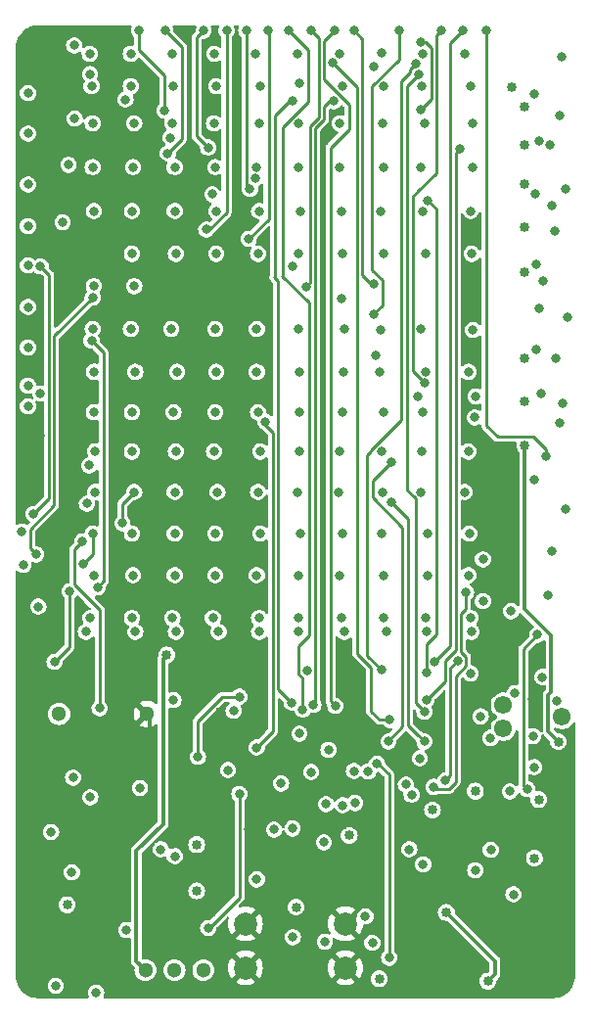
<source format=gbr>
%TF.GenerationSoftware,KiCad,Pcbnew,7.0.1*%
%TF.CreationDate,2023-08-02T19:59:42+02:00*%
%TF.ProjectId,PicBytesMicro,50696342-7974-4657-934d-6963726f2e6b,rev?*%
%TF.SameCoordinates,Original*%
%TF.FileFunction,Copper,L2,Inr*%
%TF.FilePolarity,Positive*%
%FSLAX46Y46*%
G04 Gerber Fmt 4.6, Leading zero omitted, Abs format (unit mm)*
G04 Created by KiCad (PCBNEW 7.0.1) date 2023-08-02 19:59:42*
%MOMM*%
%LPD*%
G01*
G04 APERTURE LIST*
%TA.AperFunction,ComponentPad*%
%ADD10C,1.550000*%
%TD*%
%TA.AperFunction,ComponentPad*%
%ADD11C,2.000000*%
%TD*%
%TA.AperFunction,ComponentPad*%
%ADD12C,1.300000*%
%TD*%
%TA.AperFunction,ViaPad*%
%ADD13C,0.850000*%
%TD*%
%TA.AperFunction,ViaPad*%
%ADD14C,0.800000*%
%TD*%
%TA.AperFunction,Conductor*%
%ADD15C,0.250000*%
%TD*%
%TA.AperFunction,Conductor*%
%ADD16C,0.350000*%
%TD*%
G04 APERTURE END LIST*
D10*
%TO.N,N/C*%
%TO.C,ICSP*%
X160310000Y-106135000D03*
X155230000Y-107151000D03*
X155230000Y-105119000D03*
%TD*%
D11*
%TO.N,Vgnd_main*%
%TO.C,J_USB_C1*%
X141570000Y-127850000D03*
X132930000Y-127850000D03*
X132930000Y-124050000D03*
X141570000Y-124050000D03*
%TD*%
D12*
%TO.N,Net-(LS1-+)*%
%TO.C,LS1*%
X116800000Y-105900000D03*
%TO.N,Vgnd_main*%
X124400000Y-105900000D03*
%TD*%
%TO.N,BAT+*%
%TO.C,SW_Toggle1*%
X124275000Y-128050000D03*
%TO.N,Net-(IC1-EN)*%
X126775000Y-128050000D03*
%TO.N,unconnected-(SW_Toggle1-Pad3)*%
X129275000Y-128050000D03*
%TD*%
D13*
%TO.N,Vcc_main*%
X128700000Y-117200000D03*
D14*
%TO.N,Net-(IC1-EN)*%
X147100000Y-117600000D03*
X126800000Y-118200000D03*
%TO.N,Net-(PIC18F45K1-RA6)*%
X128800000Y-109600000D03*
X132400000Y-104400000D03*
D13*
%TO.N,Vgnd_main*%
X130000000Y-123100000D03*
X115175500Y-81800000D03*
X124600000Y-113500000D03*
X154300000Y-123300000D03*
X150500000Y-113900000D03*
X130700000Y-105700000D03*
X160000000Y-114700000D03*
X157700000Y-104600000D03*
X135100000Y-125800000D03*
X157900000Y-126500000D03*
X155296365Y-111271365D03*
X133200000Y-115900000D03*
X131100000Y-113100000D03*
X141343765Y-115510024D03*
X115800000Y-100200000D03*
X119600000Y-119900000D03*
%TO.N,BMS_Vcc*%
X117500000Y-122400000D03*
X150300000Y-123050498D03*
X153900000Y-129000000D03*
X137300000Y-122600000D03*
D14*
%TO.N,Net-(PIC18F45K1-RA7)*%
X131897655Y-105625500D03*
X126700000Y-104700000D03*
D13*
%TO.N,Vcc_main*%
X158300000Y-113300000D03*
X157100000Y-78900000D03*
X157100000Y-75100000D03*
X157924502Y-118368492D03*
X157100000Y-63800000D03*
X155975000Y-51650000D03*
X160000000Y-108300000D03*
X128700000Y-121200000D03*
X157100000Y-60100000D03*
X157100000Y-82700000D03*
X157100000Y-67700000D03*
X157100000Y-56700000D03*
X141900000Y-116400000D03*
X152818533Y-112568230D03*
X149100000Y-114200000D03*
X157100000Y-53400000D03*
D14*
%TO.N,Net-(IC1-SW)*%
X148300000Y-118900000D03*
X152800000Y-119400000D03*
D13*
%TO.N,BAT+*%
X126100000Y-100800000D03*
X144500000Y-128800000D03*
D14*
%TO.N,Net-(IC1-FB)*%
X154150498Y-117650500D03*
X156100000Y-121500000D03*
%TO.N,Net-(J_USB_C1-CC1)*%
X139800000Y-125600000D03*
%TO.N,Net-(J_USB_C1-CC2)*%
X137025500Y-125200000D03*
%TO.N,Net-(LED_Green_bms1-K)*%
X116500000Y-129400000D03*
%TO.N,C1*%
X122539334Y-52750792D03*
X157900000Y-52300000D03*
%TO.N,R0*%
X148289609Y-48808229D03*
X133813320Y-48799502D03*
X126569461Y-48799502D03*
X137431659Y-48798150D03*
X151938602Y-48764736D03*
X130235931Y-48799502D03*
X123000000Y-48799502D03*
X119446096Y-48799501D03*
X144696586Y-48739891D03*
X141053562Y-48776982D03*
%TO.N,R1*%
X119600000Y-51600000D03*
X144900000Y-51600000D03*
X130400000Y-51600000D03*
X152400000Y-51600000D03*
X134200000Y-51600000D03*
X141300000Y-51600000D03*
X126700000Y-51600000D03*
X123000000Y-51600000D03*
X137600500Y-51324500D03*
X148200000Y-51600000D03*
%TO.N,R2*%
X152600000Y-54800000D03*
X137500000Y-54800000D03*
X130200000Y-54800000D03*
X148400000Y-54800000D03*
X126600000Y-54800000D03*
X144800000Y-54800000D03*
X141100000Y-54800000D03*
X123300000Y-54800000D03*
X119700000Y-54800000D03*
X134100000Y-54800000D03*
%TO.N,R3*%
X144900000Y-58600000D03*
X133900000Y-58600000D03*
X126800000Y-58600000D03*
X119700000Y-58600000D03*
X130300000Y-58600000D03*
X123200000Y-58600000D03*
X152600000Y-58600000D03*
X137500000Y-58600000D03*
X148100000Y-58600000D03*
X141100000Y-58600000D03*
%TO.N,R4*%
X137700000Y-62400000D03*
X126800000Y-62400000D03*
X152400000Y-62400000D03*
X134100000Y-62400000D03*
X144600000Y-62400000D03*
X141200000Y-62400000D03*
X119800000Y-62400000D03*
X148300000Y-62400000D03*
X123100000Y-62400000D03*
X130400000Y-62400000D03*
%TO.N,R5*%
X126900000Y-66100000D03*
X130400000Y-66100000D03*
X134000000Y-66100000D03*
X144900000Y-66100000D03*
X119800000Y-68900000D03*
X137500000Y-66100000D03*
X123100000Y-66100000D03*
X148500000Y-66100000D03*
X152500000Y-66100000D03*
X123300000Y-68900000D03*
X141300000Y-66100000D03*
%TO.N,R6*%
X123000000Y-72600000D03*
X152600000Y-72700000D03*
X130300000Y-72600000D03*
X133900000Y-72600000D03*
X144600000Y-72700000D03*
X148100000Y-72600000D03*
X141500000Y-72600000D03*
X119700000Y-72600000D03*
X137500000Y-72600000D03*
X126500000Y-72600000D03*
%TO.N,R7*%
X137600000Y-76300000D03*
X141400000Y-76300000D03*
X119800000Y-76300000D03*
X152200000Y-76300000D03*
X123400000Y-76300000D03*
X130400000Y-76300000D03*
X127000000Y-76300000D03*
X148500000Y-76300000D03*
X144500000Y-76300000D03*
X133900000Y-76300000D03*
%TO.N,R8*%
X137600000Y-79800000D03*
X119800000Y-79800000D03*
X123100000Y-79800000D03*
X152847546Y-78432263D03*
X126700000Y-79800000D03*
X141300000Y-79800000D03*
X148300000Y-79800000D03*
X144900000Y-79800000D03*
X134000000Y-79800000D03*
X130300000Y-79800000D03*
%TO.N,R9*%
X148200000Y-83200000D03*
X130200000Y-83200000D03*
X141100000Y-83200000D03*
X152200000Y-83200000D03*
X119900000Y-83200000D03*
X134200000Y-83200000D03*
X144700000Y-83200000D03*
X126900000Y-83200000D03*
X123100000Y-83200000D03*
X137600000Y-83200000D03*
%TO.N,R10*%
X123300000Y-86700000D03*
X119900000Y-86700000D03*
X148100000Y-86700000D03*
X113575500Y-90127839D03*
X141000000Y-86700000D03*
X122277309Y-89400000D03*
X134000000Y-86700000D03*
X137400000Y-86700000D03*
X144800000Y-86700000D03*
X126800000Y-86700000D03*
X130500000Y-86700000D03*
X151900000Y-86700000D03*
%TO.N,R11*%
X137700000Y-90300000D03*
X141300000Y-90300000D03*
X144700000Y-90300000D03*
X126800000Y-90300000D03*
X148700000Y-90300000D03*
X123100000Y-90300000D03*
X152300000Y-90300000D03*
X119700000Y-90300000D03*
X130300000Y-90300000D03*
X134200000Y-90300000D03*
X113700000Y-93000000D03*
X118848673Y-92922162D03*
%TO.N,R12*%
X133900000Y-93900000D03*
X137500000Y-93900000D03*
X126800000Y-93900000D03*
X119800000Y-93900000D03*
X144900000Y-93900000D03*
X148700000Y-93900000D03*
X130300000Y-93900000D03*
X123200000Y-93900000D03*
X141100000Y-93900000D03*
X153466548Y-92524500D03*
X152200000Y-93900000D03*
%TO.N,R13*%
X148500000Y-97600000D03*
X134100000Y-97600000D03*
X123100000Y-97600000D03*
X130100000Y-97600000D03*
X126600000Y-97600000D03*
X141200000Y-97600000D03*
X152400000Y-97600000D03*
X137500000Y-97600000D03*
X119500000Y-97600000D03*
X144900000Y-97600000D03*
X153466548Y-96124500D03*
%TO.N,R14*%
X123400000Y-98800000D03*
X130600000Y-98800000D03*
X119100000Y-98800000D03*
X145100000Y-98800000D03*
X148600000Y-98800000D03*
X134100000Y-98800000D03*
X137500000Y-98800000D03*
X126900000Y-98800000D03*
X152500000Y-98800000D03*
X141500000Y-98800000D03*
%TO.N,R15*%
X152400000Y-102400000D03*
%TO.N,C2*%
X126452063Y-56052063D03*
X158373715Y-56324500D03*
%TO.N,C3*%
X158000000Y-60900000D03*
X130048698Y-60951302D03*
%TO.N,C4*%
X133759582Y-59589589D03*
X159400000Y-61900000D03*
%TO.N,C5*%
X137024899Y-67145731D03*
X158100000Y-67000000D03*
%TO.N,C6*%
X141200000Y-70000000D03*
X158300000Y-70800000D03*
%TO.N,C7*%
X144193941Y-74867377D03*
X158087701Y-74412299D03*
%TO.N,C8*%
X158500000Y-78200000D03*
X147800000Y-78400000D03*
%TO.N,C9*%
X160100000Y-80700000D03*
X152768873Y-80255725D03*
%TO.N,C10*%
X157900000Y-85600000D03*
%TO.N,Net-(LED_RED_bms1-K)*%
X120000000Y-130000000D03*
%TO.N,P_CC10*%
X147692645Y-49609877D03*
X144665179Y-102098992D03*
%TO.N,P_CC5*%
X137886643Y-105505937D03*
X136700000Y-46799500D03*
%TO.N,P_CC6*%
X140600000Y-46799500D03*
X140700000Y-105200000D03*
%TO.N,P_CC7*%
X144036135Y-49875500D03*
X140558538Y-52908441D03*
X138800000Y-105100000D03*
%TO.N,P_CC8*%
X136900000Y-104900000D03*
X136963547Y-52883698D03*
X148064476Y-53650520D03*
X148085349Y-47829821D03*
%TO.N,Buzzer*%
X138259811Y-102151627D03*
X131400000Y-110745000D03*
%TO.N,Net-(Q11-Pad2)*%
X155900000Y-97000000D03*
X115000000Y-96600000D03*
%TO.N,P_UN*%
X133900000Y-108800000D03*
X134633340Y-80599012D03*
%TO.N,P_DN*%
X158600000Y-102700000D03*
X137600000Y-107600000D03*
%TO.N,S_b*%
X140100000Y-109000000D03*
X154125308Y-107969067D03*
%TO.N,S_a*%
X144300000Y-110200000D03*
X145350296Y-126974302D03*
%TO.N,S_right*%
X137000000Y-115800000D03*
X133900000Y-120200000D03*
%TO.N,S_left*%
X118000000Y-111400000D03*
X136006755Y-111906755D03*
X117900000Y-119600000D03*
%TO.N,S_down*%
X132400000Y-112800000D03*
X129700000Y-124400000D03*
X138602551Y-110911981D03*
%TO.N,S_up*%
X125600000Y-117600000D03*
X139900000Y-113700000D03*
%TO.N,MCLR*%
X139700000Y-117000000D03*
X159900000Y-104800000D03*
%TO.N,P_CR7*%
X158200000Y-99041606D03*
X115180257Y-78171201D03*
X119500000Y-113100000D03*
X141349500Y-113794194D03*
X157300000Y-112400000D03*
%TO.N,P_CR6*%
X119599500Y-73612196D03*
X152000000Y-95400000D03*
X149200000Y-112200000D03*
X142400000Y-113600000D03*
X120114457Y-94965877D03*
X159100000Y-95600000D03*
%TO.N,P_CR5*%
X142300000Y-110824500D03*
X114800000Y-92100000D03*
X159400000Y-91800000D03*
X119700000Y-69900000D03*
%TO.N,P_CR4*%
X114600000Y-88600000D03*
X115192062Y-67188113D03*
X147295892Y-112867811D03*
X160600000Y-88200000D03*
%TO.N,ICSPDA*%
X157800000Y-107800000D03*
X143541121Y-110850468D03*
%TO.N,ICSPCLK*%
X153275500Y-106100000D03*
X146800000Y-112000000D03*
X156225500Y-104100000D03*
%TO.N,P_CR3*%
X151289077Y-101274664D03*
X117700000Y-95300000D03*
X150229107Y-111649500D03*
X117100500Y-63383439D03*
X116400000Y-101400000D03*
%TO.N,P_CR2*%
X148012497Y-109732262D03*
X118800000Y-90991165D03*
X117600000Y-58400000D03*
X120300000Y-105400000D03*
%TO.N,P_CR1*%
X145527074Y-87555004D03*
X148400000Y-108275500D03*
X118150500Y-54402835D03*
X119200000Y-87700000D03*
%TO.N,P_CR0*%
X145300000Y-108275500D03*
X119400000Y-84400000D03*
X145507979Y-84097484D03*
X119479602Y-50559701D03*
%TO.N,P_CC1*%
X147900000Y-50600000D03*
X148400000Y-105700000D03*
%TO.N,P_CC2*%
X140495736Y-49606340D03*
X145400000Y-106400000D03*
%TO.N,P_CC3*%
X148600000Y-104700000D03*
X129300000Y-46800000D03*
X129687169Y-56904128D03*
X151489378Y-57005745D03*
%TO.N,P_CC4*%
X148600000Y-102300000D03*
X133000000Y-46800000D03*
X148705937Y-61486643D03*
X133311271Y-60488696D03*
%TO.N,P_CC9*%
X151700000Y-46800000D03*
X149298674Y-101409663D03*
%TO.N,Net-(Q10-Pad2)*%
X114100000Y-74200000D03*
X114100000Y-70700000D03*
X114100000Y-67100000D03*
X114100000Y-52200000D03*
X114100000Y-79300000D03*
X114100000Y-55700000D03*
X114100000Y-63700000D03*
X114100000Y-77500000D03*
X114100000Y-60100000D03*
%TO.N,Net-(Q4-Pad1)*%
X118100000Y-48075001D03*
X160300000Y-49100000D03*
%TO.N,Net-(Q5-Pad1)*%
X158712299Y-68487701D03*
X138177236Y-68991516D03*
X138600000Y-46799500D03*
%TO.N,Net-(Q8-Pad1)*%
X123700000Y-46800000D03*
X125903780Y-53700000D03*
X160100000Y-54100000D03*
%TO.N,Net-(Q9-Pad1)*%
X160800000Y-71600000D03*
X142300000Y-46799500D03*
X144036135Y-68700000D03*
%TO.N,Net-(Q16-Pad1)*%
X126200000Y-57400000D03*
X126000000Y-46805016D03*
X159300000Y-56700000D03*
%TO.N,Net-(Q17-Pad1)*%
X146200000Y-46805016D03*
X144036135Y-71300000D03*
X159800000Y-75100000D03*
%TO.N,Net-(R_10K_2-Pad2)*%
X116100000Y-116100000D03*
%TO.N,Net-(Q22-Pad1)*%
X160600000Y-60500000D03*
X129530251Y-64000000D03*
X131283498Y-46800000D03*
%TO.N,Net-(Q23-Pad1)*%
X160400000Y-79000000D03*
X148389623Y-77293389D03*
X149900000Y-46799500D03*
%TO.N,Net-(R_10K_4-Pad2)*%
X122600000Y-124600000D03*
%TO.N,Net-(Q26-Pad1)*%
X159700000Y-64100000D03*
X133200000Y-64800000D03*
X134900000Y-46799500D03*
%TO.N,Net-(Q27-Pad1)*%
X158923173Y-83567518D03*
X153750163Y-46799500D03*
%TO.N,Net-(R_10K_5-Pad2)*%
X123800000Y-112300000D03*
%TO.N,Net-(R_10K_8-Pad2)*%
X135400000Y-115900000D03*
%TO.N,Net-(R_10K_10-Pad2)*%
X155800000Y-112600000D03*
X157900000Y-110496865D03*
%TO.N,Net-(R_10K_11-Pad2)*%
X143900000Y-125700000D03*
X143300000Y-123400000D03*
%TD*%
D15*
%TO.N,Net-(PIC18F45K1-RA6)*%
X128800000Y-106539339D02*
X128800000Y-109600000D01*
X132400000Y-104400000D02*
X130939339Y-104400000D01*
X130939339Y-104400000D02*
X128800000Y-106539339D01*
D16*
%TO.N,Vgnd_main*%
X124600000Y-113500000D02*
X124600000Y-106100000D01*
X124600000Y-106100000D02*
X124400000Y-105900000D01*
%TO.N,BMS_Vcc*%
X154500000Y-128400000D02*
X153900000Y-129000000D01*
X150300000Y-123050498D02*
X154500000Y-127250498D01*
X154500000Y-127250498D02*
X154500000Y-128400000D01*
%TO.N,Vcc_main*%
X157100000Y-96845590D02*
X159375000Y-99120590D01*
X159125000Y-107425000D02*
X160000000Y-108300000D01*
X159125000Y-104275000D02*
X159125000Y-107425000D01*
X157100000Y-82700000D02*
X157100000Y-96845590D01*
X159375000Y-104025000D02*
X159125000Y-104275000D01*
X159375000Y-99120590D02*
X159375000Y-104025000D01*
%TO.N,BAT+*%
X123478984Y-117721016D02*
X125800000Y-115400000D01*
X125800000Y-115400000D02*
X125800000Y-101100000D01*
X124275000Y-128050000D02*
X123478984Y-127253984D01*
X125800000Y-101100000D02*
X126100000Y-100800000D01*
X123478984Y-127253984D02*
X123478984Y-117921016D01*
X123478984Y-117921016D02*
X123478984Y-117721016D01*
D15*
%TO.N,R10*%
X122277309Y-89400000D02*
X122277309Y-87722691D01*
X122277309Y-87722691D02*
X123300000Y-86700000D01*
%TO.N,R11*%
X119700000Y-90300000D02*
X119700000Y-92070835D01*
X119700000Y-92070835D02*
X118848673Y-92922162D01*
%TO.N,P_CC10*%
X147175000Y-50400000D02*
X146400000Y-51175000D01*
X143800000Y-83074695D02*
X143800000Y-83200000D01*
X144665179Y-102098992D02*
X143533094Y-100966906D01*
X146400000Y-51175000D02*
X146400000Y-80474695D01*
X147175000Y-50127522D02*
X147692645Y-49609877D01*
X143800000Y-83200000D02*
X143450000Y-83550000D01*
X143533094Y-100966906D02*
X143450000Y-100883813D01*
X143450000Y-83550000D02*
X143450000Y-100883812D01*
X147175000Y-50400000D02*
X147175000Y-50127522D01*
X146400000Y-80474695D02*
X143800000Y-83074695D01*
X143450000Y-100883812D02*
X143533094Y-100966906D01*
%TO.N,P_CC5*%
X137500000Y-102417121D02*
X137886643Y-102803764D01*
X138425000Y-70325000D02*
X138425000Y-99075000D01*
X137500000Y-100000000D02*
X137500000Y-102417121D01*
X138325000Y-52949695D02*
X136150000Y-55124695D01*
X137886643Y-102803764D02*
X137886643Y-105505937D01*
X138425000Y-99075000D02*
X137500000Y-100000000D01*
X138325000Y-48424500D02*
X138325000Y-52949695D01*
X136100000Y-68000000D02*
X138425000Y-70325000D01*
X136150000Y-55124695D02*
X136150000Y-68050000D01*
X136700000Y-46799500D02*
X138325000Y-48424500D01*
%TO.N,P_CC6*%
X139700000Y-51025305D02*
X139700000Y-47699500D01*
X140275000Y-56925000D02*
X141900000Y-55300000D01*
X141900000Y-55300000D02*
X141900000Y-53225305D01*
X139700000Y-47699500D02*
X140600000Y-46799500D01*
X140700000Y-105200000D02*
X140275000Y-104775000D01*
X141900000Y-53225305D02*
X139700000Y-51025305D01*
X140275000Y-104775000D02*
X140275000Y-56925000D01*
%TO.N,P_CC7*%
X140191559Y-52908441D02*
X140558538Y-52908441D01*
X139700000Y-54509664D02*
X139700000Y-53400000D01*
X138984811Y-55224853D02*
X139700000Y-54509664D01*
X138984811Y-99784811D02*
X138984811Y-55224853D01*
X139700000Y-53400000D02*
X140191559Y-52908441D01*
X138800000Y-105100000D02*
X138984811Y-104915189D01*
X138984811Y-104915189D02*
X138984811Y-99784811D01*
%TO.N,P_CC8*%
X135750000Y-103750000D02*
X136900000Y-104900000D01*
X135400000Y-68100000D02*
X135750000Y-68450000D01*
X135500000Y-68000000D02*
X135400000Y-68100000D01*
X148064476Y-53650520D02*
X149014609Y-52700387D01*
X135750000Y-68450000D02*
X135750000Y-103750000D01*
X136716302Y-52883698D02*
X135500000Y-54100000D01*
X149014609Y-48314609D02*
X148529821Y-47829821D01*
X148529821Y-47829821D02*
X148085349Y-47829821D01*
X136900000Y-104900000D02*
X136675000Y-104675000D01*
X149014609Y-52700387D02*
X149014609Y-48314609D01*
X136716302Y-52883698D02*
X136963547Y-52883698D01*
X135500000Y-54100000D02*
X135500000Y-68000000D01*
%TO.N,P_UN*%
X134633340Y-80933340D02*
X134633340Y-80599012D01*
X135300000Y-81600000D02*
X134633340Y-80933340D01*
X135300000Y-107400000D02*
X135300000Y-81600000D01*
X134900000Y-107800000D02*
X135300000Y-107400000D01*
X133900000Y-108800000D02*
X134900000Y-107800000D01*
%TO.N,S_a*%
X145350296Y-111150296D02*
X144400000Y-110200000D01*
X144400000Y-110200000D02*
X144300000Y-110200000D01*
X145350296Y-126974302D02*
X145350296Y-111150296D01*
%TO.N,S_down*%
X129760661Y-124400000D02*
X129700000Y-124400000D01*
X132400000Y-112800000D02*
X132400000Y-121760661D01*
X132400000Y-121760661D02*
X129760661Y-124400000D01*
%TO.N,P_CR7*%
X156950000Y-112050000D02*
X156950000Y-100291606D01*
X157300000Y-112400000D02*
X157100000Y-112200000D01*
X157100000Y-112200000D02*
X156950000Y-112050000D01*
X156950000Y-100291606D02*
X158200000Y-99041606D01*
%TO.N,P_CR6*%
X151600000Y-100560282D02*
X152014077Y-100974359D01*
X120625000Y-75025000D02*
X120625000Y-74637696D01*
X120114457Y-94965877D02*
X120600000Y-94480334D01*
X152000000Y-95400000D02*
X152000000Y-96800000D01*
X152000000Y-96800000D02*
X151600000Y-97200000D01*
X151600000Y-97200000D02*
X151600000Y-100560282D01*
X152014077Y-100974359D02*
X152014077Y-101760618D01*
X151100000Y-102674695D02*
X151100000Y-111803912D01*
X150529412Y-112374500D02*
X149374500Y-112374500D01*
X120625000Y-94455334D02*
X120625000Y-75025000D01*
X151100000Y-111803912D02*
X150529412Y-112374500D01*
X120625000Y-74637696D02*
X119599500Y-73612196D01*
X152014077Y-101760618D02*
X151100000Y-102674695D01*
X149374500Y-112374500D02*
X149200000Y-112200000D01*
X120600000Y-94480334D02*
X120625000Y-94455334D01*
%TO.N,P_CR5*%
X116375000Y-73225000D02*
X116375000Y-87850305D01*
X116375000Y-87850305D02*
X114300000Y-89925305D01*
X114300000Y-89925305D02*
X114300000Y-91600000D01*
X114300000Y-91600000D02*
X114800000Y-92100000D01*
X119700000Y-69900000D02*
X116375000Y-73225000D01*
%TO.N,P_CR4*%
X115925000Y-87275000D02*
X115925000Y-67921051D01*
X115925000Y-67921051D02*
X115192062Y-67188113D01*
X114600000Y-88600000D02*
X115925000Y-87275000D01*
%TO.N,P_CR3*%
X150650000Y-111228607D02*
X150229107Y-111649500D01*
X151289077Y-101274664D02*
X150650000Y-101913741D01*
X117700000Y-100100000D02*
X117700000Y-95300000D01*
X116400000Y-101400000D02*
X117700000Y-100100000D01*
X150650000Y-101913741D02*
X150650000Y-111228607D01*
%TO.N,P_CR2*%
X120300000Y-96874695D02*
X118123673Y-94698368D01*
X118123673Y-94698368D02*
X118123673Y-91667492D01*
X120300000Y-105400000D02*
X120300000Y-96874695D01*
X118123673Y-91667492D02*
X118800000Y-90991165D01*
%TO.N,P_CR1*%
X148400000Y-108275500D02*
X147875000Y-107750500D01*
X147850500Y-107750500D02*
X147000000Y-106900000D01*
X147875000Y-107750500D02*
X147850500Y-107750500D01*
X147000000Y-106900000D02*
X147000000Y-89027930D01*
X147000000Y-89027930D02*
X145527074Y-87555004D01*
%TO.N,P_CR0*%
X143900000Y-87200000D02*
X143900000Y-85705463D01*
X146500000Y-107000000D02*
X146500000Y-89800000D01*
X146500000Y-89800000D02*
X143900000Y-87200000D01*
X143900000Y-85705463D02*
X145507979Y-84097484D01*
X145300000Y-108200000D02*
X146500000Y-107000000D01*
X145300000Y-108275500D02*
X145300000Y-108200000D01*
%TO.N,P_CC1*%
X146925000Y-86550306D02*
X147487347Y-87112653D01*
X147637347Y-104937347D02*
X147637347Y-87262652D01*
X147900000Y-50600000D02*
X146925000Y-51575000D01*
X147637347Y-87262652D02*
X147487347Y-87112653D01*
X148400000Y-105700000D02*
X147637347Y-104937347D01*
X146925000Y-51575000D02*
X146925000Y-86550306D01*
%TO.N,P_CC2*%
X142600000Y-100670209D02*
X142600000Y-51710604D01*
X142600000Y-51710604D02*
X140495736Y-49606340D01*
X143800000Y-101870209D02*
X142600000Y-100670209D01*
X144500000Y-106400000D02*
X143800000Y-105700000D01*
X143800000Y-105700000D02*
X143800000Y-101870209D01*
X145400000Y-106400000D02*
X144500000Y-106400000D01*
%TO.N,P_CC3*%
X128700000Y-48100000D02*
X128700000Y-47400000D01*
X150200000Y-101300000D02*
X151100000Y-100400000D01*
X128700000Y-47400000D02*
X129300000Y-46800000D01*
X150200000Y-103100000D02*
X150200000Y-101300000D01*
X129687169Y-56904128D02*
X128700000Y-55916959D01*
X151100000Y-57395123D02*
X151489378Y-57005745D01*
X148600000Y-104700000D02*
X150200000Y-103100000D01*
X128700000Y-55916959D02*
X128700000Y-48100000D01*
X151100000Y-100400000D02*
X151100000Y-57395123D01*
%TO.N,P_CC4*%
X148573674Y-102273674D02*
X148600000Y-102300000D01*
X149425000Y-62205706D02*
X149425000Y-99000305D01*
X133000000Y-60177425D02*
X133000000Y-46800000D01*
X148705937Y-61486643D02*
X149425000Y-62205706D01*
X148573674Y-99851631D02*
X148573674Y-102273674D01*
X149425000Y-99000305D02*
X148573674Y-99851631D01*
X133311271Y-60488696D02*
X133000000Y-60177425D01*
%TO.N,P_CC9*%
X150650000Y-100058337D02*
X149298674Y-101409663D01*
X151700000Y-46800000D02*
X150650000Y-47850000D01*
X150650000Y-47850000D02*
X150650000Y-100058337D01*
%TO.N,Net-(Q5-Pad1)*%
X138600000Y-46799500D02*
X139250000Y-47449500D01*
X139250000Y-47449500D02*
X139250000Y-54323268D01*
X139250000Y-54323268D02*
X138534811Y-55038457D01*
X138534811Y-68565189D02*
X138177236Y-68922764D01*
X138534811Y-55038457D02*
X138534811Y-68565189D01*
X138177236Y-68922764D02*
X138177236Y-68991516D01*
%TO.N,Net-(Q8-Pad1)*%
X125903780Y-50677977D02*
X125903780Y-53700000D01*
X123700000Y-48474197D02*
X125903780Y-50677977D01*
X123700000Y-46800000D02*
X123700000Y-48474197D01*
%TO.N,Net-(Q9-Pad1)*%
X143050000Y-67950000D02*
X143800000Y-68700000D01*
X143800000Y-68700000D02*
X144036135Y-68700000D01*
X142300000Y-46799500D02*
X143050000Y-47549500D01*
X143050000Y-47549500D02*
X143050000Y-67950000D01*
%TO.N,Net-(Q16-Pad1)*%
X127425000Y-56175000D02*
X126200000Y-57400000D01*
X127425000Y-48230016D02*
X127425000Y-56175000D01*
X126000000Y-46805016D02*
X127425000Y-48230016D01*
%TO.N,Net-(Q17-Pad1)*%
X144761135Y-70538865D02*
X144036135Y-71263865D01*
X144036135Y-71263865D02*
X144036135Y-71300000D01*
X144761135Y-68399695D02*
X144761135Y-70538865D01*
X146200000Y-46805016D02*
X146200000Y-49274695D01*
X143875000Y-51599695D02*
X143875000Y-67513560D01*
X143875000Y-67513560D02*
X144761135Y-68399695D01*
X146200000Y-49274695D02*
X143875000Y-51599695D01*
%TO.N,Net-(Q22-Pad1)*%
X131283498Y-62541807D02*
X129825305Y-64000000D01*
X129825305Y-64000000D02*
X129530251Y-64000000D01*
X131283498Y-46800000D02*
X131283498Y-62541807D01*
%TO.N,Net-(Q23-Pad1)*%
X147375000Y-61199695D02*
X147375000Y-76275000D01*
X149464609Y-47234891D02*
X149464609Y-48128213D01*
X149900000Y-46799500D02*
X149464609Y-47234891D01*
X147874695Y-60700000D02*
X147375000Y-61199695D01*
X147375000Y-76275000D02*
X148389623Y-77289623D01*
X148389623Y-77289623D02*
X148389623Y-77293389D01*
X149464609Y-48128213D02*
X149464609Y-48535391D01*
X149464609Y-48535391D02*
X149464609Y-59110086D01*
X149464609Y-59110086D02*
X147874695Y-60700000D01*
%TO.N,Net-(Q26-Pad1)*%
X134925000Y-63075000D02*
X134925000Y-46824500D01*
X133200000Y-64800000D02*
X134925000Y-63075000D01*
X134925000Y-46824500D02*
X134900000Y-46799500D01*
%TO.N,Net-(Q27-Pad1)*%
X153750163Y-46799500D02*
X153750163Y-80900000D01*
X158923173Y-83567518D02*
X158923173Y-83023173D01*
X158923173Y-83023173D02*
X157850000Y-81950000D01*
X153750163Y-80950163D02*
X153750163Y-80900000D01*
X157850000Y-81950000D02*
X154750000Y-81950000D01*
X154750000Y-81950000D02*
X153750163Y-80950163D01*
%TD*%
%TA.AperFunction,Conductor*%
%TO.N,Vgnd_main*%
G36*
X123008750Y-46339703D02*
G01*
X123053174Y-46379060D01*
X123074220Y-46434553D01*
X123067066Y-46493471D01*
X123014860Y-46631127D01*
X122994354Y-46799999D01*
X123014860Y-46968872D01*
X123075182Y-47127930D01*
X123171817Y-47267930D01*
X123232727Y-47321891D01*
X123263576Y-47363815D01*
X123274500Y-47414706D01*
X123274500Y-47987421D01*
X123261987Y-48041704D01*
X123226974Y-48085031D01*
X123176526Y-48108659D01*
X123120826Y-48107818D01*
X123085057Y-48099002D01*
X123085056Y-48099002D01*
X122914944Y-48099002D01*
X122890832Y-48104945D01*
X122749775Y-48139711D01*
X122599149Y-48218767D01*
X122471815Y-48331574D01*
X122375182Y-48471571D01*
X122314860Y-48630629D01*
X122294354Y-48799501D01*
X122314860Y-48968374D01*
X122375182Y-49127432D01*
X122471815Y-49267429D01*
X122471816Y-49267430D01*
X122471817Y-49267431D01*
X122599148Y-49380236D01*
X122749775Y-49459292D01*
X122914944Y-49500002D01*
X123085055Y-49500002D01*
X123085056Y-49500002D01*
X123250225Y-49459292D01*
X123400852Y-49380236D01*
X123528183Y-49267431D01*
X123592025Y-49174939D01*
X123631534Y-49138307D01*
X123682852Y-49121890D01*
X123736289Y-49128788D01*
X123781755Y-49157700D01*
X125441961Y-50817906D01*
X125468841Y-50858134D01*
X125478280Y-50905587D01*
X125478280Y-53085294D01*
X125467356Y-53136185D01*
X125436507Y-53178109D01*
X125375597Y-53232069D01*
X125278962Y-53372069D01*
X125218640Y-53531127D01*
X125198134Y-53699999D01*
X125218640Y-53868872D01*
X125278962Y-54027930D01*
X125375595Y-54167927D01*
X125375596Y-54167928D01*
X125375597Y-54167929D01*
X125502928Y-54280734D01*
X125653555Y-54359790D01*
X125818724Y-54400500D01*
X125818725Y-54400500D01*
X125822680Y-54400500D01*
X125880305Y-54414703D01*
X125924730Y-54454060D01*
X125945776Y-54509553D01*
X125938622Y-54568470D01*
X125914860Y-54631125D01*
X125894354Y-54800000D01*
X125914860Y-54968872D01*
X125975182Y-55127930D01*
X126071815Y-55267927D01*
X126071816Y-55267928D01*
X126071817Y-55267929D01*
X126073863Y-55269741D01*
X126107576Y-55318583D01*
X126114731Y-55377499D01*
X126093688Y-55432992D01*
X126062131Y-55460951D01*
X126062481Y-55461346D01*
X126051214Y-55471327D01*
X126051211Y-55471329D01*
X126018284Y-55500500D01*
X125923878Y-55584135D01*
X125827245Y-55724132D01*
X125766923Y-55883190D01*
X125746417Y-56052062D01*
X125765150Y-56206336D01*
X125766923Y-56220935D01*
X125827245Y-56379993D01*
X125923880Y-56519992D01*
X125955146Y-56547691D01*
X125988860Y-56596535D01*
X125996014Y-56655452D01*
X125974969Y-56710945D01*
X125930545Y-56750302D01*
X125799149Y-56819265D01*
X125671815Y-56932072D01*
X125575182Y-57072069D01*
X125514860Y-57231127D01*
X125494354Y-57399999D01*
X125514860Y-57568872D01*
X125575182Y-57727930D01*
X125671815Y-57867927D01*
X125671816Y-57867928D01*
X125671817Y-57867929D01*
X125799148Y-57980734D01*
X125949775Y-58059790D01*
X126083910Y-58092851D01*
X126093636Y-58095248D01*
X126153390Y-58129747D01*
X126185456Y-58190841D01*
X126179904Y-58259615D01*
X126114860Y-58431125D01*
X126094354Y-58599999D01*
X126114860Y-58768872D01*
X126175182Y-58927930D01*
X126271815Y-59067927D01*
X126271816Y-59067928D01*
X126271817Y-59067929D01*
X126399148Y-59180734D01*
X126549775Y-59259790D01*
X126714944Y-59300500D01*
X126885055Y-59300500D01*
X126885056Y-59300500D01*
X127050225Y-59259790D01*
X127200852Y-59180734D01*
X127328183Y-59067929D01*
X127424818Y-58927930D01*
X127485140Y-58768872D01*
X127505645Y-58600000D01*
X127485140Y-58431128D01*
X127424818Y-58272070D01*
X127335075Y-58142056D01*
X127328184Y-58132072D01*
X127308954Y-58115036D01*
X127200852Y-58019266D01*
X127186588Y-58011779D01*
X127050224Y-57940209D01*
X126906362Y-57904751D01*
X126846608Y-57870252D01*
X126814543Y-57809157D01*
X126820095Y-57740383D01*
X126824818Y-57727930D01*
X126885140Y-57568872D01*
X126905645Y-57400000D01*
X126901672Y-57367284D01*
X126907550Y-57311892D01*
X126937085Y-57264661D01*
X127749554Y-56452194D01*
X127766995Y-56434753D01*
X127766995Y-56434752D01*
X127773528Y-56428220D01*
X127784490Y-56406705D01*
X127794650Y-56390125D01*
X127808850Y-56370581D01*
X127816312Y-56347612D01*
X127823752Y-56329646D01*
X127834719Y-56308126D01*
X127838496Y-56284271D01*
X127843036Y-56265363D01*
X127850500Y-56242393D01*
X127850500Y-56107607D01*
X127850500Y-48196528D01*
X127850500Y-48162623D01*
X127843037Y-48139658D01*
X127838495Y-48120735D01*
X127834719Y-48096890D01*
X127823757Y-48075377D01*
X127816308Y-48057394D01*
X127814029Y-48050379D01*
X127808849Y-48034435D01*
X127808848Y-48034433D01*
X127794654Y-48014896D01*
X127784489Y-47998308D01*
X127773528Y-47976796D01*
X127678220Y-47881488D01*
X126737087Y-46940355D01*
X126707550Y-46893122D01*
X126701672Y-46837729D01*
X126705645Y-46805016D01*
X126685140Y-46636144D01*
X126683047Y-46630625D01*
X126631032Y-46493470D01*
X126623878Y-46434553D01*
X126644924Y-46379060D01*
X126689348Y-46339703D01*
X126746974Y-46325500D01*
X128551124Y-46325500D01*
X128608750Y-46339703D01*
X128653174Y-46379060D01*
X128674220Y-46434553D01*
X128667066Y-46493471D01*
X128614860Y-46631127D01*
X128594354Y-46800002D01*
X128598326Y-46832713D01*
X128592447Y-46888108D01*
X128562911Y-46935339D01*
X128446780Y-47051471D01*
X128446780Y-47051472D01*
X128429340Y-47068912D01*
X128429339Y-47068912D01*
X128429338Y-47068913D01*
X128429339Y-47068913D01*
X128351470Y-47146782D01*
X128340509Y-47168294D01*
X128330347Y-47184877D01*
X128316151Y-47204417D01*
X128308687Y-47227387D01*
X128301244Y-47245356D01*
X128290280Y-47266874D01*
X128286503Y-47290723D01*
X128281962Y-47309639D01*
X128274500Y-47332606D01*
X128274500Y-55984352D01*
X128281962Y-56007318D01*
X128286502Y-56026229D01*
X128290281Y-56050085D01*
X128290281Y-56050086D01*
X128290282Y-56050087D01*
X128301242Y-56071597D01*
X128308689Y-56089575D01*
X128316151Y-56112541D01*
X128330340Y-56132070D01*
X128340508Y-56148662D01*
X128351471Y-56170179D01*
X128375445Y-56194152D01*
X128950080Y-56768787D01*
X128979616Y-56816018D01*
X128985495Y-56871412D01*
X128981523Y-56904125D01*
X129002029Y-57073000D01*
X129062351Y-57232058D01*
X129158984Y-57372055D01*
X129158985Y-57372056D01*
X129158986Y-57372057D01*
X129286317Y-57484862D01*
X129436944Y-57563918D01*
X129602113Y-57604628D01*
X129772224Y-57604628D01*
X129772225Y-57604628D01*
X129937394Y-57563918D01*
X130088021Y-57484862D01*
X130215352Y-57372057D01*
X130311987Y-57232058D01*
X130372309Y-57073000D01*
X130392814Y-56904128D01*
X130372309Y-56735256D01*
X130311987Y-56576198D01*
X130215352Y-56436199D01*
X130088021Y-56323394D01*
X130053441Y-56305245D01*
X129937393Y-56244337D01*
X129812934Y-56213661D01*
X129772225Y-56203628D01*
X129639779Y-56203628D01*
X129592326Y-56194189D01*
X129552098Y-56167309D01*
X129161819Y-55777030D01*
X129134939Y-55736802D01*
X129125500Y-55689349D01*
X129125500Y-47627609D01*
X129134939Y-47580156D01*
X129161819Y-47539928D01*
X129164928Y-47536819D01*
X129205156Y-47509939D01*
X129252609Y-47500500D01*
X129385055Y-47500500D01*
X129385056Y-47500500D01*
X129550225Y-47459790D01*
X129700852Y-47380734D01*
X129828183Y-47267929D01*
X129924818Y-47127930D01*
X129985140Y-46968872D01*
X130005645Y-46800000D01*
X129985140Y-46631128D01*
X129932933Y-46493470D01*
X129925780Y-46434553D01*
X129946826Y-46379060D01*
X129991250Y-46339703D01*
X130048876Y-46325500D01*
X130534622Y-46325500D01*
X130592248Y-46339703D01*
X130636672Y-46379060D01*
X130657718Y-46434553D01*
X130650564Y-46493471D01*
X130598358Y-46631127D01*
X130577852Y-46800000D01*
X130598358Y-46968872D01*
X130658680Y-47127930D01*
X130755315Y-47267930D01*
X130816225Y-47321891D01*
X130847074Y-47363815D01*
X130857998Y-47414706D01*
X130857998Y-48139231D01*
X130845155Y-48194186D01*
X130809287Y-48237758D01*
X130757823Y-48260921D01*
X130701423Y-48258876D01*
X130651772Y-48232047D01*
X130636784Y-48218769D01*
X130636783Y-48218768D01*
X130546303Y-48171280D01*
X130486155Y-48139711D01*
X130345099Y-48104945D01*
X130320987Y-48099002D01*
X130150875Y-48099002D01*
X130126763Y-48104945D01*
X129985706Y-48139711D01*
X129835080Y-48218767D01*
X129707746Y-48331574D01*
X129611113Y-48471571D01*
X129550791Y-48630629D01*
X129530285Y-48799501D01*
X129550791Y-48968374D01*
X129611113Y-49127432D01*
X129707746Y-49267429D01*
X129707747Y-49267430D01*
X129707748Y-49267431D01*
X129835079Y-49380236D01*
X129985706Y-49459292D01*
X130150875Y-49500002D01*
X130320986Y-49500002D01*
X130320987Y-49500002D01*
X130486156Y-49459292D01*
X130636783Y-49380236D01*
X130651771Y-49366957D01*
X130701423Y-49340128D01*
X130757823Y-49338083D01*
X130809287Y-49361246D01*
X130845155Y-49404818D01*
X130857998Y-49459773D01*
X130857998Y-50844137D01*
X130842004Y-50905053D01*
X130798147Y-50950254D01*
X130737742Y-50968080D01*
X130676372Y-50953933D01*
X130664876Y-50947899D01*
X130650224Y-50940209D01*
X130509752Y-50905587D01*
X130485056Y-50899500D01*
X130314944Y-50899500D01*
X130290248Y-50905587D01*
X130149775Y-50940209D01*
X129999149Y-51019265D01*
X129871815Y-51132072D01*
X129775182Y-51272069D01*
X129714860Y-51431127D01*
X129694354Y-51600000D01*
X129714860Y-51768872D01*
X129775182Y-51927930D01*
X129871815Y-52067927D01*
X129871816Y-52067928D01*
X129871817Y-52067929D01*
X129999148Y-52180734D01*
X130149775Y-52259790D01*
X130314944Y-52300500D01*
X130485055Y-52300500D01*
X130485056Y-52300500D01*
X130650225Y-52259790D01*
X130676372Y-52246066D01*
X130737742Y-52231920D01*
X130798147Y-52249746D01*
X130842004Y-52294947D01*
X130857998Y-52355863D01*
X130857998Y-54171561D01*
X130845155Y-54226517D01*
X130809286Y-54270088D01*
X130757822Y-54293251D01*
X130701423Y-54291206D01*
X130651773Y-54264378D01*
X130600852Y-54219266D01*
X130544828Y-54189862D01*
X130450224Y-54140209D01*
X130318232Y-54107677D01*
X130285056Y-54099500D01*
X130114944Y-54099500D01*
X130082284Y-54107549D01*
X129949775Y-54140209D01*
X129799149Y-54219265D01*
X129671815Y-54332072D01*
X129575182Y-54472069D01*
X129514860Y-54631127D01*
X129494354Y-54799999D01*
X129514860Y-54968872D01*
X129575182Y-55127930D01*
X129671815Y-55267927D01*
X129671816Y-55267928D01*
X129671817Y-55267929D01*
X129799148Y-55380734D01*
X129949775Y-55459790D01*
X130114944Y-55500500D01*
X130285055Y-55500500D01*
X130285056Y-55500500D01*
X130450225Y-55459790D01*
X130600852Y-55380734D01*
X130651773Y-55335621D01*
X130701423Y-55308794D01*
X130757822Y-55306749D01*
X130809286Y-55329912D01*
X130845155Y-55373483D01*
X130857998Y-55428439D01*
X130857998Y-57896622D01*
X130842004Y-57957538D01*
X130798147Y-58002739D01*
X130737742Y-58020565D01*
X130676373Y-58006418D01*
X130585864Y-57958915D01*
X130550224Y-57940209D01*
X130425764Y-57909533D01*
X130385056Y-57899500D01*
X130214944Y-57899500D01*
X130182284Y-57907549D01*
X130049775Y-57940209D01*
X129899149Y-58019265D01*
X129771815Y-58132072D01*
X129675182Y-58272069D01*
X129614860Y-58431127D01*
X129594354Y-58600000D01*
X129614860Y-58768872D01*
X129675182Y-58927930D01*
X129771815Y-59067927D01*
X129771816Y-59067928D01*
X129771817Y-59067929D01*
X129899148Y-59180734D01*
X130049775Y-59259790D01*
X130214944Y-59300500D01*
X130385055Y-59300500D01*
X130385056Y-59300500D01*
X130550225Y-59259790D01*
X130676373Y-59193581D01*
X130737742Y-59179435D01*
X130798147Y-59197261D01*
X130842004Y-59242462D01*
X130857998Y-59303378D01*
X130857998Y-60492711D01*
X130842370Y-60552973D01*
X130799425Y-60598045D01*
X130739989Y-60616566D01*
X130679042Y-60603868D01*
X130631948Y-60563151D01*
X130576882Y-60483374D01*
X130576881Y-60483373D01*
X130449550Y-60370568D01*
X130392758Y-60340761D01*
X130298922Y-60291511D01*
X130164662Y-60258420D01*
X130133754Y-60250802D01*
X129963642Y-60250802D01*
X129932734Y-60258420D01*
X129798473Y-60291511D01*
X129647847Y-60370567D01*
X129520513Y-60483374D01*
X129423880Y-60623371D01*
X129363558Y-60782429D01*
X129343052Y-60951302D01*
X129363558Y-61120174D01*
X129423880Y-61279232D01*
X129520513Y-61419229D01*
X129520514Y-61419230D01*
X129520515Y-61419231D01*
X129647846Y-61532036D01*
X129798473Y-61611092D01*
X129909905Y-61638557D01*
X129967912Y-61671272D01*
X130000628Y-61729278D01*
X129998617Y-61795844D01*
X129962459Y-61851769D01*
X129871816Y-61932072D01*
X129775182Y-62072069D01*
X129714860Y-62231127D01*
X129694354Y-62399999D01*
X129714860Y-62568872D01*
X129775182Y-62727930D01*
X129871815Y-62867927D01*
X129871816Y-62867928D01*
X129871817Y-62867929D01*
X129999148Y-62980734D01*
X130009735Y-62986290D01*
X130053081Y-63024110D01*
X130074696Y-63077426D01*
X130069923Y-63134759D01*
X130039789Y-63183766D01*
X129912456Y-63311099D01*
X129872693Y-63337785D01*
X129825783Y-63347414D01*
X129795608Y-63341729D01*
X129795095Y-63343813D01*
X129665551Y-63311884D01*
X129615307Y-63299500D01*
X129445195Y-63299500D01*
X129412535Y-63307549D01*
X129280026Y-63340209D01*
X129129400Y-63419265D01*
X129002066Y-63532072D01*
X128905433Y-63672069D01*
X128845111Y-63831127D01*
X128824605Y-63999999D01*
X128845111Y-64168872D01*
X128905433Y-64327930D01*
X129002066Y-64467927D01*
X129002067Y-64467928D01*
X129002068Y-64467929D01*
X129129399Y-64580734D01*
X129280026Y-64659790D01*
X129445195Y-64700500D01*
X129615306Y-64700500D01*
X129615307Y-64700500D01*
X129780476Y-64659790D01*
X129931103Y-64580734D01*
X130058434Y-64467929D01*
X130155069Y-64327930D01*
X130179809Y-64262691D01*
X130208069Y-64218982D01*
X131608051Y-62819002D01*
X131625492Y-62801561D01*
X131625492Y-62801560D01*
X131632026Y-62795027D01*
X131642991Y-62773505D01*
X131653153Y-62756923D01*
X131667347Y-62737388D01*
X131674808Y-62714421D01*
X131682250Y-62696454D01*
X131693217Y-62674933D01*
X131696995Y-62651073D01*
X131701533Y-62632170D01*
X131708998Y-62609200D01*
X131708998Y-62474414D01*
X131708998Y-47414706D01*
X131719922Y-47363815D01*
X131750771Y-47321891D01*
X131811680Y-47267930D01*
X131812026Y-47267429D01*
X131908316Y-47127930D01*
X131968638Y-46968872D01*
X131989143Y-46800000D01*
X131968638Y-46631128D01*
X131916431Y-46493470D01*
X131909278Y-46434553D01*
X131930324Y-46379060D01*
X131974748Y-46339703D01*
X132032374Y-46325500D01*
X132251124Y-46325500D01*
X132308750Y-46339703D01*
X132353174Y-46379060D01*
X132374220Y-46434553D01*
X132367066Y-46493471D01*
X132314860Y-46631127D01*
X132294354Y-46800000D01*
X132314860Y-46968872D01*
X132375182Y-47127930D01*
X132471817Y-47267930D01*
X132532727Y-47321891D01*
X132563576Y-47363815D01*
X132574500Y-47414706D01*
X132574500Y-60244818D01*
X132581962Y-60267784D01*
X132586502Y-60286695D01*
X132589613Y-60306339D01*
X132590281Y-60310552D01*
X132601243Y-60332065D01*
X132608684Y-60350027D01*
X132610242Y-60354820D01*
X132615412Y-60408100D01*
X132605625Y-60488695D01*
X132626131Y-60657568D01*
X132686453Y-60816626D01*
X132783086Y-60956623D01*
X132783087Y-60956624D01*
X132783088Y-60956625D01*
X132910419Y-61069430D01*
X133061046Y-61148486D01*
X133226215Y-61189196D01*
X133396326Y-61189196D01*
X133396327Y-61189196D01*
X133561496Y-61148486D01*
X133712123Y-61069430D01*
X133839454Y-60956625D01*
X133936089Y-60816626D01*
X133996411Y-60657568D01*
X134016916Y-60488696D01*
X133999489Y-60345173D01*
X134003481Y-60295729D01*
X134026534Y-60251805D01*
X134064956Y-60220433D01*
X134160434Y-60170323D01*
X134287765Y-60057518D01*
X134287765Y-60057516D01*
X134293273Y-60052638D01*
X134342925Y-60025809D01*
X134399324Y-60023764D01*
X134450788Y-60046927D01*
X134486657Y-60090498D01*
X134499500Y-60145454D01*
X134499500Y-61618728D01*
X134486987Y-61673011D01*
X134451973Y-61716338D01*
X134401526Y-61739966D01*
X134345826Y-61739125D01*
X134185056Y-61699500D01*
X134014944Y-61699500D01*
X133982284Y-61707549D01*
X133849775Y-61740209D01*
X133699149Y-61819265D01*
X133571815Y-61932072D01*
X133475182Y-62072069D01*
X133414860Y-62231127D01*
X133394354Y-62399999D01*
X133414860Y-62568872D01*
X133475182Y-62727930D01*
X133571815Y-62867927D01*
X133571816Y-62867928D01*
X133571817Y-62867929D01*
X133699148Y-62980734D01*
X133849775Y-63059790D01*
X134014944Y-63100500D01*
X134014946Y-63100500D01*
X134028359Y-63103806D01*
X134085031Y-63135207D01*
X134118130Y-63190905D01*
X134118620Y-63255693D01*
X134086366Y-63311884D01*
X133335070Y-64063181D01*
X133294842Y-64090061D01*
X133247389Y-64099500D01*
X133114944Y-64099500D01*
X133082284Y-64107549D01*
X132949775Y-64140209D01*
X132799149Y-64219265D01*
X132671815Y-64332072D01*
X132575182Y-64472069D01*
X132514860Y-64631127D01*
X132494354Y-64799999D01*
X132514860Y-64968872D01*
X132575182Y-65127930D01*
X132671815Y-65267927D01*
X132671816Y-65267928D01*
X132671817Y-65267929D01*
X132799148Y-65380734D01*
X132949775Y-65459790D01*
X133114944Y-65500500D01*
X133285053Y-65500500D01*
X133285056Y-65500500D01*
X133302080Y-65496303D01*
X133361426Y-65496303D01*
X133413979Y-65523883D01*
X133447695Y-65572727D01*
X133454850Y-65631645D01*
X133433804Y-65687139D01*
X133375183Y-65772067D01*
X133314860Y-65931127D01*
X133294354Y-66100000D01*
X133314860Y-66268872D01*
X133375182Y-66427930D01*
X133471815Y-66567927D01*
X133471816Y-66567928D01*
X133471817Y-66567929D01*
X133599148Y-66680734D01*
X133749775Y-66759790D01*
X133914944Y-66800500D01*
X134085055Y-66800500D01*
X134085056Y-66800500D01*
X134250225Y-66759790D01*
X134400852Y-66680734D01*
X134528183Y-66567929D01*
X134624818Y-66427930D01*
X134685140Y-66268872D01*
X134705645Y-66100000D01*
X134685140Y-65931128D01*
X134624818Y-65772070D01*
X134528183Y-65632071D01*
X134400852Y-65519266D01*
X134344828Y-65489862D01*
X134250224Y-65440209D01*
X134125765Y-65409533D01*
X134085056Y-65399500D01*
X133914944Y-65399500D01*
X133914943Y-65399500D01*
X133897919Y-65403696D01*
X133838569Y-65403696D01*
X133786017Y-65376114D01*
X133752303Y-65327269D01*
X133745149Y-65268352D01*
X133766193Y-65212861D01*
X133824818Y-65127930D01*
X133885140Y-64968872D01*
X133905645Y-64800000D01*
X133901672Y-64767284D01*
X133907550Y-64711892D01*
X133937085Y-64664661D01*
X134862818Y-63738929D01*
X134912182Y-63708679D01*
X134969898Y-63704137D01*
X135023385Y-63726292D01*
X135060985Y-63770315D01*
X135074500Y-63826610D01*
X135074500Y-67783818D01*
X135068431Y-67822136D01*
X135050819Y-67856702D01*
X135031999Y-67882606D01*
X135031998Y-67882607D01*
X135016151Y-67904418D01*
X134974500Y-68032607D01*
X134974500Y-68167393D01*
X135016151Y-68295581D01*
X135081174Y-68385078D01*
X135081179Y-68385084D01*
X135095376Y-68404624D01*
X135114912Y-68418818D01*
X135129705Y-68431453D01*
X135288181Y-68589929D01*
X135315061Y-68630157D01*
X135324500Y-68677610D01*
X135324500Y-79999952D01*
X135311657Y-80054908D01*
X135275788Y-80098480D01*
X135224324Y-80121642D01*
X135167925Y-80119597D01*
X135118275Y-80092769D01*
X135034192Y-80018278D01*
X134922754Y-79959790D01*
X134883564Y-79939221D01*
X134800686Y-79918794D01*
X134755869Y-79897528D01*
X134722974Y-79860397D01*
X134707265Y-79813344D01*
X134702404Y-79773308D01*
X134685140Y-79631128D01*
X134624818Y-79472070D01*
X134576500Y-79402070D01*
X134528184Y-79332072D01*
X134528183Y-79332071D01*
X134400852Y-79219266D01*
X134380012Y-79208328D01*
X134250224Y-79140209D01*
X134103731Y-79104103D01*
X134085056Y-79099500D01*
X133914944Y-79099500D01*
X133896269Y-79104103D01*
X133749775Y-79140209D01*
X133599149Y-79219265D01*
X133471815Y-79332072D01*
X133375182Y-79472069D01*
X133314860Y-79631127D01*
X133294354Y-79800000D01*
X133314860Y-79968872D01*
X133375182Y-80127930D01*
X133471815Y-80267927D01*
X133471816Y-80267928D01*
X133471817Y-80267929D01*
X133599148Y-80380734D01*
X133749775Y-80459790D01*
X133830631Y-80479719D01*
X133832652Y-80480217D01*
X133877469Y-80501483D01*
X133910365Y-80538613D01*
X133926074Y-80585667D01*
X133948200Y-80767884D01*
X134008522Y-80926942D01*
X134105155Y-81066939D01*
X134105156Y-81066940D01*
X134105157Y-81066941D01*
X134232488Y-81179746D01*
X134311557Y-81221245D01*
X134341611Y-81243359D01*
X134838181Y-81739929D01*
X134865061Y-81780157D01*
X134874500Y-81827610D01*
X134874500Y-82586181D01*
X134861657Y-82641137D01*
X134825788Y-82684709D01*
X134774324Y-82707871D01*
X134717924Y-82705826D01*
X134668273Y-82678996D01*
X134600853Y-82619267D01*
X134600852Y-82619266D01*
X134518197Y-82575885D01*
X134450224Y-82540209D01*
X134325764Y-82509533D01*
X134285056Y-82499500D01*
X134114944Y-82499500D01*
X134082284Y-82507549D01*
X133949775Y-82540209D01*
X133799149Y-82619265D01*
X133671815Y-82732072D01*
X133575182Y-82872069D01*
X133514860Y-83031127D01*
X133494354Y-83199999D01*
X133514860Y-83368872D01*
X133575182Y-83527930D01*
X133671815Y-83667927D01*
X133671816Y-83667928D01*
X133671817Y-83667929D01*
X133799148Y-83780734D01*
X133949775Y-83859790D01*
X134114944Y-83900500D01*
X134285055Y-83900500D01*
X134285056Y-83900500D01*
X134450225Y-83859790D01*
X134600852Y-83780734D01*
X134668274Y-83721003D01*
X134717924Y-83694174D01*
X134774324Y-83692129D01*
X134825788Y-83715291D01*
X134861657Y-83758863D01*
X134874500Y-83813819D01*
X134874500Y-86353782D01*
X134855834Y-86419210D01*
X134805455Y-86464939D01*
X134738532Y-86477203D01*
X134675211Y-86452309D01*
X134634558Y-86397752D01*
X134624818Y-86372070D01*
X134528184Y-86232072D01*
X134528183Y-86232071D01*
X134400852Y-86119266D01*
X134374500Y-86105435D01*
X134250224Y-86040209D01*
X134125765Y-86009533D01*
X134085056Y-85999500D01*
X133914944Y-85999500D01*
X133882284Y-86007549D01*
X133749775Y-86040209D01*
X133599149Y-86119265D01*
X133471815Y-86232072D01*
X133375182Y-86372069D01*
X133314860Y-86531127D01*
X133294354Y-86699999D01*
X133314860Y-86868872D01*
X133375182Y-87027930D01*
X133471815Y-87167927D01*
X133471816Y-87167928D01*
X133471817Y-87167929D01*
X133599148Y-87280734D01*
X133749775Y-87359790D01*
X133914944Y-87400500D01*
X134085055Y-87400500D01*
X134085056Y-87400500D01*
X134250225Y-87359790D01*
X134400852Y-87280734D01*
X134528183Y-87167929D01*
X134624818Y-87027930D01*
X134634557Y-87002248D01*
X134675211Y-86947691D01*
X134738532Y-86922797D01*
X134805455Y-86935061D01*
X134855834Y-86980790D01*
X134874500Y-87046218D01*
X134874500Y-89686181D01*
X134861657Y-89741137D01*
X134825788Y-89784709D01*
X134774324Y-89807871D01*
X134717924Y-89805826D01*
X134668273Y-89778996D01*
X134661210Y-89772739D01*
X134600852Y-89719266D01*
X134510864Y-89672036D01*
X134450224Y-89640209D01*
X134325764Y-89609533D01*
X134285056Y-89599500D01*
X134114944Y-89599500D01*
X134082284Y-89607549D01*
X133949775Y-89640209D01*
X133799149Y-89719265D01*
X133671815Y-89832072D01*
X133575182Y-89972069D01*
X133514860Y-90131127D01*
X133494354Y-90300000D01*
X133514860Y-90468872D01*
X133575182Y-90627930D01*
X133671815Y-90767927D01*
X133671816Y-90767928D01*
X133671817Y-90767929D01*
X133799148Y-90880734D01*
X133949775Y-90959790D01*
X134114944Y-91000500D01*
X134285055Y-91000500D01*
X134285056Y-91000500D01*
X134450225Y-90959790D01*
X134600852Y-90880734D01*
X134668274Y-90821003D01*
X134717924Y-90794174D01*
X134774324Y-90792129D01*
X134825788Y-90815291D01*
X134861657Y-90858863D01*
X134874500Y-90913819D01*
X134874500Y-97090993D01*
X134858872Y-97151255D01*
X134815927Y-97196327D01*
X134756491Y-97214848D01*
X134695544Y-97202150D01*
X134648450Y-97161433D01*
X134628184Y-97132072D01*
X134599500Y-97106660D01*
X134500852Y-97019266D01*
X134444828Y-96989862D01*
X134350224Y-96940209D01*
X134219826Y-96908070D01*
X134185056Y-96899500D01*
X134014944Y-96899500D01*
X133982284Y-96907549D01*
X133849775Y-96940209D01*
X133699149Y-97019265D01*
X133571815Y-97132072D01*
X133475182Y-97272069D01*
X133414860Y-97431127D01*
X133394354Y-97600000D01*
X133406558Y-97700500D01*
X133414860Y-97768872D01*
X133475182Y-97927930D01*
X133571817Y-98067929D01*
X133609462Y-98101279D01*
X133616128Y-98107185D01*
X133653004Y-98165501D01*
X133653004Y-98234499D01*
X133616128Y-98292815D01*
X133571816Y-98332072D01*
X133475182Y-98472069D01*
X133414860Y-98631127D01*
X133394354Y-98800000D01*
X133414860Y-98968872D01*
X133475182Y-99127930D01*
X133571815Y-99267927D01*
X133571816Y-99267928D01*
X133571817Y-99267929D01*
X133699148Y-99380734D01*
X133849775Y-99459790D01*
X134014944Y-99500500D01*
X134185055Y-99500500D01*
X134185056Y-99500500D01*
X134350225Y-99459790D01*
X134500852Y-99380734D01*
X134628183Y-99267929D01*
X134648450Y-99238566D01*
X134695544Y-99197850D01*
X134756491Y-99185152D01*
X134815927Y-99203673D01*
X134858872Y-99248745D01*
X134874500Y-99309007D01*
X134874500Y-107172390D01*
X134865061Y-107219843D01*
X134838183Y-107260068D01*
X134622805Y-107475446D01*
X134564218Y-107534033D01*
X134035070Y-108063181D01*
X133994842Y-108090061D01*
X133947389Y-108099500D01*
X133814944Y-108099500D01*
X133786028Y-108106627D01*
X133649775Y-108140209D01*
X133499149Y-108219265D01*
X133371815Y-108332072D01*
X133275182Y-108472069D01*
X133214860Y-108631127D01*
X133194354Y-108800000D01*
X133214860Y-108968872D01*
X133275182Y-109127930D01*
X133371815Y-109267927D01*
X133371816Y-109267928D01*
X133371817Y-109267929D01*
X133499148Y-109380734D01*
X133649775Y-109459790D01*
X133814944Y-109500500D01*
X133985055Y-109500500D01*
X133985056Y-109500500D01*
X134150225Y-109459790D01*
X134300852Y-109380734D01*
X134428183Y-109267929D01*
X134524818Y-109127930D01*
X134573335Y-108999999D01*
X139394354Y-108999999D01*
X139414860Y-109168872D01*
X139475182Y-109327930D01*
X139571815Y-109467927D01*
X139571816Y-109467928D01*
X139571817Y-109467929D01*
X139699148Y-109580734D01*
X139849775Y-109659790D01*
X140014944Y-109700500D01*
X140185055Y-109700500D01*
X140185056Y-109700500D01*
X140350225Y-109659790D01*
X140500852Y-109580734D01*
X140628183Y-109467929D01*
X140724818Y-109327930D01*
X140785140Y-109168872D01*
X140805645Y-109000000D01*
X140785140Y-108831128D01*
X140724818Y-108672070D01*
X140628183Y-108532071D01*
X140500852Y-108419266D01*
X140486588Y-108411779D01*
X140350224Y-108340209D01*
X140225765Y-108309533D01*
X140185056Y-108299500D01*
X140014944Y-108299500D01*
X139982284Y-108307549D01*
X139849775Y-108340209D01*
X139699149Y-108419265D01*
X139571815Y-108532072D01*
X139475182Y-108672069D01*
X139414860Y-108831127D01*
X139394354Y-108999999D01*
X134573335Y-108999999D01*
X134585140Y-108968872D01*
X134605645Y-108800000D01*
X134601672Y-108767284D01*
X134607550Y-108711892D01*
X134637085Y-108664661D01*
X135224554Y-108077194D01*
X135224554Y-108077193D01*
X135624553Y-107677195D01*
X135624552Y-107677195D01*
X135648528Y-107653220D01*
X135648529Y-107653217D01*
X135653313Y-107648434D01*
X135655777Y-107638992D01*
X135659495Y-107631694D01*
X135669655Y-107615116D01*
X135680638Y-107600000D01*
X136894354Y-107600000D01*
X136914860Y-107768872D01*
X136975182Y-107927930D01*
X137071815Y-108067927D01*
X137071816Y-108067928D01*
X137071817Y-108067929D01*
X137199148Y-108180734D01*
X137349775Y-108259790D01*
X137514944Y-108300500D01*
X137685055Y-108300500D01*
X137685056Y-108300500D01*
X137850225Y-108259790D01*
X138000852Y-108180734D01*
X138128183Y-108067929D01*
X138224818Y-107927930D01*
X138285140Y-107768872D01*
X138305645Y-107600000D01*
X138305108Y-107595581D01*
X138301193Y-107563336D01*
X138285140Y-107431128D01*
X138224818Y-107272070D01*
X138157039Y-107173876D01*
X138128184Y-107132072D01*
X138094093Y-107101870D01*
X138000852Y-107019266D01*
X137961671Y-106998702D01*
X137850224Y-106940209D01*
X137725764Y-106909533D01*
X137685056Y-106899500D01*
X137514944Y-106899500D01*
X137482284Y-106907549D01*
X137349775Y-106940209D01*
X137199149Y-107019265D01*
X137071815Y-107132072D01*
X136975182Y-107272069D01*
X136914860Y-107431127D01*
X136894354Y-107600000D01*
X135680638Y-107600000D01*
X135683849Y-107595581D01*
X135691310Y-107572614D01*
X135698752Y-107554647D01*
X135709719Y-107533126D01*
X135713497Y-107509266D01*
X135718035Y-107490363D01*
X135725500Y-107467393D01*
X135725500Y-107332607D01*
X135725500Y-104626610D01*
X135739015Y-104570315D01*
X135776615Y-104526292D01*
X135830102Y-104504137D01*
X135887818Y-104508679D01*
X135937181Y-104538929D01*
X136162911Y-104764659D01*
X136192447Y-104811890D01*
X136198326Y-104867284D01*
X136194354Y-104899997D01*
X136214860Y-105068872D01*
X136275182Y-105227930D01*
X136371815Y-105367927D01*
X136371816Y-105367928D01*
X136371817Y-105367929D01*
X136499148Y-105480734D01*
X136649775Y-105559790D01*
X136814944Y-105600500D01*
X136985055Y-105600500D01*
X136985056Y-105600500D01*
X137050568Y-105584353D01*
X137109915Y-105584353D01*
X137162467Y-105611935D01*
X137196182Y-105660779D01*
X137261824Y-105833867D01*
X137358458Y-105973864D01*
X137358459Y-105973865D01*
X137358460Y-105973866D01*
X137485791Y-106086671D01*
X137636418Y-106165727D01*
X137801587Y-106206437D01*
X137971698Y-106206437D01*
X137971699Y-106206437D01*
X138136868Y-106165727D01*
X138287495Y-106086671D01*
X138414826Y-105973866D01*
X138511461Y-105833867D01*
X138511461Y-105833865D01*
X138512108Y-105832929D01*
X138547885Y-105798565D01*
X138594267Y-105780975D01*
X138643828Y-105782971D01*
X138714944Y-105800500D01*
X138885055Y-105800500D01*
X138885056Y-105800500D01*
X139050225Y-105759790D01*
X139200852Y-105680734D01*
X139328183Y-105567929D01*
X139424818Y-105427930D01*
X139485140Y-105268872D01*
X139505645Y-105100000D01*
X139485140Y-104931128D01*
X139424818Y-104772070D01*
X139424817Y-104772069D01*
X139419479Y-104757992D01*
X139420050Y-104757775D01*
X139415926Y-104749305D01*
X139410311Y-104712413D01*
X139410311Y-55452463D01*
X139419750Y-55405010D01*
X139446630Y-55364782D01*
X140041995Y-54769417D01*
X140041995Y-54769416D01*
X140048528Y-54762884D01*
X140059489Y-54741368D01*
X140069658Y-54724776D01*
X140070865Y-54723114D01*
X140083849Y-54705245D01*
X140091309Y-54682280D01*
X140098752Y-54664311D01*
X140109719Y-54642790D01*
X140113497Y-54618930D01*
X140118035Y-54600027D01*
X140125500Y-54577057D01*
X140125500Y-54442271D01*
X140125500Y-53677405D01*
X140141494Y-53616490D01*
X140185350Y-53571288D01*
X140245754Y-53553462D01*
X140307125Y-53567608D01*
X140308311Y-53568230D01*
X140308313Y-53568231D01*
X140473482Y-53608941D01*
X140643593Y-53608941D01*
X140643594Y-53608941D01*
X140808763Y-53568231D01*
X140959390Y-53489175D01*
X141086721Y-53376370D01*
X141150276Y-53284295D01*
X141189783Y-53247665D01*
X141241101Y-53231247D01*
X141294538Y-53238145D01*
X141340004Y-53267057D01*
X141438181Y-53365234D01*
X141465061Y-53405462D01*
X141474500Y-53452915D01*
X141474500Y-54012567D01*
X141461987Y-54066850D01*
X141426973Y-54110178D01*
X141376525Y-54133805D01*
X141320826Y-54132964D01*
X141185056Y-54099500D01*
X141014944Y-54099500D01*
X140982284Y-54107549D01*
X140849775Y-54140209D01*
X140699149Y-54219265D01*
X140571815Y-54332072D01*
X140475182Y-54472069D01*
X140414860Y-54631127D01*
X140394354Y-54799999D01*
X140414860Y-54968872D01*
X140475182Y-55127930D01*
X140571815Y-55267927D01*
X140571816Y-55267928D01*
X140571817Y-55267929D01*
X140699148Y-55380734D01*
X140849775Y-55459790D01*
X140856088Y-55461346D01*
X140867906Y-55464259D01*
X140924579Y-55495659D01*
X140957678Y-55551357D01*
X140958168Y-55616146D01*
X140925914Y-55672337D01*
X140004338Y-56593913D01*
X140004339Y-56593913D01*
X139926470Y-56671782D01*
X139915509Y-56693294D01*
X139905347Y-56709877D01*
X139891151Y-56729417D01*
X139883687Y-56752387D01*
X139876244Y-56770356D01*
X139865280Y-56791874D01*
X139861503Y-56815723D01*
X139856962Y-56834639D01*
X139849500Y-56857606D01*
X139849500Y-104842393D01*
X139856962Y-104865359D01*
X139861502Y-104884270D01*
X139865281Y-104908126D01*
X139865281Y-104908127D01*
X139865282Y-104908128D01*
X139876242Y-104929638D01*
X139883689Y-104947616D01*
X139891150Y-104970580D01*
X139891151Y-104970581D01*
X139905344Y-104990116D01*
X139915505Y-105006696D01*
X139926472Y-105028220D01*
X139926473Y-105028221D01*
X139962911Y-105064659D01*
X139992447Y-105111890D01*
X139998326Y-105167284D01*
X139994354Y-105199997D01*
X140014860Y-105368872D01*
X140075182Y-105527930D01*
X140171815Y-105667927D01*
X140171816Y-105667928D01*
X140171817Y-105667929D01*
X140299148Y-105780734D01*
X140449775Y-105859790D01*
X140614944Y-105900500D01*
X140785055Y-105900500D01*
X140785056Y-105900500D01*
X140950225Y-105859790D01*
X141100852Y-105780734D01*
X141228183Y-105667929D01*
X141324818Y-105527930D01*
X141385140Y-105368872D01*
X141405645Y-105200000D01*
X141385140Y-105031128D01*
X141324818Y-104872070D01*
X141267590Y-104789162D01*
X141228184Y-104732072D01*
X141223509Y-104727930D01*
X141100852Y-104619266D01*
X141007585Y-104570315D01*
X140950224Y-104540209D01*
X140803869Y-104504137D01*
X140794824Y-104501907D01*
X140746077Y-104477562D01*
X140712472Y-104434669D01*
X140700500Y-104381511D01*
X140700500Y-99272789D01*
X140716128Y-99212527D01*
X140759072Y-99167455D01*
X140818509Y-99148934D01*
X140879455Y-99161632D01*
X140926550Y-99202349D01*
X140971815Y-99267927D01*
X140971816Y-99267928D01*
X140971817Y-99267929D01*
X141099148Y-99380734D01*
X141249775Y-99459790D01*
X141414944Y-99500500D01*
X141585055Y-99500500D01*
X141585056Y-99500500D01*
X141750225Y-99459790D01*
X141900852Y-99380734D01*
X141968274Y-99321003D01*
X142017924Y-99294174D01*
X142074324Y-99292129D01*
X142125788Y-99315291D01*
X142161657Y-99358863D01*
X142174500Y-99413819D01*
X142174500Y-100737602D01*
X142181962Y-100760568D01*
X142186502Y-100779479D01*
X142190281Y-100803335D01*
X142190281Y-100803336D01*
X142190282Y-100803337D01*
X142201242Y-100824847D01*
X142208689Y-100842825D01*
X142216151Y-100865791D01*
X142230340Y-100885320D01*
X142240508Y-100901912D01*
X142251471Y-100923429D01*
X142275445Y-100947402D01*
X143338181Y-102010138D01*
X143365061Y-102050366D01*
X143374500Y-102097819D01*
X143374500Y-105767393D01*
X143381962Y-105790359D01*
X143386502Y-105809270D01*
X143390281Y-105833126D01*
X143390281Y-105833127D01*
X143390282Y-105833128D01*
X143401242Y-105854638D01*
X143408689Y-105872616D01*
X143416151Y-105895582D01*
X143430340Y-105915111D01*
X143440508Y-105931703D01*
X143451471Y-105953220D01*
X143472116Y-105973864D01*
X143475446Y-105977194D01*
X144151472Y-106653220D01*
X144246780Y-106748528D01*
X144268292Y-106759489D01*
X144284880Y-106769654D01*
X144304417Y-106783848D01*
X144304418Y-106783848D01*
X144304419Y-106783849D01*
X144327381Y-106791309D01*
X144345361Y-106798757D01*
X144366874Y-106809719D01*
X144390719Y-106813495D01*
X144409642Y-106818037D01*
X144432607Y-106825500D01*
X144466512Y-106825500D01*
X144567393Y-106825500D01*
X144777450Y-106825500D01*
X144835067Y-106839699D01*
X144858401Y-106860366D01*
X144860547Y-106857944D01*
X144871815Y-106867927D01*
X144871817Y-106867929D01*
X144999148Y-106980734D01*
X145149775Y-107059790D01*
X145314944Y-107100500D01*
X145314945Y-107100500D01*
X145498390Y-107100500D01*
X145554685Y-107114015D01*
X145598708Y-107151615D01*
X145620863Y-107205102D01*
X145616321Y-107262818D01*
X145586071Y-107312181D01*
X145359571Y-107538681D01*
X145319343Y-107565561D01*
X145271890Y-107575000D01*
X145214944Y-107575000D01*
X145182284Y-107583049D01*
X145049775Y-107615709D01*
X144899149Y-107694765D01*
X144771815Y-107807572D01*
X144675182Y-107947569D01*
X144614860Y-108106627D01*
X144594354Y-108275500D01*
X144614860Y-108444372D01*
X144675182Y-108603430D01*
X144771815Y-108743427D01*
X144771816Y-108743428D01*
X144771817Y-108743429D01*
X144899148Y-108856234D01*
X145049775Y-108935290D01*
X145214944Y-108976000D01*
X145385055Y-108976000D01*
X145385056Y-108976000D01*
X145550225Y-108935290D01*
X145700852Y-108856234D01*
X145828183Y-108743429D01*
X145924818Y-108603430D01*
X145985140Y-108444372D01*
X146005645Y-108275500D01*
X145993497Y-108175459D01*
X145999376Y-108120067D01*
X146028910Y-108072836D01*
X146712322Y-107389425D01*
X146767905Y-107357334D01*
X146832093Y-107357334D01*
X146887680Y-107389428D01*
X147501972Y-108003720D01*
X147597280Y-108099028D01*
X147612194Y-108106627D01*
X147618788Y-108109987D01*
X147635377Y-108120152D01*
X147647905Y-108129254D01*
X147688702Y-108180051D01*
X147698116Y-108244518D01*
X147694354Y-108275498D01*
X147714860Y-108444372D01*
X147775182Y-108603430D01*
X147871815Y-108743427D01*
X147871816Y-108743428D01*
X147871817Y-108743429D01*
X147961701Y-108823059D01*
X147997858Y-108878982D01*
X147999870Y-108945548D01*
X147967154Y-109003554D01*
X147909148Y-109036270D01*
X147762272Y-109072471D01*
X147611646Y-109151527D01*
X147484312Y-109264334D01*
X147387679Y-109404331D01*
X147327357Y-109563389D01*
X147306851Y-109732261D01*
X147327357Y-109901134D01*
X147387679Y-110060192D01*
X147484312Y-110200189D01*
X147484313Y-110200190D01*
X147484314Y-110200191D01*
X147611645Y-110312996D01*
X147762272Y-110392052D01*
X147927441Y-110432762D01*
X148097552Y-110432762D01*
X148097553Y-110432762D01*
X148262722Y-110392052D01*
X148413349Y-110312996D01*
X148540680Y-110200191D01*
X148637315Y-110060192D01*
X148697637Y-109901134D01*
X148718142Y-109732262D01*
X148697637Y-109563390D01*
X148637315Y-109404332D01*
X148540680Y-109264333D01*
X148450794Y-109184701D01*
X148414638Y-109128778D01*
X148412626Y-109062213D01*
X148445342Y-109004206D01*
X148503348Y-108971491D01*
X148650225Y-108935290D01*
X148800852Y-108856234D01*
X148928183Y-108743429D01*
X149024818Y-108603430D01*
X149085140Y-108444372D01*
X149105645Y-108275500D01*
X149085140Y-108106628D01*
X149024818Y-107947570D01*
X148953878Y-107844796D01*
X148928184Y-107807572D01*
X148919637Y-107800000D01*
X148800852Y-107694766D01*
X148767374Y-107677195D01*
X148650224Y-107615709D01*
X148525765Y-107585033D01*
X148485056Y-107575000D01*
X148352610Y-107575000D01*
X148305157Y-107565561D01*
X148264929Y-107538681D01*
X148152193Y-107425945D01*
X148128220Y-107401971D01*
X148106703Y-107391008D01*
X148090111Y-107380841D01*
X148070581Y-107366651D01*
X148070579Y-107366650D01*
X148070495Y-107366589D01*
X148055700Y-107353952D01*
X147461819Y-106760071D01*
X147434939Y-106719843D01*
X147425500Y-106672390D01*
X147425500Y-105626610D01*
X147439015Y-105570315D01*
X147476615Y-105526292D01*
X147530102Y-105504137D01*
X147587818Y-105508679D01*
X147637181Y-105538929D01*
X147662911Y-105564659D01*
X147692447Y-105611890D01*
X147698326Y-105667284D01*
X147694354Y-105699997D01*
X147714860Y-105868872D01*
X147775182Y-106027930D01*
X147871815Y-106167927D01*
X147871816Y-106167928D01*
X147871817Y-106167929D01*
X147999148Y-106280734D01*
X148149775Y-106359790D01*
X148314944Y-106400500D01*
X148485055Y-106400500D01*
X148485056Y-106400500D01*
X148650225Y-106359790D01*
X148800852Y-106280734D01*
X148928183Y-106167929D01*
X149024818Y-106027930D01*
X149085140Y-105868872D01*
X149105645Y-105700000D01*
X149085140Y-105531128D01*
X149080860Y-105519843D01*
X149023214Y-105367839D01*
X149015257Y-105318875D01*
X149027128Y-105270710D01*
X149056926Y-105231056D01*
X149128183Y-105167929D01*
X149224818Y-105027930D01*
X149285140Y-104868872D01*
X149305645Y-104700000D01*
X149301672Y-104667284D01*
X149307550Y-104611892D01*
X149337085Y-104564661D01*
X150012818Y-103888929D01*
X150062182Y-103858679D01*
X150119898Y-103854137D01*
X150173385Y-103876292D01*
X150210985Y-103920315D01*
X150224500Y-103976610D01*
X150224500Y-110832023D01*
X150212528Y-110885181D01*
X150178923Y-110928074D01*
X150130175Y-110952420D01*
X149978882Y-110989709D01*
X149828256Y-111068765D01*
X149700922Y-111181572D01*
X149604288Y-111321570D01*
X149554243Y-111453530D01*
X149520528Y-111502374D01*
X149467977Y-111529956D01*
X149408627Y-111529956D01*
X149285057Y-111499500D01*
X149285056Y-111499500D01*
X149114944Y-111499500D01*
X149103284Y-111502374D01*
X148949775Y-111540209D01*
X148799149Y-111619265D01*
X148671815Y-111732072D01*
X148575182Y-111872069D01*
X148514860Y-112031127D01*
X148494354Y-112200000D01*
X148514860Y-112368872D01*
X148575182Y-112527930D01*
X148671815Y-112667927D01*
X148671816Y-112667928D01*
X148671817Y-112667929D01*
X148799148Y-112780734D01*
X148949775Y-112859790D01*
X149114944Y-112900500D01*
X149285055Y-112900500D01*
X149285056Y-112900500D01*
X149450225Y-112859790D01*
X149537081Y-112814203D01*
X149594707Y-112800000D01*
X150596803Y-112800000D01*
X150596805Y-112800000D01*
X150619775Y-112792535D01*
X150638678Y-112787997D01*
X150662538Y-112784219D01*
X150684059Y-112773252D01*
X150702028Y-112765809D01*
X150724993Y-112758349D01*
X150744523Y-112744158D01*
X150761116Y-112733989D01*
X150782632Y-112723028D01*
X150877940Y-112627720D01*
X150877940Y-112627719D01*
X150937429Y-112568230D01*
X152088441Y-112568230D01*
X152106746Y-112730691D01*
X152160742Y-112885002D01*
X152160744Y-112885005D01*
X152247725Y-113023434D01*
X152363329Y-113139038D01*
X152481769Y-113213459D01*
X152501760Y-113226020D01*
X152656071Y-113280016D01*
X152818533Y-113298321D01*
X152980994Y-113280016D01*
X153135308Y-113226019D01*
X153273737Y-113139038D01*
X153389341Y-113023434D01*
X153476322Y-112885005D01*
X153530319Y-112730691D01*
X153548624Y-112568230D01*
X153537323Y-112467927D01*
X153530319Y-112405768D01*
X153476323Y-112251457D01*
X153472631Y-112245581D01*
X153389341Y-112113026D01*
X153273737Y-111997422D01*
X153135308Y-111910441D01*
X153135305Y-111910439D01*
X152980994Y-111856443D01*
X152818532Y-111838138D01*
X152656071Y-111856443D01*
X152501760Y-111910439D01*
X152363327Y-111997423D01*
X152247726Y-112113024D01*
X152160742Y-112251457D01*
X152106746Y-112405768D01*
X152088441Y-112568230D01*
X150937429Y-112568230D01*
X151424553Y-112081107D01*
X151424552Y-112081107D01*
X151448528Y-112057132D01*
X151448529Y-112057129D01*
X151453312Y-112052347D01*
X151455777Y-112042904D01*
X151459495Y-112035606D01*
X151469655Y-112019028D01*
X151483849Y-111999493D01*
X151491310Y-111976526D01*
X151498752Y-111958559D01*
X151509719Y-111937038D01*
X151513497Y-111913178D01*
X151518035Y-111894275D01*
X151525500Y-111871305D01*
X151525500Y-111736519D01*
X151525500Y-106099999D01*
X152569854Y-106099999D01*
X152590360Y-106268872D01*
X152650682Y-106427930D01*
X152747315Y-106567927D01*
X152747316Y-106567928D01*
X152747317Y-106567929D01*
X152874648Y-106680734D01*
X153025275Y-106759790D01*
X153190444Y-106800500D01*
X153360555Y-106800500D01*
X153360556Y-106800500D01*
X153525725Y-106759790D01*
X153676352Y-106680734D01*
X153803683Y-106567929D01*
X153900318Y-106427930D01*
X153960640Y-106268872D01*
X153981145Y-106100000D01*
X153960640Y-105931128D01*
X153900318Y-105772070D01*
X153810845Y-105642447D01*
X153803684Y-105632072D01*
X153775781Y-105607352D01*
X153676352Y-105519266D01*
X153656180Y-105508679D01*
X153525724Y-105440209D01*
X153392340Y-105407334D01*
X153360556Y-105399500D01*
X153190444Y-105399500D01*
X153158660Y-105407334D01*
X153025275Y-105440209D01*
X152874649Y-105519265D01*
X152747315Y-105632072D01*
X152650682Y-105772069D01*
X152590360Y-105931127D01*
X152569854Y-106099999D01*
X151525500Y-106099999D01*
X151525500Y-102902305D01*
X151534939Y-102854853D01*
X151561818Y-102814625D01*
X151576951Y-102799492D01*
X151618244Y-102758198D01*
X151663709Y-102729286D01*
X151717146Y-102722388D01*
X151768464Y-102738805D01*
X151807973Y-102775437D01*
X151871817Y-102867929D01*
X151999148Y-102980734D01*
X152149775Y-103059790D01*
X152314944Y-103100500D01*
X152485055Y-103100500D01*
X152485056Y-103100500D01*
X152650225Y-103059790D01*
X152800852Y-102980734D01*
X152928183Y-102867929D01*
X153024818Y-102727930D01*
X153085140Y-102568872D01*
X153105645Y-102400000D01*
X153085140Y-102231128D01*
X153024818Y-102072070D01*
X152961773Y-101980734D01*
X152928184Y-101932072D01*
X152925981Y-101930120D01*
X152800852Y-101819266D01*
X152709008Y-101771062D01*
X152650224Y-101740209D01*
X152533902Y-101711539D01*
X152485154Y-101687193D01*
X152451549Y-101644300D01*
X152439577Y-101591142D01*
X152439577Y-100906967D01*
X152439577Y-100906966D01*
X152432114Y-100884001D01*
X152427572Y-100865078D01*
X152423796Y-100841233D01*
X152419879Y-100833545D01*
X152412833Y-100819719D01*
X152405385Y-100801737D01*
X152404821Y-100800000D01*
X152397926Y-100778778D01*
X152397925Y-100778776D01*
X152383731Y-100759239D01*
X152373566Y-100742651D01*
X152364563Y-100724982D01*
X152362605Y-100721139D01*
X152267297Y-100625831D01*
X152061819Y-100420353D01*
X152034939Y-100380125D01*
X152025500Y-100332672D01*
X152025500Y-99547202D01*
X152041494Y-99486286D01*
X152085351Y-99441085D01*
X152145756Y-99423259D01*
X152207125Y-99437405D01*
X152249775Y-99459790D01*
X152414944Y-99500500D01*
X152585055Y-99500500D01*
X152585056Y-99500500D01*
X152750225Y-99459790D01*
X152900852Y-99380734D01*
X153028183Y-99267929D01*
X153124818Y-99127930D01*
X153185140Y-98968872D01*
X153205645Y-98800000D01*
X153185140Y-98631128D01*
X153124818Y-98472070D01*
X153050337Y-98364166D01*
X153028182Y-98332069D01*
X152933872Y-98248518D01*
X152896993Y-98190196D01*
X152896998Y-98121193D01*
X152921872Y-98081867D01*
X152919630Y-98080320D01*
X152931756Y-98062752D01*
X153024818Y-97927930D01*
X153085140Y-97768872D01*
X153105645Y-97600000D01*
X153085140Y-97431128D01*
X153024818Y-97272070D01*
X152960205Y-97178463D01*
X152928184Y-97132072D01*
X152899500Y-97106660D01*
X152800852Y-97019266D01*
X152744828Y-96989862D01*
X152650224Y-96940209D01*
X152519826Y-96908070D01*
X152471077Y-96883724D01*
X152437472Y-96840831D01*
X152425500Y-96787673D01*
X152425500Y-96124500D01*
X152760902Y-96124500D01*
X152781408Y-96293372D01*
X152841730Y-96452430D01*
X152938363Y-96592427D01*
X152938364Y-96592428D01*
X152938365Y-96592429D01*
X153065696Y-96705234D01*
X153216323Y-96784290D01*
X153381492Y-96825000D01*
X153551603Y-96825000D01*
X153551604Y-96825000D01*
X153716773Y-96784290D01*
X153867400Y-96705234D01*
X153994731Y-96592429D01*
X154091366Y-96452430D01*
X154151688Y-96293372D01*
X154172193Y-96124500D01*
X154151688Y-95955628D01*
X154091366Y-95796570D01*
X153999918Y-95664085D01*
X153994732Y-95656572D01*
X153959847Y-95625667D01*
X153867400Y-95543766D01*
X153852775Y-95536090D01*
X153716772Y-95464709D01*
X153591381Y-95433804D01*
X153551604Y-95424000D01*
X153381492Y-95424000D01*
X153352576Y-95431127D01*
X153216323Y-95464709D01*
X153065697Y-95543765D01*
X152958419Y-95638805D01*
X152938365Y-95656571D01*
X152883794Y-95735631D01*
X152882652Y-95737285D01*
X152838227Y-95776641D01*
X152788621Y-95788867D01*
X152809041Y-95842707D01*
X152801888Y-95901624D01*
X152781408Y-95955627D01*
X152760902Y-96124500D01*
X152425500Y-96124500D01*
X152425500Y-96014706D01*
X152436424Y-95963815D01*
X152467273Y-95921891D01*
X152492547Y-95899500D01*
X152528183Y-95867929D01*
X152583896Y-95787214D01*
X152628319Y-95747859D01*
X152677925Y-95735631D01*
X152657506Y-95681790D01*
X152664660Y-95622873D01*
X152664844Y-95622388D01*
X152685140Y-95568872D01*
X152705645Y-95400000D01*
X152685140Y-95231128D01*
X152624818Y-95072070D01*
X152533801Y-94940210D01*
X152528184Y-94932072D01*
X152528183Y-94932071D01*
X152400852Y-94819266D01*
X152400850Y-94819265D01*
X152400849Y-94819264D01*
X152369732Y-94802933D01*
X152325308Y-94763576D01*
X152304262Y-94708083D01*
X152311416Y-94649165D01*
X152345132Y-94600321D01*
X152397684Y-94572740D01*
X152450225Y-94559790D01*
X152600852Y-94480734D01*
X152728183Y-94367929D01*
X152824818Y-94227930D01*
X152885140Y-94068872D01*
X152905645Y-93900000D01*
X152885140Y-93731128D01*
X152824818Y-93572070D01*
X152728183Y-93432071D01*
X152600852Y-93319266D01*
X152579482Y-93308050D01*
X152450224Y-93240209D01*
X152325764Y-93209533D01*
X152285056Y-93199500D01*
X152114944Y-93199500D01*
X152089079Y-93205875D01*
X151949775Y-93240209D01*
X151799146Y-93319267D01*
X151755840Y-93357632D01*
X151738790Y-93372739D01*
X151731727Y-93378996D01*
X151682076Y-93405826D01*
X151625676Y-93407871D01*
X151574212Y-93384709D01*
X151538343Y-93341137D01*
X151525500Y-93286181D01*
X151525500Y-92524500D01*
X152760902Y-92524500D01*
X152781408Y-92693372D01*
X152841730Y-92852430D01*
X152938363Y-92992427D01*
X152938364Y-92992428D01*
X152938365Y-92992429D01*
X153065696Y-93105234D01*
X153216323Y-93184290D01*
X153381492Y-93225000D01*
X153551603Y-93225000D01*
X153551604Y-93225000D01*
X153716773Y-93184290D01*
X153867400Y-93105234D01*
X153994731Y-92992429D01*
X154091366Y-92852430D01*
X154151688Y-92693372D01*
X154172193Y-92524500D01*
X154151688Y-92355628D01*
X154091366Y-92196570D01*
X153994731Y-92056571D01*
X153867400Y-91943766D01*
X153843319Y-91931127D01*
X153716772Y-91864709D01*
X153592312Y-91834033D01*
X153551604Y-91824000D01*
X153381492Y-91824000D01*
X153350239Y-91831703D01*
X153216323Y-91864709D01*
X153065697Y-91943765D01*
X152938363Y-92056572D01*
X152841730Y-92196569D01*
X152781408Y-92355627D01*
X152760902Y-92524500D01*
X151525500Y-92524500D01*
X151525500Y-90809007D01*
X151541128Y-90748745D01*
X151584073Y-90703673D01*
X151643509Y-90685152D01*
X151704456Y-90697850D01*
X151751550Y-90738567D01*
X151771815Y-90767927D01*
X151771816Y-90767928D01*
X151771817Y-90767929D01*
X151899148Y-90880734D01*
X152049775Y-90959790D01*
X152214944Y-91000500D01*
X152385055Y-91000500D01*
X152385056Y-91000500D01*
X152550225Y-90959790D01*
X152700852Y-90880734D01*
X152828183Y-90767929D01*
X152924818Y-90627930D01*
X152985140Y-90468872D01*
X153005645Y-90300000D01*
X152985140Y-90131128D01*
X152924818Y-89972070D01*
X152828183Y-89832071D01*
X152700852Y-89719266D01*
X152679482Y-89708050D01*
X152550224Y-89640209D01*
X152425764Y-89609533D01*
X152385056Y-89599500D01*
X152214944Y-89599500D01*
X152182284Y-89607549D01*
X152049775Y-89640209D01*
X151899149Y-89719265D01*
X151771815Y-89832072D01*
X151751550Y-89861433D01*
X151704456Y-89902150D01*
X151643509Y-89914848D01*
X151584073Y-89896327D01*
X151541128Y-89851255D01*
X151525500Y-89790993D01*
X151525500Y-87487433D01*
X151538013Y-87433150D01*
X151573027Y-87389822D01*
X151623475Y-87366195D01*
X151679173Y-87367035D01*
X151814944Y-87400500D01*
X151985055Y-87400500D01*
X151985056Y-87400500D01*
X152150225Y-87359790D01*
X152300852Y-87280734D01*
X152428183Y-87167929D01*
X152524818Y-87027930D01*
X152585140Y-86868872D01*
X152605645Y-86700000D01*
X152585140Y-86531128D01*
X152524818Y-86372070D01*
X152475416Y-86300500D01*
X152428184Y-86232072D01*
X152428183Y-86232071D01*
X152300852Y-86119266D01*
X152274500Y-86105435D01*
X152150224Y-86040209D01*
X152025765Y-86009533D01*
X151985056Y-85999500D01*
X151814944Y-85999500D01*
X151679173Y-86032964D01*
X151623475Y-86033805D01*
X151573027Y-86010178D01*
X151538013Y-85966850D01*
X151525500Y-85912567D01*
X151525500Y-83813819D01*
X151538343Y-83758863D01*
X151574212Y-83715291D01*
X151625676Y-83692129D01*
X151682076Y-83694174D01*
X151731725Y-83721003D01*
X151799148Y-83780734D01*
X151949775Y-83859790D01*
X152114944Y-83900500D01*
X152285055Y-83900500D01*
X152285056Y-83900500D01*
X152450225Y-83859790D01*
X152600852Y-83780734D01*
X152728183Y-83667929D01*
X152824818Y-83527930D01*
X152885140Y-83368872D01*
X152905645Y-83200000D01*
X152885140Y-83031128D01*
X152824818Y-82872070D01*
X152754331Y-82769952D01*
X152728184Y-82732072D01*
X152721519Y-82726167D01*
X152600852Y-82619266D01*
X152586588Y-82611780D01*
X152450224Y-82540209D01*
X152325764Y-82509533D01*
X152285056Y-82499500D01*
X152114944Y-82499500D01*
X152082284Y-82507549D01*
X151949775Y-82540209D01*
X151799146Y-82619267D01*
X151731727Y-82678996D01*
X151682076Y-82705826D01*
X151625676Y-82707871D01*
X151574212Y-82684709D01*
X151538343Y-82641137D01*
X151525500Y-82586181D01*
X151525500Y-76913819D01*
X151538343Y-76858863D01*
X151574212Y-76815291D01*
X151625676Y-76792129D01*
X151682076Y-76794174D01*
X151731725Y-76821003D01*
X151799148Y-76880734D01*
X151949775Y-76959790D01*
X152114944Y-77000500D01*
X152285055Y-77000500D01*
X152285056Y-77000500D01*
X152450225Y-76959790D01*
X152600852Y-76880734D01*
X152728183Y-76767929D01*
X152824818Y-76627930D01*
X152885140Y-76468872D01*
X152905645Y-76300000D01*
X152885140Y-76131128D01*
X152824818Y-75972070D01*
X152728183Y-75832071D01*
X152600852Y-75719266D01*
X152544828Y-75689862D01*
X152450224Y-75640209D01*
X152325765Y-75609533D01*
X152285056Y-75599500D01*
X152114944Y-75599500D01*
X152082284Y-75607549D01*
X151949775Y-75640209D01*
X151799146Y-75719267D01*
X151731727Y-75778996D01*
X151682076Y-75805826D01*
X151625676Y-75807871D01*
X151574212Y-75784709D01*
X151538343Y-75741137D01*
X151525500Y-75686181D01*
X151525500Y-62746218D01*
X151544166Y-62680790D01*
X151594545Y-62635061D01*
X151661468Y-62622797D01*
X151724789Y-62647691D01*
X151765442Y-62702248D01*
X151775181Y-62727929D01*
X151871815Y-62867927D01*
X151871816Y-62867928D01*
X151871817Y-62867929D01*
X151999148Y-62980734D01*
X152149775Y-63059790D01*
X152314944Y-63100500D01*
X152485055Y-63100500D01*
X152485056Y-63100500D01*
X152650225Y-63059790D01*
X152800852Y-62980734D01*
X152928183Y-62867929D01*
X153024818Y-62727930D01*
X153084720Y-62569977D01*
X153125375Y-62515421D01*
X153188695Y-62490527D01*
X153255619Y-62502791D01*
X153305997Y-62548521D01*
X153324663Y-62613948D01*
X153324663Y-65663666D01*
X153309035Y-65723928D01*
X153266090Y-65769000D01*
X153206654Y-65787521D01*
X153145707Y-65774823D01*
X153098613Y-65734106D01*
X153028184Y-65632072D01*
X153027702Y-65631645D01*
X152900852Y-65519266D01*
X152844828Y-65489862D01*
X152750224Y-65440209D01*
X152625765Y-65409533D01*
X152585056Y-65399500D01*
X152414944Y-65399500D01*
X152397920Y-65403696D01*
X152249775Y-65440209D01*
X152099149Y-65519265D01*
X151971815Y-65632072D01*
X151875182Y-65772069D01*
X151814860Y-65931127D01*
X151794354Y-66100000D01*
X151814860Y-66268872D01*
X151875182Y-66427930D01*
X151971815Y-66567927D01*
X151971816Y-66567928D01*
X151971817Y-66567929D01*
X152099148Y-66680734D01*
X152249775Y-66759790D01*
X152414944Y-66800500D01*
X152585055Y-66800500D01*
X152585056Y-66800500D01*
X152750225Y-66759790D01*
X152900852Y-66680734D01*
X153028183Y-66567929D01*
X153098613Y-66465893D01*
X153145707Y-66425177D01*
X153206654Y-66412479D01*
X153266090Y-66431000D01*
X153309035Y-66476072D01*
X153324663Y-66536334D01*
X153324663Y-72130621D01*
X153311820Y-72185577D01*
X153275951Y-72229149D01*
X153224487Y-72252311D01*
X153168088Y-72250266D01*
X153118439Y-72223438D01*
X153000852Y-72119266D01*
X152976834Y-72106660D01*
X152850224Y-72040209D01*
X152725765Y-72009533D01*
X152685056Y-71999500D01*
X152514944Y-71999500D01*
X152482284Y-72007549D01*
X152349775Y-72040209D01*
X152199149Y-72119265D01*
X152071815Y-72232072D01*
X151975182Y-72372069D01*
X151914860Y-72531127D01*
X151894354Y-72700000D01*
X151914860Y-72868872D01*
X151975182Y-73027930D01*
X152071815Y-73167927D01*
X152071816Y-73167928D01*
X152071817Y-73167929D01*
X152199148Y-73280734D01*
X152349775Y-73359790D01*
X152514944Y-73400500D01*
X152685055Y-73400500D01*
X152685056Y-73400500D01*
X152850225Y-73359790D01*
X153000852Y-73280734D01*
X153118439Y-73176561D01*
X153168088Y-73149734D01*
X153224487Y-73147689D01*
X153275951Y-73170851D01*
X153311820Y-73214423D01*
X153324663Y-73269379D01*
X153324663Y-77686434D01*
X153308669Y-77747350D01*
X153264813Y-77792551D01*
X153204408Y-77810377D01*
X153143037Y-77796230D01*
X153097772Y-77772473D01*
X153004455Y-77749473D01*
X152932602Y-77731763D01*
X152762490Y-77731763D01*
X152729830Y-77739812D01*
X152597321Y-77772472D01*
X152446695Y-77851528D01*
X152319361Y-77964335D01*
X152222728Y-78104332D01*
X152162406Y-78263390D01*
X152141900Y-78432263D01*
X152162406Y-78601135D01*
X152222728Y-78760193D01*
X152319361Y-78900190D01*
X152319362Y-78900191D01*
X152319363Y-78900192D01*
X152446694Y-79012997D01*
X152597321Y-79092053D01*
X152762490Y-79132763D01*
X152932601Y-79132763D01*
X152932602Y-79132763D01*
X153097771Y-79092053D01*
X153116302Y-79082326D01*
X153143037Y-79068296D01*
X153204408Y-79054149D01*
X153264813Y-79071975D01*
X153308669Y-79117176D01*
X153324663Y-79178092D01*
X153324663Y-79551188D01*
X153308669Y-79612104D01*
X153264812Y-79657305D01*
X153204407Y-79675131D01*
X153143038Y-79660984D01*
X153072933Y-79624190D01*
X153019097Y-79595934D01*
X152893341Y-79564939D01*
X152853929Y-79555225D01*
X152683817Y-79555225D01*
X152651157Y-79563274D01*
X152518648Y-79595934D01*
X152368022Y-79674990D01*
X152240688Y-79787797D01*
X152144055Y-79927794D01*
X152083733Y-80086852D01*
X152063227Y-80255724D01*
X152083733Y-80424597D01*
X152144055Y-80583655D01*
X152240688Y-80723652D01*
X152240689Y-80723653D01*
X152240690Y-80723654D01*
X152368021Y-80836459D01*
X152518648Y-80915515D01*
X152683817Y-80956225D01*
X152853928Y-80956225D01*
X152853929Y-80956225D01*
X153019098Y-80915515D01*
X153143038Y-80850465D01*
X153204407Y-80836319D01*
X153264812Y-80854145D01*
X153308669Y-80899346D01*
X153324663Y-80960262D01*
X153324663Y-81017556D01*
X153332125Y-81040522D01*
X153336665Y-81059433D01*
X153340444Y-81083289D01*
X153340444Y-81083290D01*
X153340445Y-81083291D01*
X153351405Y-81104801D01*
X153358852Y-81122779D01*
X153366314Y-81145745D01*
X153380503Y-81165274D01*
X153390671Y-81181866D01*
X153401634Y-81203383D01*
X153425608Y-81227356D01*
X153425609Y-81227357D01*
X154387241Y-82188988D01*
X154387246Y-82188995D01*
X154496776Y-82298525D01*
X154496778Y-82298526D01*
X154496780Y-82298528D01*
X154518304Y-82309495D01*
X154534883Y-82319655D01*
X154554418Y-82333848D01*
X154554419Y-82333849D01*
X154577377Y-82341308D01*
X154595361Y-82348757D01*
X154616874Y-82359719D01*
X154640719Y-82363495D01*
X154659642Y-82368037D01*
X154682607Y-82375500D01*
X154716512Y-82375500D01*
X154817393Y-82375500D01*
X156270152Y-82375500D01*
X156327065Y-82389332D01*
X156371281Y-82427743D01*
X156392934Y-82482163D01*
X156388858Y-82523552D01*
X156389778Y-82523656D01*
X156369908Y-82699999D01*
X156388213Y-82862461D01*
X156442209Y-83016772D01*
X156442211Y-83016775D01*
X156494245Y-83099587D01*
X156529193Y-83155205D01*
X156588181Y-83214193D01*
X156615061Y-83254421D01*
X156624500Y-83301874D01*
X156624500Y-96430476D01*
X156611657Y-96485432D01*
X156575788Y-96529003D01*
X156524324Y-96552166D01*
X156467925Y-96550121D01*
X156418274Y-96523292D01*
X156300852Y-96419266D01*
X156286588Y-96411780D01*
X156150224Y-96340209D01*
X156025765Y-96309533D01*
X155985056Y-96299500D01*
X155814944Y-96299500D01*
X155782284Y-96307549D01*
X155649775Y-96340209D01*
X155499149Y-96419265D01*
X155371815Y-96532072D01*
X155275182Y-96672069D01*
X155214860Y-96831127D01*
X155194354Y-97000000D01*
X155214860Y-97168872D01*
X155275182Y-97327930D01*
X155371815Y-97467927D01*
X155371816Y-97467928D01*
X155371817Y-97467929D01*
X155499148Y-97580734D01*
X155649775Y-97659790D01*
X155814944Y-97700500D01*
X155985055Y-97700500D01*
X155985056Y-97700500D01*
X156150225Y-97659790D01*
X156300852Y-97580734D01*
X156428183Y-97467929D01*
X156524818Y-97327930D01*
X156561970Y-97229966D01*
X156598787Y-97178463D01*
X156656230Y-97151847D01*
X156719326Y-97157057D01*
X156771625Y-97192735D01*
X156785411Y-97208645D01*
X156788708Y-97210764D01*
X156809349Y-97227398D01*
X157839789Y-98257838D01*
X157869922Y-98306843D01*
X157874697Y-98364174D01*
X157853085Y-98417489D01*
X157809739Y-98455313D01*
X157799150Y-98460870D01*
X157671815Y-98573678D01*
X157575182Y-98713675D01*
X157514860Y-98872733D01*
X157494354Y-99041608D01*
X157498326Y-99074319D01*
X157492447Y-99129714D01*
X157462911Y-99176945D01*
X156638195Y-100001660D01*
X156638193Y-100001664D01*
X156601471Y-100038386D01*
X156590509Y-100059900D01*
X156580347Y-100076483D01*
X156566151Y-100096023D01*
X156558687Y-100118993D01*
X156551244Y-100136962D01*
X156540280Y-100158480D01*
X156536503Y-100182329D01*
X156531962Y-100201245D01*
X156524500Y-100224212D01*
X156524500Y-103293958D01*
X156511987Y-103348241D01*
X156476973Y-103391569D01*
X156426526Y-103415196D01*
X156370825Y-103414355D01*
X156310556Y-103399500D01*
X156140444Y-103399500D01*
X156107784Y-103407549D01*
X155975275Y-103440209D01*
X155824649Y-103519265D01*
X155697315Y-103632072D01*
X155600682Y-103772069D01*
X155540358Y-103931131D01*
X155538275Y-103948288D01*
X155512699Y-104009928D01*
X155458876Y-104049384D01*
X155392396Y-104055226D01*
X155329660Y-104043500D01*
X155130340Y-104043500D01*
X154957193Y-104075866D01*
X154934414Y-104080124D01*
X154748552Y-104152127D01*
X154579087Y-104257056D01*
X154431791Y-104391334D01*
X154311674Y-104550396D01*
X154222827Y-104728821D01*
X154168282Y-104920529D01*
X154149892Y-105119000D01*
X154168282Y-105317470D01*
X154222827Y-105509178D01*
X154260261Y-105584353D01*
X154311674Y-105687604D01*
X154354882Y-105744820D01*
X154431791Y-105846665D01*
X154579091Y-105980946D01*
X154657626Y-106029574D01*
X154700677Y-106074661D01*
X154716348Y-106135000D01*
X154700677Y-106195339D01*
X154657626Y-106240426D01*
X154579091Y-106289053D01*
X154431791Y-106423334D01*
X154311674Y-106582396D01*
X154222827Y-106760821D01*
X154168282Y-106952529D01*
X154149428Y-107156008D01*
X154129324Y-107213060D01*
X154084621Y-107253813D01*
X154054019Y-107261509D01*
X154054871Y-107264964D01*
X153875083Y-107309276D01*
X153724457Y-107388332D01*
X153597123Y-107501139D01*
X153500490Y-107641136D01*
X153440168Y-107800194D01*
X153419662Y-107969067D01*
X153440168Y-108137939D01*
X153500490Y-108296997D01*
X153597123Y-108436994D01*
X153597124Y-108436995D01*
X153597125Y-108436996D01*
X153724456Y-108549801D01*
X153875083Y-108628857D01*
X154040252Y-108669567D01*
X154210363Y-108669567D01*
X154210364Y-108669567D01*
X154375533Y-108628857D01*
X154526160Y-108549801D01*
X154653491Y-108436996D01*
X154750126Y-108296997D01*
X154764870Y-108258119D01*
X154802615Y-108205853D01*
X154861502Y-108179602D01*
X154925605Y-108186463D01*
X154934414Y-108189876D01*
X155130340Y-108226500D01*
X155329658Y-108226500D01*
X155329660Y-108226500D01*
X155525586Y-108189876D01*
X155711446Y-108117873D01*
X155880910Y-108012945D01*
X156028209Y-107878664D01*
X156148326Y-107719604D01*
X156237171Y-107541180D01*
X156237882Y-107538681D01*
X156281234Y-107386315D01*
X156310160Y-107335310D01*
X156359288Y-107303298D01*
X156417631Y-107297438D01*
X156472144Y-107319041D01*
X156510636Y-107363275D01*
X156524500Y-107420249D01*
X156524500Y-112030476D01*
X156511657Y-112085432D01*
X156475788Y-112129003D01*
X156424324Y-112152166D01*
X156367925Y-112150121D01*
X156318274Y-112123292D01*
X156200852Y-112019266D01*
X156131005Y-111982607D01*
X156050224Y-111940209D01*
X155914487Y-111906754D01*
X155885056Y-111899500D01*
X155714944Y-111899500D01*
X155685513Y-111906754D01*
X155549775Y-111940209D01*
X155399149Y-112019265D01*
X155271815Y-112132072D01*
X155175182Y-112272069D01*
X155114860Y-112431127D01*
X155094354Y-112600000D01*
X155114860Y-112768872D01*
X155175182Y-112927930D01*
X155271815Y-113067927D01*
X155271816Y-113067928D01*
X155271817Y-113067929D01*
X155399148Y-113180734D01*
X155549775Y-113259790D01*
X155714944Y-113300500D01*
X155885055Y-113300500D01*
X155885056Y-113300500D01*
X156050225Y-113259790D01*
X156200852Y-113180734D01*
X156328183Y-113067929D01*
X156424818Y-112927930D01*
X156478771Y-112785664D01*
X156518239Y-112732025D01*
X156579766Y-112706539D01*
X156645604Y-112716559D01*
X156696762Y-112759194D01*
X156705649Y-112772069D01*
X156771815Y-112867927D01*
X156771816Y-112867928D01*
X156771817Y-112867929D01*
X156899148Y-112980734D01*
X157049775Y-113059790D01*
X157214944Y-113100500D01*
X157385055Y-113100500D01*
X157385056Y-113100500D01*
X157425486Y-113090534D01*
X157484574Y-113090471D01*
X157536985Y-113117762D01*
X157570814Y-113166211D01*
X157578379Y-113224815D01*
X157569908Y-113299998D01*
X157588213Y-113462461D01*
X157642209Y-113616772D01*
X157642211Y-113616775D01*
X157729192Y-113755204D01*
X157844796Y-113870808D01*
X157983225Y-113957789D01*
X157983227Y-113957790D01*
X158137538Y-114011786D01*
X158300000Y-114030091D01*
X158462461Y-114011786D01*
X158616775Y-113957789D01*
X158755204Y-113870808D01*
X158870808Y-113755204D01*
X158957789Y-113616775D01*
X159011786Y-113462461D01*
X159030091Y-113300000D01*
X159026477Y-113267929D01*
X159011786Y-113137538D01*
X158957790Y-112983227D01*
X158948770Y-112968872D01*
X158870808Y-112844796D01*
X158755204Y-112729192D01*
X158616775Y-112642211D01*
X158616772Y-112642209D01*
X158462461Y-112588213D01*
X158299999Y-112569908D01*
X158136533Y-112588326D01*
X158081442Y-112582059D01*
X158034591Y-112552407D01*
X158005345Y-112505301D01*
X157999554Y-112450160D01*
X158005645Y-112400000D01*
X157985140Y-112231128D01*
X157924818Y-112072070D01*
X157861773Y-111980734D01*
X157828184Y-111932072D01*
X157806877Y-111913196D01*
X157700852Y-111819266D01*
X157686588Y-111811779D01*
X157550224Y-111740209D01*
X157469825Y-111720393D01*
X157421077Y-111696047D01*
X157387472Y-111653154D01*
X157375500Y-111599996D01*
X157375500Y-111217825D01*
X157391494Y-111156909D01*
X157435350Y-111111708D01*
X157495755Y-111093882D01*
X157557126Y-111108029D01*
X157641725Y-111152430D01*
X157649775Y-111156655D01*
X157814944Y-111197365D01*
X157985055Y-111197365D01*
X157985056Y-111197365D01*
X158150225Y-111156655D01*
X158300852Y-111077599D01*
X158428183Y-110964794D01*
X158524818Y-110824795D01*
X158585140Y-110665737D01*
X158605645Y-110496865D01*
X158585140Y-110327993D01*
X158524818Y-110168935D01*
X158429696Y-110031128D01*
X158428184Y-110028937D01*
X158314170Y-109927930D01*
X158300852Y-109916131D01*
X158242873Y-109885701D01*
X158150224Y-109837074D01*
X158025765Y-109806398D01*
X157985056Y-109796365D01*
X157814944Y-109796365D01*
X157759887Y-109809934D01*
X157649773Y-109837075D01*
X157557126Y-109885701D01*
X157495755Y-109899848D01*
X157435350Y-109882022D01*
X157391494Y-109836821D01*
X157375500Y-109775905D01*
X157375500Y-108573445D01*
X157391494Y-108512530D01*
X157435350Y-108467328D01*
X157495754Y-108449502D01*
X157534596Y-108458455D01*
X157535156Y-108456187D01*
X157619009Y-108476854D01*
X157714944Y-108500500D01*
X157885055Y-108500500D01*
X157885056Y-108500500D01*
X158050225Y-108459790D01*
X158200852Y-108380734D01*
X158328183Y-108267929D01*
X158424818Y-108127930D01*
X158485140Y-107968872D01*
X158505645Y-107800000D01*
X158503201Y-107779874D01*
X158511554Y-107717917D01*
X158549075Y-107667909D01*
X158606226Y-107642563D01*
X158668479Y-107648323D01*
X158720010Y-107683725D01*
X158720869Y-107684716D01*
X158720870Y-107684718D01*
X158751627Y-107720214D01*
X158757170Y-107727093D01*
X158764721Y-107737180D01*
X158773627Y-107746086D01*
X158779659Y-107752565D01*
X158810411Y-107788055D01*
X158813708Y-107790174D01*
X158834349Y-107806808D01*
X159233519Y-108205978D01*
X159262878Y-108252700D01*
X159266666Y-108286305D01*
X159268344Y-108286116D01*
X159288213Y-108462461D01*
X159342209Y-108616772D01*
X159342211Y-108616775D01*
X159429192Y-108755204D01*
X159544796Y-108870808D01*
X159663744Y-108945548D01*
X159683227Y-108957790D01*
X159837538Y-109011786D01*
X160000000Y-109030091D01*
X160162461Y-109011786D01*
X160316775Y-108957789D01*
X160455204Y-108870808D01*
X160570808Y-108755204D01*
X160657789Y-108616775D01*
X160711786Y-108462461D01*
X160730091Y-108300000D01*
X160726477Y-108267929D01*
X160711786Y-108137538D01*
X160657790Y-107983227D01*
X160635385Y-107947570D01*
X160570808Y-107844796D01*
X160455204Y-107729192D01*
X160316775Y-107642211D01*
X160316772Y-107642209D01*
X160162461Y-107588213D01*
X159986116Y-107568344D01*
X159986305Y-107566666D01*
X159952700Y-107562878D01*
X159905978Y-107533519D01*
X159654181Y-107281722D01*
X159623411Y-107230721D01*
X159619973Y-107171256D01*
X159644661Y-107117048D01*
X159691776Y-107080606D01*
X159750449Y-107070339D01*
X159807140Y-107088615D01*
X159828548Y-107101870D01*
X159828551Y-107101871D01*
X159828554Y-107101873D01*
X160014414Y-107173876D01*
X160210340Y-107210500D01*
X160409658Y-107210500D01*
X160409660Y-107210500D01*
X160605586Y-107173876D01*
X160791446Y-107101873D01*
X160960910Y-106996945D01*
X161108209Y-106862664D01*
X161228326Y-106703604D01*
X161239501Y-106681159D01*
X161283286Y-106632232D01*
X161345919Y-106612520D01*
X161409836Y-106627553D01*
X161457115Y-106673117D01*
X161474500Y-106736435D01*
X161474500Y-128495933D01*
X161474235Y-128504043D01*
X161458139Y-128749620D01*
X161456021Y-128765701D01*
X161408806Y-129003064D01*
X161404608Y-129018731D01*
X161326812Y-129247911D01*
X161320605Y-129262897D01*
X161213561Y-129479960D01*
X161205451Y-129494007D01*
X161070991Y-129695241D01*
X161061117Y-129708109D01*
X160901540Y-129890071D01*
X160890071Y-129901540D01*
X160708109Y-130061117D01*
X160695241Y-130070991D01*
X160494007Y-130205451D01*
X160479960Y-130213561D01*
X160262897Y-130320605D01*
X160247911Y-130326812D01*
X160018731Y-130404608D01*
X160003064Y-130408806D01*
X159765701Y-130456021D01*
X159749620Y-130458139D01*
X159504043Y-130474235D01*
X159495933Y-130474500D01*
X120748876Y-130474500D01*
X120691250Y-130460297D01*
X120646826Y-130420940D01*
X120625780Y-130365447D01*
X120632934Y-130306529D01*
X120685140Y-130168872D01*
X120705645Y-130000000D01*
X120685140Y-129831128D01*
X120624818Y-129672070D01*
X120576500Y-129602070D01*
X120528184Y-129532072D01*
X120477590Y-129487250D01*
X120400852Y-129419266D01*
X120364144Y-129400000D01*
X120250224Y-129340209D01*
X120123936Y-129309083D01*
X120085056Y-129299500D01*
X119914944Y-129299500D01*
X119882284Y-129307549D01*
X119749775Y-129340209D01*
X119599149Y-129419265D01*
X119471815Y-129532072D01*
X119375182Y-129672069D01*
X119314860Y-129831127D01*
X119294354Y-129999999D01*
X119314860Y-130168872D01*
X119367066Y-130306529D01*
X119374220Y-130365447D01*
X119353174Y-130420940D01*
X119308750Y-130460297D01*
X119251124Y-130474500D01*
X115004067Y-130474500D01*
X114995957Y-130474235D01*
X114750379Y-130458139D01*
X114734298Y-130456021D01*
X114496935Y-130408806D01*
X114481268Y-130404608D01*
X114252088Y-130326812D01*
X114237102Y-130320605D01*
X114236917Y-130320514D01*
X114208559Y-130306529D01*
X114020039Y-130213561D01*
X114005992Y-130205451D01*
X113804758Y-130070991D01*
X113791890Y-130061117D01*
X113609928Y-129901540D01*
X113598459Y-129890071D01*
X113438882Y-129708109D01*
X113429008Y-129695241D01*
X113403983Y-129657789D01*
X113319982Y-129532072D01*
X113294548Y-129494007D01*
X113286438Y-129479960D01*
X113256507Y-129419266D01*
X113247006Y-129400000D01*
X115794354Y-129400000D01*
X115814860Y-129568872D01*
X115875182Y-129727930D01*
X115971815Y-129867927D01*
X115971816Y-129867928D01*
X115971817Y-129867929D01*
X116099148Y-129980734D01*
X116249775Y-130059790D01*
X116414944Y-130100500D01*
X116585055Y-130100500D01*
X116585056Y-130100500D01*
X116750225Y-130059790D01*
X116900852Y-129980734D01*
X117028183Y-129867929D01*
X117124818Y-129727930D01*
X117185140Y-129568872D01*
X117205645Y-129400000D01*
X117185140Y-129231128D01*
X117125402Y-129073610D01*
X132059942Y-129073610D01*
X132106766Y-129110055D01*
X132325393Y-129228368D01*
X132560506Y-129309083D01*
X132805707Y-129350000D01*
X133054293Y-129350000D01*
X133299493Y-129309083D01*
X133534606Y-129228368D01*
X133753233Y-129110053D01*
X133800055Y-129073610D01*
X140699942Y-129073610D01*
X140746766Y-129110055D01*
X140965393Y-129228368D01*
X141200506Y-129309083D01*
X141445707Y-129350000D01*
X141694293Y-129350000D01*
X141939493Y-129309083D01*
X142174606Y-129228368D01*
X142393233Y-129110053D01*
X142440056Y-129073609D01*
X142166446Y-128799999D01*
X143769908Y-128799999D01*
X143788213Y-128962461D01*
X143842209Y-129116772D01*
X143842211Y-129116775D01*
X143929192Y-129255204D01*
X144044796Y-129370808D01*
X144179111Y-129455204D01*
X144183227Y-129457790D01*
X144337538Y-129511786D01*
X144500000Y-129530091D01*
X144662461Y-129511786D01*
X144816775Y-129457789D01*
X144955204Y-129370808D01*
X145070808Y-129255204D01*
X145157789Y-129116775D01*
X145211786Y-128962461D01*
X145230091Y-128800000D01*
X145221064Y-128719882D01*
X145211786Y-128637538D01*
X145157790Y-128483227D01*
X145134699Y-128446478D01*
X145070808Y-128344796D01*
X144955204Y-128229192D01*
X144816775Y-128142211D01*
X144816772Y-128142209D01*
X144662461Y-128088213D01*
X144500000Y-128069908D01*
X144337538Y-128088213D01*
X144183227Y-128142209D01*
X144044794Y-128229193D01*
X143929193Y-128344794D01*
X143842209Y-128483227D01*
X143788213Y-128637538D01*
X143769908Y-128799999D01*
X142166446Y-128799999D01*
X141570000Y-128203553D01*
X140699942Y-129073609D01*
X140699942Y-129073610D01*
X133800055Y-129073610D01*
X133800056Y-129073609D01*
X132930000Y-128203553D01*
X132059942Y-129073609D01*
X132059942Y-129073610D01*
X117125402Y-129073610D01*
X117124818Y-129072070D01*
X117039319Y-128948204D01*
X117028184Y-128932072D01*
X116987470Y-128896003D01*
X116900852Y-128819266D01*
X116829483Y-128781808D01*
X116750224Y-128740209D01*
X116595580Y-128702094D01*
X116585056Y-128699500D01*
X116414944Y-128699500D01*
X116404420Y-128702094D01*
X116249775Y-128740209D01*
X116099149Y-128819265D01*
X115971815Y-128932072D01*
X115875182Y-129072069D01*
X115814860Y-129231127D01*
X115794354Y-129400000D01*
X113247006Y-129400000D01*
X113179391Y-129262890D01*
X113173187Y-129247911D01*
X113095391Y-129018731D01*
X113091193Y-129003064D01*
X113083116Y-128962461D01*
X113043976Y-128765690D01*
X113041861Y-128749632D01*
X113025765Y-128504043D01*
X113025500Y-128495933D01*
X113025500Y-124599999D01*
X121894354Y-124599999D01*
X121914860Y-124768872D01*
X121975182Y-124927930D01*
X122071815Y-125067927D01*
X122071816Y-125067928D01*
X122071817Y-125067929D01*
X122199148Y-125180734D01*
X122349775Y-125259790D01*
X122514944Y-125300500D01*
X122685056Y-125300500D01*
X122849810Y-125259893D01*
X122905510Y-125259052D01*
X122955957Y-125282679D01*
X122990971Y-125326007D01*
X123003484Y-125380290D01*
X123003484Y-127189525D01*
X123000650Y-127215884D01*
X122999817Y-127219712D01*
X123003168Y-127266559D01*
X123003484Y-127275406D01*
X123003484Y-127287996D01*
X123005277Y-127300475D01*
X123006221Y-127309259D01*
X123009572Y-127356099D01*
X123010940Y-127359765D01*
X123017494Y-127385442D01*
X123017954Y-127388638D01*
X123018053Y-127389327D01*
X123037555Y-127432029D01*
X123040943Y-127440207D01*
X123057357Y-127484215D01*
X123059706Y-127487353D01*
X123073224Y-127510134D01*
X123074854Y-127513702D01*
X123105611Y-127549198D01*
X123111154Y-127556077D01*
X123118705Y-127566164D01*
X123127611Y-127575070D01*
X123133643Y-127581549D01*
X123164395Y-127617039D01*
X123167692Y-127619158D01*
X123188333Y-127635792D01*
X123303842Y-127751301D01*
X123336410Y-127808712D01*
X123335443Y-127851120D01*
X123339450Y-127851515D01*
X123319901Y-128050000D01*
X123338253Y-128236332D01*
X123392603Y-128415500D01*
X123473244Y-128566370D01*
X123480864Y-128580625D01*
X123599643Y-128725357D01*
X123744375Y-128844136D01*
X123909499Y-128932396D01*
X124088669Y-128986747D01*
X124275000Y-129005099D01*
X124461331Y-128986747D01*
X124640501Y-128932396D01*
X124805625Y-128844136D01*
X124950357Y-128725357D01*
X125069136Y-128580625D01*
X125157396Y-128415501D01*
X125211747Y-128236331D01*
X125230099Y-128050000D01*
X125819901Y-128050000D01*
X125838253Y-128236332D01*
X125892603Y-128415500D01*
X125973244Y-128566370D01*
X125980864Y-128580625D01*
X126099643Y-128725357D01*
X126244375Y-128844136D01*
X126409499Y-128932396D01*
X126588669Y-128986747D01*
X126775000Y-129005099D01*
X126961331Y-128986747D01*
X127140501Y-128932396D01*
X127305625Y-128844136D01*
X127450357Y-128725357D01*
X127569136Y-128580625D01*
X127657396Y-128415501D01*
X127711747Y-128236331D01*
X127730099Y-128050000D01*
X128319901Y-128050000D01*
X128338253Y-128236332D01*
X128392603Y-128415500D01*
X128473244Y-128566370D01*
X128480864Y-128580625D01*
X128599643Y-128725357D01*
X128744375Y-128844136D01*
X128909499Y-128932396D01*
X129088669Y-128986747D01*
X129275000Y-129005099D01*
X129461331Y-128986747D01*
X129640501Y-128932396D01*
X129805625Y-128844136D01*
X129950357Y-128725357D01*
X130069136Y-128580625D01*
X130157396Y-128415501D01*
X130211747Y-128236331D01*
X130230099Y-128050000D01*
X130211747Y-127863669D01*
X130207600Y-127849999D01*
X131424858Y-127849999D01*
X131445386Y-128097732D01*
X131506413Y-128338721D01*
X131606268Y-128566370D01*
X131706563Y-128719882D01*
X131706564Y-128719882D01*
X132576447Y-127850001D01*
X133283553Y-127850001D01*
X134153434Y-128719882D01*
X134253730Y-128566369D01*
X134353586Y-128338721D01*
X134414613Y-128097732D01*
X134435141Y-127849999D01*
X140064858Y-127849999D01*
X140085386Y-128097732D01*
X140146413Y-128338721D01*
X140246268Y-128566370D01*
X140346563Y-128719882D01*
X140346564Y-128719882D01*
X141216447Y-127850001D01*
X141923553Y-127850001D01*
X142793434Y-128719882D01*
X142893730Y-128566369D01*
X142993586Y-128338721D01*
X143054613Y-128097732D01*
X143075141Y-127849999D01*
X143054613Y-127602267D01*
X142993586Y-127361278D01*
X142893730Y-127133630D01*
X142793434Y-126980116D01*
X141923553Y-127850000D01*
X141923553Y-127850001D01*
X141216447Y-127850001D01*
X141216447Y-127850000D01*
X140346564Y-126980116D01*
X140246266Y-127133634D01*
X140146413Y-127361278D01*
X140085386Y-127602267D01*
X140064858Y-127849999D01*
X134435141Y-127849999D01*
X134414613Y-127602267D01*
X134353586Y-127361278D01*
X134253730Y-127133630D01*
X134153434Y-126980116D01*
X133283553Y-127850000D01*
X133283553Y-127850001D01*
X132576447Y-127850001D01*
X132576447Y-127850000D01*
X131706564Y-126980116D01*
X131606266Y-127133634D01*
X131506413Y-127361278D01*
X131445386Y-127602267D01*
X131424858Y-127849999D01*
X130207600Y-127849999D01*
X130157396Y-127684499D01*
X130069136Y-127519375D01*
X129950357Y-127374643D01*
X129805625Y-127255864D01*
X129805624Y-127255863D01*
X129640500Y-127167603D01*
X129461332Y-127113253D01*
X129275000Y-127094901D01*
X129088667Y-127113253D01*
X128909499Y-127167603D01*
X128744375Y-127255863D01*
X128599643Y-127374643D01*
X128480863Y-127519375D01*
X128392603Y-127684499D01*
X128338253Y-127863667D01*
X128319901Y-128050000D01*
X127730099Y-128050000D01*
X127711747Y-127863669D01*
X127657396Y-127684499D01*
X127569136Y-127519375D01*
X127450357Y-127374643D01*
X127305625Y-127255864D01*
X127305624Y-127255863D01*
X127140500Y-127167603D01*
X126961332Y-127113253D01*
X126775000Y-127094901D01*
X126588667Y-127113253D01*
X126409499Y-127167603D01*
X126244375Y-127255863D01*
X126099643Y-127374643D01*
X125980863Y-127519375D01*
X125892603Y-127684499D01*
X125838253Y-127863667D01*
X125819901Y-128050000D01*
X125230099Y-128050000D01*
X125211747Y-127863669D01*
X125157396Y-127684499D01*
X125069136Y-127519375D01*
X124950357Y-127374643D01*
X124805625Y-127255864D01*
X124805624Y-127255863D01*
X124640500Y-127167603D01*
X124461332Y-127113253D01*
X124335584Y-127100868D01*
X124275000Y-127094901D01*
X124274999Y-127094901D01*
X124090638Y-127113059D01*
X124023640Y-127100868D01*
X123973183Y-127055136D01*
X123954484Y-126989656D01*
X123954484Y-126626390D01*
X132059942Y-126626390D01*
X132930000Y-127496447D01*
X132930001Y-127496447D01*
X133800057Y-126626390D01*
X140699942Y-126626390D01*
X141570000Y-127496447D01*
X141570001Y-127496447D01*
X142440057Y-126626390D01*
X142440056Y-126626388D01*
X142393235Y-126589947D01*
X142174606Y-126471631D01*
X141939493Y-126390916D01*
X141694293Y-126350000D01*
X141445707Y-126350000D01*
X141200506Y-126390916D01*
X140965393Y-126471631D01*
X140746764Y-126589946D01*
X140699942Y-126626388D01*
X140699942Y-126626390D01*
X133800057Y-126626390D01*
X133800056Y-126626388D01*
X133753235Y-126589947D01*
X133534606Y-126471631D01*
X133299493Y-126390916D01*
X133054293Y-126350000D01*
X132805707Y-126350000D01*
X132560506Y-126390916D01*
X132325393Y-126471631D01*
X132106764Y-126589946D01*
X132059942Y-126626388D01*
X132059942Y-126626390D01*
X123954484Y-126626390D01*
X123954484Y-125273610D01*
X132059942Y-125273610D01*
X132106766Y-125310055D01*
X132325393Y-125428368D01*
X132560506Y-125509083D01*
X132805707Y-125550000D01*
X133054293Y-125550000D01*
X133299493Y-125509083D01*
X133534606Y-125428368D01*
X133753233Y-125310053D01*
X133800056Y-125273609D01*
X133726447Y-125200000D01*
X136319854Y-125200000D01*
X136340360Y-125368872D01*
X136400682Y-125527930D01*
X136497315Y-125667927D01*
X136497316Y-125667928D01*
X136497317Y-125667929D01*
X136624648Y-125780734D01*
X136775275Y-125859790D01*
X136940444Y-125900500D01*
X137110555Y-125900500D01*
X137110556Y-125900500D01*
X137275725Y-125859790D01*
X137426352Y-125780734D01*
X137553683Y-125667929D01*
X137600572Y-125599999D01*
X139094354Y-125599999D01*
X139114860Y-125768872D01*
X139175182Y-125927930D01*
X139271815Y-126067927D01*
X139271816Y-126067928D01*
X139271817Y-126067929D01*
X139399148Y-126180734D01*
X139549775Y-126259790D01*
X139714944Y-126300500D01*
X139885055Y-126300500D01*
X139885056Y-126300500D01*
X140050225Y-126259790D01*
X140200852Y-126180734D01*
X140328183Y-126067929D01*
X140424818Y-125927930D01*
X140485140Y-125768872D01*
X140493503Y-125699999D01*
X143194354Y-125699999D01*
X143214860Y-125868872D01*
X143275182Y-126027930D01*
X143371815Y-126167927D01*
X143371816Y-126167928D01*
X143371817Y-126167929D01*
X143499148Y-126280734D01*
X143649775Y-126359790D01*
X143814944Y-126400500D01*
X143985055Y-126400500D01*
X143985056Y-126400500D01*
X144150225Y-126359790D01*
X144300852Y-126280734D01*
X144428183Y-126167929D01*
X144524818Y-126027930D01*
X144585140Y-125868872D01*
X144605645Y-125700000D01*
X144585140Y-125531128D01*
X144524818Y-125372070D01*
X144475416Y-125300500D01*
X144428184Y-125232072D01*
X144419646Y-125224508D01*
X144300852Y-125119266D01*
X144203035Y-125067927D01*
X144150224Y-125040209D01*
X144025765Y-125009533D01*
X143985056Y-124999500D01*
X143814944Y-124999500D01*
X143782284Y-125007549D01*
X143649775Y-125040209D01*
X143499149Y-125119265D01*
X143371815Y-125232072D01*
X143275182Y-125372069D01*
X143214860Y-125531127D01*
X143194354Y-125699999D01*
X140493503Y-125699999D01*
X140505645Y-125600000D01*
X140485140Y-125431128D01*
X140467188Y-125383794D01*
X140460645Y-125320504D01*
X140486353Y-125262300D01*
X140537542Y-125224508D01*
X140600736Y-125217080D01*
X140659294Y-125241971D01*
X140746766Y-125310053D01*
X140965393Y-125428368D01*
X141200506Y-125509083D01*
X141445707Y-125550000D01*
X141694293Y-125550000D01*
X141939493Y-125509083D01*
X142174606Y-125428368D01*
X142393233Y-125310053D01*
X142440056Y-125273609D01*
X141570000Y-124403553D01*
X141216447Y-124050000D01*
X141923553Y-124050000D01*
X142793434Y-124919882D01*
X142893730Y-124766369D01*
X142993586Y-124538721D01*
X143054612Y-124297737D01*
X143061825Y-124210690D01*
X143077493Y-124159841D01*
X143113029Y-124120240D01*
X143161891Y-124099178D01*
X143213786Y-124100500D01*
X143214944Y-124100500D01*
X143385055Y-124100500D01*
X143385056Y-124100500D01*
X143550225Y-124059790D01*
X143700852Y-123980734D01*
X143828183Y-123867929D01*
X143924818Y-123727930D01*
X143985140Y-123568872D01*
X144005645Y-123400000D01*
X143985140Y-123231128D01*
X143924818Y-123072070D01*
X143876500Y-123002070D01*
X143828184Y-122932072D01*
X143810914Y-122916772D01*
X143700852Y-122819266D01*
X143644988Y-122789946D01*
X143550224Y-122740209D01*
X143425765Y-122709533D01*
X143385056Y-122699500D01*
X143214944Y-122699500D01*
X143182284Y-122707549D01*
X143049775Y-122740209D01*
X142899149Y-122819265D01*
X142771815Y-122932072D01*
X142675182Y-123072069D01*
X142614860Y-123231127D01*
X142602386Y-123333848D01*
X142590777Y-123373183D01*
X142566971Y-123406580D01*
X141923553Y-124050000D01*
X141216447Y-124050000D01*
X140346564Y-123180116D01*
X140246266Y-123333634D01*
X140146413Y-123561278D01*
X140085386Y-123802267D01*
X140064858Y-124050000D01*
X140085386Y-124297732D01*
X140146413Y-124538721D01*
X140246267Y-124766367D01*
X140260573Y-124788265D01*
X140280595Y-124849623D01*
X140267067Y-124912732D01*
X140223656Y-124960494D01*
X140162122Y-124979969D01*
X140099136Y-124965881D01*
X140088872Y-124960494D01*
X140082260Y-124957023D01*
X140050224Y-124940209D01*
X139925765Y-124909533D01*
X139885056Y-124899500D01*
X139714944Y-124899500D01*
X139682284Y-124907549D01*
X139549775Y-124940209D01*
X139399149Y-125019265D01*
X139271815Y-125132072D01*
X139175182Y-125272069D01*
X139114860Y-125431127D01*
X139094354Y-125599999D01*
X137600572Y-125599999D01*
X137650318Y-125527930D01*
X137710640Y-125368872D01*
X137731145Y-125200000D01*
X137710640Y-125031128D01*
X137650318Y-124872070D01*
X137577358Y-124766370D01*
X137553684Y-124732072D01*
X137549009Y-124727930D01*
X137426352Y-124619266D01*
X137389642Y-124599999D01*
X137275724Y-124540209D01*
X137151264Y-124509533D01*
X137110556Y-124499500D01*
X136940444Y-124499500D01*
X136907784Y-124507549D01*
X136775275Y-124540209D01*
X136624649Y-124619265D01*
X136497315Y-124732072D01*
X136400682Y-124872069D01*
X136340360Y-125031127D01*
X136319854Y-125200000D01*
X133726447Y-125200000D01*
X132930000Y-124403553D01*
X132059942Y-125273609D01*
X132059942Y-125273610D01*
X123954484Y-125273610D01*
X123954484Y-124399999D01*
X128994354Y-124399999D01*
X129014860Y-124568872D01*
X129075182Y-124727930D01*
X129171815Y-124867927D01*
X129171816Y-124867928D01*
X129171817Y-124867929D01*
X129299148Y-124980734D01*
X129449775Y-125059790D01*
X129614944Y-125100500D01*
X129785055Y-125100500D01*
X129785056Y-125100500D01*
X129950225Y-125059790D01*
X130100852Y-124980734D01*
X130228183Y-124867929D01*
X130324818Y-124727930D01*
X130385140Y-124568872D01*
X130405645Y-124400000D01*
X130405644Y-124399996D01*
X130406462Y-124393265D01*
X130418071Y-124353928D01*
X130441874Y-124320533D01*
X131291501Y-123470907D01*
X131346755Y-123438904D01*
X131410612Y-123438640D01*
X131466132Y-123470187D01*
X131498593Y-123525178D01*
X131499385Y-123589030D01*
X131445386Y-123802266D01*
X131424858Y-124050000D01*
X131445386Y-124297732D01*
X131506413Y-124538721D01*
X131606268Y-124766370D01*
X131706563Y-124919882D01*
X131706564Y-124919882D01*
X132576445Y-124050001D01*
X133283553Y-124050001D01*
X134153434Y-124919882D01*
X134253730Y-124766369D01*
X134353586Y-124538721D01*
X134414613Y-124297732D01*
X134435141Y-124050000D01*
X134414613Y-123802267D01*
X134353586Y-123561278D01*
X134253730Y-123333630D01*
X134153434Y-123180116D01*
X133283553Y-124050000D01*
X133283553Y-124050001D01*
X132576445Y-124050001D01*
X133800057Y-122826389D01*
X133800056Y-122826388D01*
X133753235Y-122789947D01*
X133534606Y-122671631D01*
X133325954Y-122600000D01*
X136569908Y-122600000D01*
X136588213Y-122762461D01*
X136642209Y-122916772D01*
X136642211Y-122916775D01*
X136729192Y-123055204D01*
X136844796Y-123170808D01*
X136983225Y-123257789D01*
X136983227Y-123257790D01*
X137137538Y-123311786D01*
X137300000Y-123330091D01*
X137462461Y-123311786D01*
X137616775Y-123257789D01*
X137755204Y-123170808D01*
X137870808Y-123055204D01*
X137957789Y-122916775D01*
X137989416Y-122826390D01*
X140699942Y-122826390D01*
X141570000Y-123696447D01*
X141570001Y-123696447D01*
X142440057Y-122826390D01*
X142440056Y-122826388D01*
X142393235Y-122789947D01*
X142174606Y-122671631D01*
X141939493Y-122590916D01*
X141694293Y-122550000D01*
X141445707Y-122550000D01*
X141200506Y-122590916D01*
X140965393Y-122671631D01*
X140746764Y-122789946D01*
X140699942Y-122826388D01*
X140699942Y-122826390D01*
X137989416Y-122826390D01*
X138011786Y-122762461D01*
X138030091Y-122600000D01*
X138011786Y-122437539D01*
X138003999Y-122415286D01*
X137957790Y-122283227D01*
X137929082Y-122237539D01*
X137870808Y-122144796D01*
X137755204Y-122029192D01*
X137616775Y-121942211D01*
X137616772Y-121942209D01*
X137462461Y-121888213D01*
X137300000Y-121869908D01*
X137137538Y-121888213D01*
X136983227Y-121942209D01*
X136844794Y-122029193D01*
X136729193Y-122144794D01*
X136642209Y-122283227D01*
X136588213Y-122437538D01*
X136569908Y-122600000D01*
X133325954Y-122600000D01*
X133299493Y-122590916D01*
X133054293Y-122550000D01*
X132805707Y-122550000D01*
X132560506Y-122590916D01*
X132475066Y-122620248D01*
X132409356Y-122624328D01*
X132350820Y-122594197D01*
X132315958Y-122538349D01*
X132314597Y-122472527D01*
X132347120Y-122415287D01*
X132724554Y-122037855D01*
X132741995Y-122020414D01*
X132741995Y-122020413D01*
X132748528Y-122013881D01*
X132759489Y-121992365D01*
X132769658Y-121975773D01*
X132775357Y-121967929D01*
X132783849Y-121956242D01*
X132791309Y-121933277D01*
X132798752Y-121915308D01*
X132809719Y-121893787D01*
X132813497Y-121869927D01*
X132818035Y-121851024D01*
X132825500Y-121828054D01*
X132825500Y-121693268D01*
X132825500Y-120199999D01*
X133194354Y-120199999D01*
X133214860Y-120368872D01*
X133275182Y-120527930D01*
X133371815Y-120667927D01*
X133371816Y-120667928D01*
X133371817Y-120667929D01*
X133499148Y-120780734D01*
X133649775Y-120859790D01*
X133814944Y-120900500D01*
X133985055Y-120900500D01*
X133985056Y-120900500D01*
X134150225Y-120859790D01*
X134300852Y-120780734D01*
X134428183Y-120667929D01*
X134524818Y-120527930D01*
X134585140Y-120368872D01*
X134605645Y-120200000D01*
X134585140Y-120031128D01*
X134524818Y-119872070D01*
X134428183Y-119732071D01*
X134300852Y-119619266D01*
X134264142Y-119599999D01*
X134150224Y-119540209D01*
X134025765Y-119509533D01*
X133985056Y-119499500D01*
X133814944Y-119499500D01*
X133782284Y-119507549D01*
X133649775Y-119540209D01*
X133499149Y-119619265D01*
X133371815Y-119732072D01*
X133275182Y-119872069D01*
X133214860Y-120031127D01*
X133194354Y-120199999D01*
X132825500Y-120199999D01*
X132825500Y-117000000D01*
X138994354Y-117000000D01*
X139014860Y-117168872D01*
X139075182Y-117327930D01*
X139171815Y-117467927D01*
X139171816Y-117467928D01*
X139171817Y-117467929D01*
X139299148Y-117580734D01*
X139449775Y-117659790D01*
X139614944Y-117700500D01*
X139785055Y-117700500D01*
X139785056Y-117700500D01*
X139950225Y-117659790D01*
X140100852Y-117580734D01*
X140228183Y-117467929D01*
X140324818Y-117327930D01*
X140385140Y-117168872D01*
X140405645Y-117000000D01*
X140385140Y-116831128D01*
X140324818Y-116672070D01*
X140228183Y-116532071D01*
X140100852Y-116419266D01*
X140064144Y-116400000D01*
X141169908Y-116400000D01*
X141188213Y-116562461D01*
X141242209Y-116716772D01*
X141242211Y-116716775D01*
X141329192Y-116855204D01*
X141444796Y-116970808D01*
X141583225Y-117057789D01*
X141583227Y-117057790D01*
X141737538Y-117111786D01*
X141900000Y-117130091D01*
X142062461Y-117111786D01*
X142216775Y-117057789D01*
X142355204Y-116970808D01*
X142470808Y-116855204D01*
X142557789Y-116716775D01*
X142611786Y-116562461D01*
X142630091Y-116400000D01*
X142626477Y-116367929D01*
X142611786Y-116237538D01*
X142557790Y-116083227D01*
X142548770Y-116068872D01*
X142470808Y-115944796D01*
X142355204Y-115829192D01*
X142216775Y-115742211D01*
X142216772Y-115742209D01*
X142062461Y-115688213D01*
X141900000Y-115669908D01*
X141737538Y-115688213D01*
X141583227Y-115742209D01*
X141444794Y-115829193D01*
X141329193Y-115944794D01*
X141242209Y-116083227D01*
X141188213Y-116237538D01*
X141169908Y-116400000D01*
X140064144Y-116400000D01*
X140064142Y-116399999D01*
X139950224Y-116340209D01*
X139825765Y-116309533D01*
X139785056Y-116299500D01*
X139614944Y-116299500D01*
X139582284Y-116307549D01*
X139449775Y-116340209D01*
X139299149Y-116419265D01*
X139171815Y-116532072D01*
X139075182Y-116672069D01*
X139014860Y-116831127D01*
X138994354Y-117000000D01*
X132825500Y-117000000D01*
X132825500Y-115900000D01*
X134694354Y-115900000D01*
X134714860Y-116068872D01*
X134775182Y-116227930D01*
X134871815Y-116367927D01*
X134871816Y-116367928D01*
X134871817Y-116367929D01*
X134999148Y-116480734D01*
X135149775Y-116559790D01*
X135314944Y-116600500D01*
X135485055Y-116600500D01*
X135485056Y-116600500D01*
X135650225Y-116559790D01*
X135800852Y-116480734D01*
X135928183Y-116367929D01*
X136024818Y-116227930D01*
X136085140Y-116068872D01*
X136089408Y-116033719D01*
X136113976Y-115973379D01*
X136165744Y-115933821D01*
X136230421Y-115925968D01*
X136290151Y-115951988D01*
X136328446Y-116004696D01*
X136375182Y-116127930D01*
X136471815Y-116267927D01*
X136471816Y-116267928D01*
X136471817Y-116267929D01*
X136599148Y-116380734D01*
X136749775Y-116459790D01*
X136914944Y-116500500D01*
X137085055Y-116500500D01*
X137085056Y-116500500D01*
X137250225Y-116459790D01*
X137400852Y-116380734D01*
X137528183Y-116267929D01*
X137624818Y-116127930D01*
X137685140Y-115968872D01*
X137705645Y-115800000D01*
X137685140Y-115631128D01*
X137624818Y-115472070D01*
X137551415Y-115365728D01*
X137528184Y-115332072D01*
X137513728Y-115319265D01*
X137400852Y-115219266D01*
X137369940Y-115203042D01*
X137250224Y-115140209D01*
X137125765Y-115109533D01*
X137085056Y-115099500D01*
X136914944Y-115099500D01*
X136882284Y-115107549D01*
X136749775Y-115140209D01*
X136599149Y-115219265D01*
X136471815Y-115332072D01*
X136375182Y-115472069D01*
X136314860Y-115631127D01*
X136310591Y-115666281D01*
X136286021Y-115726622D01*
X136234253Y-115766178D01*
X136169577Y-115774031D01*
X136109847Y-115748011D01*
X136071553Y-115695302D01*
X136061922Y-115669908D01*
X136024818Y-115572070D01*
X135987682Y-115518269D01*
X135928184Y-115432072D01*
X135928183Y-115432071D01*
X135800852Y-115319266D01*
X135786588Y-115311779D01*
X135650224Y-115240209D01*
X135525765Y-115209533D01*
X135485056Y-115199500D01*
X135314944Y-115199500D01*
X135282284Y-115207549D01*
X135149775Y-115240209D01*
X134999149Y-115319265D01*
X134871815Y-115432072D01*
X134775182Y-115572069D01*
X134714860Y-115731127D01*
X134694354Y-115900000D01*
X132825500Y-115900000D01*
X132825500Y-113700000D01*
X139194354Y-113700000D01*
X139214860Y-113868872D01*
X139275182Y-114027930D01*
X139371815Y-114167927D01*
X139371816Y-114167928D01*
X139371817Y-114167929D01*
X139499148Y-114280734D01*
X139649775Y-114359790D01*
X139814944Y-114400500D01*
X139985055Y-114400500D01*
X139985056Y-114400500D01*
X140150225Y-114359790D01*
X140300852Y-114280734D01*
X140428183Y-114167929D01*
X140496542Y-114068893D01*
X140547700Y-114026259D01*
X140613537Y-114016239D01*
X140675064Y-114041724D01*
X140714533Y-114095364D01*
X140724681Y-114122123D01*
X140821315Y-114262121D01*
X140821316Y-114262122D01*
X140821317Y-114262123D01*
X140948648Y-114374928D01*
X141099275Y-114453984D01*
X141264444Y-114494694D01*
X141434555Y-114494694D01*
X141434556Y-114494694D01*
X141599725Y-114453984D01*
X141750352Y-114374928D01*
X141877683Y-114262123D01*
X141888819Y-114245988D01*
X141933240Y-114206634D01*
X141990867Y-114192429D01*
X142048492Y-114206632D01*
X142149775Y-114259790D01*
X142314944Y-114300500D01*
X142485055Y-114300500D01*
X142485056Y-114300500D01*
X142650225Y-114259790D01*
X142800852Y-114180734D01*
X142928183Y-114067929D01*
X143024818Y-113927930D01*
X143085140Y-113768872D01*
X143105645Y-113600000D01*
X143085140Y-113431128D01*
X143024818Y-113272070D01*
X142951748Y-113166211D01*
X142928184Y-113132072D01*
X142912031Y-113117762D01*
X142800852Y-113019266D01*
X142765097Y-113000500D01*
X142650224Y-112940209D01*
X142525765Y-112909533D01*
X142485056Y-112899500D01*
X142314944Y-112899500D01*
X142282284Y-112907549D01*
X142149775Y-112940209D01*
X141999146Y-113019267D01*
X141871816Y-113132070D01*
X141860678Y-113148206D01*
X141816253Y-113187561D01*
X141758628Y-113201763D01*
X141701004Y-113187559D01*
X141599727Y-113134404D01*
X141462169Y-113100500D01*
X141434556Y-113093694D01*
X141264444Y-113093694D01*
X141238859Y-113100000D01*
X141099275Y-113134403D01*
X140948649Y-113213459D01*
X140821314Y-113326267D01*
X140752957Y-113425299D01*
X140701798Y-113467934D01*
X140635960Y-113477954D01*
X140574434Y-113452468D01*
X140534966Y-113398828D01*
X140524818Y-113372070D01*
X140428184Y-113232072D01*
X140421352Y-113226019D01*
X140300852Y-113119266D01*
X140252129Y-113093694D01*
X140150224Y-113040209D01*
X140025764Y-113009533D01*
X139985056Y-112999500D01*
X139814944Y-112999500D01*
X139782284Y-113007549D01*
X139649775Y-113040209D01*
X139499149Y-113119265D01*
X139371815Y-113232072D01*
X139275182Y-113372069D01*
X139214860Y-113531127D01*
X139194354Y-113700000D01*
X132825500Y-113700000D01*
X132825500Y-113414706D01*
X132836424Y-113363815D01*
X132867273Y-113321891D01*
X132928182Y-113267930D01*
X132952934Y-113232071D01*
X133024818Y-113127930D01*
X133085140Y-112968872D01*
X133105645Y-112800000D01*
X133085140Y-112631128D01*
X133024818Y-112472070D01*
X132957597Y-112374684D01*
X132928184Y-112332072D01*
X132877394Y-112287076D01*
X132800852Y-112219266D01*
X132731994Y-112183126D01*
X132650224Y-112140209D01*
X132525764Y-112109533D01*
X132485056Y-112099500D01*
X132314944Y-112099500D01*
X132282284Y-112107549D01*
X132149775Y-112140209D01*
X131999149Y-112219265D01*
X131871815Y-112332072D01*
X131775182Y-112472069D01*
X131714860Y-112631127D01*
X131694354Y-112800000D01*
X131714860Y-112968872D01*
X131775182Y-113127930D01*
X131871817Y-113267930D01*
X131932727Y-113321891D01*
X131963576Y-113363815D01*
X131974500Y-113414706D01*
X131974500Y-121533051D01*
X131965061Y-121580504D01*
X131938181Y-121620732D01*
X129894161Y-123664750D01*
X129839783Y-123696513D01*
X129800112Y-123697115D01*
X129800112Y-123699500D01*
X129785056Y-123699500D01*
X129614944Y-123699500D01*
X129582284Y-123707549D01*
X129449775Y-123740209D01*
X129299149Y-123819265D01*
X129171815Y-123932072D01*
X129075182Y-124072069D01*
X129014860Y-124231127D01*
X128994354Y-124399999D01*
X123954484Y-124399999D01*
X123954484Y-121200000D01*
X127969908Y-121200000D01*
X127988213Y-121362461D01*
X128042209Y-121516772D01*
X128042211Y-121516775D01*
X128129192Y-121655204D01*
X128244796Y-121770808D01*
X128383225Y-121857789D01*
X128383227Y-121857790D01*
X128537538Y-121911786D01*
X128700000Y-121930091D01*
X128862461Y-121911786D01*
X129016775Y-121857789D01*
X129155204Y-121770808D01*
X129270808Y-121655204D01*
X129357789Y-121516775D01*
X129411786Y-121362461D01*
X129430091Y-121200000D01*
X129411786Y-121037539D01*
X129370400Y-120919266D01*
X129357790Y-120883227D01*
X129357789Y-120883225D01*
X129270808Y-120744796D01*
X129155204Y-120629192D01*
X129016775Y-120542211D01*
X129016772Y-120542209D01*
X128862461Y-120488213D01*
X128700000Y-120469908D01*
X128537538Y-120488213D01*
X128383227Y-120542209D01*
X128244794Y-120629193D01*
X128129193Y-120744794D01*
X128042209Y-120883227D01*
X127988213Y-121037538D01*
X127969908Y-121200000D01*
X123954484Y-121200000D01*
X123954484Y-117969337D01*
X123963923Y-117921884D01*
X123990803Y-117881656D01*
X124202305Y-117670154D01*
X124845491Y-117026966D01*
X124897473Y-116995898D01*
X124957973Y-116993155D01*
X125012556Y-117019392D01*
X125048203Y-117068352D01*
X125056410Y-117128355D01*
X125035220Y-117185089D01*
X124975182Y-117272069D01*
X124914860Y-117431127D01*
X124894354Y-117599999D01*
X124914860Y-117768872D01*
X124975182Y-117927930D01*
X125071815Y-118067927D01*
X125071816Y-118067928D01*
X125071817Y-118067929D01*
X125199148Y-118180734D01*
X125349775Y-118259790D01*
X125514944Y-118300500D01*
X125685055Y-118300500D01*
X125685056Y-118300500D01*
X125850225Y-118259790D01*
X125927486Y-118219239D01*
X125985111Y-118205036D01*
X126042737Y-118219239D01*
X126087162Y-118258595D01*
X126108208Y-118314089D01*
X126114860Y-118368872D01*
X126175182Y-118527930D01*
X126271815Y-118667927D01*
X126271816Y-118667928D01*
X126271817Y-118667929D01*
X126399148Y-118780734D01*
X126549775Y-118859790D01*
X126714944Y-118900500D01*
X126885055Y-118900500D01*
X126885056Y-118900500D01*
X127050225Y-118859790D01*
X127200852Y-118780734D01*
X127328183Y-118667929D01*
X127424818Y-118527930D01*
X127485140Y-118368872D01*
X127505645Y-118200000D01*
X127485140Y-118031128D01*
X127424818Y-117872070D01*
X127355843Y-117772143D01*
X127328184Y-117732072D01*
X127328183Y-117732071D01*
X127200852Y-117619266D01*
X127154549Y-117594964D01*
X127050224Y-117540209D01*
X126925764Y-117509533D01*
X126885056Y-117499500D01*
X126714944Y-117499500D01*
X126659887Y-117513069D01*
X126549773Y-117540210D01*
X126472513Y-117580760D01*
X126414887Y-117594964D01*
X126357261Y-117580760D01*
X126312837Y-117541403D01*
X126291792Y-117485911D01*
X126285140Y-117431128D01*
X126224818Y-117272070D01*
X126175071Y-117200000D01*
X127969908Y-117200000D01*
X127988213Y-117362461D01*
X128042209Y-117516772D01*
X128042211Y-117516775D01*
X128129192Y-117655204D01*
X128244796Y-117770808D01*
X128383225Y-117857789D01*
X128383227Y-117857790D01*
X128537538Y-117911786D01*
X128700000Y-117930091D01*
X128862461Y-117911786D01*
X129016775Y-117857789D01*
X129155204Y-117770808D01*
X129270808Y-117655204D01*
X129357789Y-117516775D01*
X129411786Y-117362461D01*
X129430091Y-117200000D01*
X129411786Y-117037539D01*
X129411433Y-117036531D01*
X129357790Y-116883227D01*
X129357789Y-116883225D01*
X129270808Y-116744796D01*
X129155204Y-116629192D01*
X129016775Y-116542211D01*
X129016772Y-116542209D01*
X128862461Y-116488213D01*
X128700000Y-116469908D01*
X128537538Y-116488213D01*
X128383227Y-116542209D01*
X128244794Y-116629193D01*
X128129193Y-116744794D01*
X128042209Y-116883227D01*
X127988213Y-117037538D01*
X127969908Y-117200000D01*
X126175071Y-117200000D01*
X126128183Y-117132071D01*
X126000852Y-117019266D01*
X125964142Y-116999999D01*
X125850224Y-116940209D01*
X125725765Y-116909533D01*
X125685056Y-116899500D01*
X125514944Y-116899500D01*
X125459887Y-116913070D01*
X125349773Y-116940210D01*
X125192471Y-117022770D01*
X125124370Y-117036531D01*
X125059557Y-117011502D01*
X125018380Y-116955541D01*
X125013766Y-116886217D01*
X125047162Y-116825295D01*
X126090650Y-115781806D01*
X126111286Y-115765176D01*
X126114589Y-115763055D01*
X126132650Y-115742211D01*
X126145346Y-115727559D01*
X126151382Y-115721076D01*
X126160273Y-115712185D01*
X126160273Y-115712184D01*
X126160278Y-115712180D01*
X126167835Y-115702084D01*
X126173373Y-115695213D01*
X126179438Y-115688214D01*
X126204130Y-115659718D01*
X126205755Y-115656157D01*
X126219284Y-115633355D01*
X126221628Y-115630226D01*
X126238039Y-115586225D01*
X126241423Y-115578057D01*
X126260931Y-115535342D01*
X126261487Y-115531471D01*
X126268044Y-115505776D01*
X126269411Y-115502115D01*
X126272761Y-115455260D01*
X126273703Y-115446503D01*
X126275500Y-115434011D01*
X126275500Y-115421413D01*
X126275816Y-115412566D01*
X126279166Y-115365728D01*
X126278334Y-115361904D01*
X126275500Y-115335546D01*
X126275500Y-111906754D01*
X135301109Y-111906754D01*
X135321615Y-112075627D01*
X135381937Y-112234685D01*
X135478570Y-112374682D01*
X135478571Y-112374683D01*
X135478572Y-112374684D01*
X135605903Y-112487489D01*
X135756530Y-112566545D01*
X135921699Y-112607255D01*
X136091810Y-112607255D01*
X136091811Y-112607255D01*
X136256980Y-112566545D01*
X136407607Y-112487489D01*
X136534938Y-112374684D01*
X136631573Y-112234685D01*
X136691895Y-112075627D01*
X136712400Y-111906755D01*
X136691895Y-111737883D01*
X136631573Y-111578825D01*
X136534938Y-111438826D01*
X136407607Y-111326021D01*
X136357076Y-111299500D01*
X136256979Y-111246964D01*
X136132519Y-111216288D01*
X136091811Y-111206255D01*
X135921699Y-111206255D01*
X135894629Y-111212927D01*
X135756530Y-111246964D01*
X135605904Y-111326020D01*
X135478570Y-111438827D01*
X135381937Y-111578824D01*
X135321615Y-111737882D01*
X135301109Y-111906754D01*
X126275500Y-111906754D01*
X126275500Y-110744999D01*
X130694354Y-110744999D01*
X130714860Y-110913872D01*
X130775182Y-111072930D01*
X130871815Y-111212927D01*
X130871816Y-111212928D01*
X130871817Y-111212929D01*
X130999148Y-111325734D01*
X131149775Y-111404790D01*
X131314944Y-111445500D01*
X131485055Y-111445500D01*
X131485056Y-111445500D01*
X131650225Y-111404790D01*
X131800852Y-111325734D01*
X131928183Y-111212929D01*
X132024818Y-111072930D01*
X132085140Y-110913872D01*
X132085370Y-110911980D01*
X137896905Y-110911980D01*
X137917411Y-111080853D01*
X137977733Y-111239911D01*
X138074366Y-111379908D01*
X138074367Y-111379909D01*
X138074368Y-111379910D01*
X138201699Y-111492715D01*
X138352326Y-111571771D01*
X138517495Y-111612481D01*
X138687606Y-111612481D01*
X138687607Y-111612481D01*
X138852776Y-111571771D01*
X139003403Y-111492715D01*
X139130734Y-111379910D01*
X139227369Y-111239911D01*
X139287691Y-111080853D01*
X139308196Y-110911981D01*
X139297574Y-110824500D01*
X141594354Y-110824500D01*
X141614860Y-110993372D01*
X141675182Y-111152430D01*
X141771815Y-111292427D01*
X141771816Y-111292428D01*
X141771817Y-111292429D01*
X141899148Y-111405234D01*
X142049775Y-111484290D01*
X142214944Y-111525000D01*
X142385055Y-111525000D01*
X142385056Y-111525000D01*
X142550225Y-111484290D01*
X142700852Y-111405234D01*
X142826942Y-111293527D01*
X142889275Y-111263950D01*
X142957770Y-111272266D01*
X143011216Y-111315903D01*
X143012935Y-111318394D01*
X143012937Y-111318396D01*
X143012938Y-111318397D01*
X143140269Y-111431202D01*
X143290896Y-111510258D01*
X143456065Y-111550968D01*
X143626176Y-111550968D01*
X143626177Y-111550968D01*
X143791346Y-111510258D01*
X143941973Y-111431202D01*
X144069304Y-111318397D01*
X144165939Y-111178398D01*
X144226261Y-111019340D01*
X144227449Y-111009553D01*
X144248495Y-110954060D01*
X144292919Y-110914704D01*
X144350545Y-110900500D01*
X144385053Y-110900500D01*
X144385056Y-110900500D01*
X144408368Y-110894754D01*
X144471338Y-110895705D01*
X144525722Y-110927470D01*
X144888477Y-111290225D01*
X144915357Y-111330453D01*
X144924796Y-111377906D01*
X144924796Y-126359596D01*
X144913872Y-126410487D01*
X144883023Y-126452411D01*
X144822113Y-126506371D01*
X144725478Y-126646371D01*
X144665156Y-126805429D01*
X144644650Y-126974301D01*
X144665156Y-127143174D01*
X144725478Y-127302232D01*
X144822111Y-127442229D01*
X144822112Y-127442230D01*
X144822113Y-127442231D01*
X144949444Y-127555036D01*
X145100071Y-127634092D01*
X145265240Y-127674802D01*
X145435351Y-127674802D01*
X145435352Y-127674802D01*
X145600521Y-127634092D01*
X145751148Y-127555036D01*
X145878479Y-127442231D01*
X145975114Y-127302232D01*
X146035436Y-127143174D01*
X146055941Y-126974302D01*
X146035436Y-126805430D01*
X145975114Y-126646372D01*
X145878479Y-126506373D01*
X145878478Y-126506371D01*
X145817569Y-126452411D01*
X145786720Y-126410487D01*
X145775796Y-126359596D01*
X145775796Y-123050498D01*
X149569908Y-123050498D01*
X149588213Y-123212959D01*
X149642209Y-123367270D01*
X149662759Y-123399975D01*
X149729192Y-123505702D01*
X149844796Y-123621306D01*
X149964382Y-123696447D01*
X149983227Y-123708288D01*
X150137538Y-123762284D01*
X150313885Y-123782154D01*
X150313695Y-123783832D01*
X150347288Y-123787615D01*
X150394021Y-123816978D01*
X153988181Y-127411138D01*
X154015061Y-127451366D01*
X154024500Y-127498819D01*
X154024500Y-128145180D01*
X154005508Y-128211129D01*
X153954351Y-128256876D01*
X153913378Y-128263861D01*
X153913884Y-128268344D01*
X153737538Y-128288213D01*
X153583227Y-128342209D01*
X153444794Y-128429193D01*
X153329193Y-128544794D01*
X153242209Y-128683227D01*
X153188213Y-128837538D01*
X153169908Y-128999999D01*
X153188213Y-129162461D01*
X153242209Y-129316772D01*
X153242211Y-129316775D01*
X153329192Y-129455204D01*
X153444796Y-129570808D01*
X153535374Y-129627722D01*
X153583227Y-129657790D01*
X153737538Y-129711786D01*
X153900000Y-129730091D01*
X154062461Y-129711786D01*
X154216775Y-129657789D01*
X154355204Y-129570808D01*
X154470808Y-129455204D01*
X154557789Y-129316775D01*
X154611786Y-129162461D01*
X154621797Y-129073610D01*
X154631656Y-128986115D01*
X154633334Y-128986304D01*
X154637118Y-128952708D01*
X154666478Y-128905979D01*
X154790654Y-128781803D01*
X154811292Y-128765173D01*
X154814589Y-128763055D01*
X154814592Y-128763052D01*
X154845340Y-128727566D01*
X154851376Y-128721083D01*
X154860275Y-128712184D01*
X154860275Y-128712183D01*
X154860279Y-128712180D01*
X154867835Y-128702084D01*
X154873387Y-128695196D01*
X154904130Y-128659718D01*
X154905757Y-128656153D01*
X154919281Y-128633361D01*
X154921629Y-128630226D01*
X154938045Y-128586207D01*
X154941415Y-128578072D01*
X154960931Y-128535342D01*
X154961488Y-128531465D01*
X154968045Y-128505778D01*
X154968692Y-128504043D01*
X154969411Y-128502115D01*
X154972761Y-128455269D01*
X154973707Y-128446478D01*
X154975500Y-128434011D01*
X154975500Y-128421422D01*
X154975816Y-128412575D01*
X154979167Y-128365729D01*
X154978333Y-128361899D01*
X154975500Y-128335541D01*
X154975500Y-127314957D01*
X154978334Y-127288598D01*
X154978465Y-127287995D01*
X154979167Y-127284769D01*
X154975815Y-127237922D01*
X154975500Y-127229076D01*
X154975500Y-127216487D01*
X154973707Y-127204019D01*
X154972761Y-127195230D01*
X154969411Y-127148383D01*
X154968042Y-127144713D01*
X154961488Y-127119033D01*
X154960931Y-127115156D01*
X154960062Y-127113253D01*
X154941422Y-127072436D01*
X154938034Y-127064257D01*
X154921629Y-127020272D01*
X154919279Y-127017133D01*
X154905756Y-126994340D01*
X154904130Y-126990780D01*
X154873374Y-126955285D01*
X154867837Y-126948414D01*
X154860279Y-126938318D01*
X154860277Y-126938316D01*
X154860275Y-126938313D01*
X154851373Y-126929412D01*
X154845354Y-126922949D01*
X154814589Y-126887443D01*
X154811291Y-126885323D01*
X154790652Y-126868691D01*
X151066480Y-123144519D01*
X151037117Y-123097786D01*
X151033334Y-123064193D01*
X151031656Y-123064383D01*
X151011786Y-122888036D01*
X150957790Y-122733725D01*
X150936285Y-122699500D01*
X150870808Y-122595294D01*
X150755204Y-122479690D01*
X150616775Y-122392709D01*
X150616772Y-122392707D01*
X150462461Y-122338711D01*
X150300000Y-122320406D01*
X150137538Y-122338711D01*
X149983227Y-122392707D01*
X149844794Y-122479691D01*
X149729193Y-122595292D01*
X149642209Y-122733725D01*
X149588213Y-122888036D01*
X149569908Y-123050498D01*
X145775796Y-123050498D01*
X145775796Y-121499999D01*
X155394354Y-121499999D01*
X155414860Y-121668872D01*
X155475182Y-121827930D01*
X155571815Y-121967927D01*
X155571816Y-121967928D01*
X155571817Y-121967929D01*
X155699148Y-122080734D01*
X155849775Y-122159790D01*
X156014944Y-122200500D01*
X156185055Y-122200500D01*
X156185056Y-122200500D01*
X156350225Y-122159790D01*
X156500852Y-122080734D01*
X156628183Y-121967929D01*
X156724818Y-121827930D01*
X156785140Y-121668872D01*
X156805645Y-121500000D01*
X156785140Y-121331128D01*
X156724818Y-121172070D01*
X156676500Y-121102070D01*
X156628184Y-121032072D01*
X156628183Y-121032071D01*
X156500852Y-120919266D01*
X156465097Y-120900500D01*
X156350224Y-120840209D01*
X156225764Y-120809533D01*
X156185056Y-120799500D01*
X156014944Y-120799500D01*
X155982284Y-120807549D01*
X155849775Y-120840209D01*
X155699149Y-120919265D01*
X155571815Y-121032072D01*
X155475182Y-121172069D01*
X155414860Y-121331127D01*
X155394354Y-121499999D01*
X145775796Y-121499999D01*
X145775796Y-118899999D01*
X147594354Y-118899999D01*
X147614860Y-119068872D01*
X147675182Y-119227930D01*
X147771815Y-119367927D01*
X147771816Y-119367928D01*
X147771817Y-119367929D01*
X147899148Y-119480734D01*
X148049775Y-119559790D01*
X148214944Y-119600500D01*
X148385055Y-119600500D01*
X148385056Y-119600500D01*
X148550225Y-119559790D01*
X148700852Y-119480734D01*
X148791982Y-119400000D01*
X152094354Y-119400000D01*
X152114860Y-119568872D01*
X152175182Y-119727930D01*
X152271815Y-119867927D01*
X152271816Y-119867928D01*
X152271817Y-119867929D01*
X152399148Y-119980734D01*
X152549775Y-120059790D01*
X152714944Y-120100500D01*
X152885055Y-120100500D01*
X152885056Y-120100500D01*
X153050225Y-120059790D01*
X153200852Y-119980734D01*
X153328183Y-119867929D01*
X153424818Y-119727930D01*
X153485140Y-119568872D01*
X153505645Y-119400000D01*
X153485140Y-119231128D01*
X153424818Y-119072070D01*
X153333801Y-118940210D01*
X153328184Y-118932072D01*
X153328183Y-118932071D01*
X153200852Y-118819266D01*
X153186588Y-118811780D01*
X153050224Y-118740209D01*
X152925765Y-118709533D01*
X152885056Y-118699500D01*
X152714944Y-118699500D01*
X152682284Y-118707549D01*
X152549775Y-118740209D01*
X152399149Y-118819265D01*
X152271815Y-118932072D01*
X152175182Y-119072069D01*
X152114860Y-119231127D01*
X152094354Y-119400000D01*
X148791982Y-119400000D01*
X148828183Y-119367929D01*
X148924818Y-119227930D01*
X148985140Y-119068872D01*
X149005645Y-118900000D01*
X148985140Y-118731128D01*
X148924818Y-118572070D01*
X148828183Y-118432071D01*
X148756417Y-118368492D01*
X157194410Y-118368492D01*
X157212715Y-118530953D01*
X157266711Y-118685264D01*
X157266713Y-118685267D01*
X157353694Y-118823696D01*
X157469298Y-118939300D01*
X157596563Y-119019266D01*
X157607729Y-119026282D01*
X157762040Y-119080278D01*
X157924502Y-119098583D01*
X158086963Y-119080278D01*
X158241277Y-119026281D01*
X158379706Y-118939300D01*
X158495310Y-118823696D01*
X158582291Y-118685267D01*
X158636288Y-118530953D01*
X158654593Y-118368492D01*
X158636288Y-118206031D01*
X158627436Y-118180734D01*
X158582292Y-118051719D01*
X158569353Y-118031127D01*
X158495310Y-117913288D01*
X158379706Y-117797684D01*
X158241277Y-117710703D01*
X158241274Y-117710701D01*
X158086963Y-117656705D01*
X157924502Y-117638400D01*
X157762040Y-117656705D01*
X157607729Y-117710701D01*
X157469296Y-117797685D01*
X157353695Y-117913286D01*
X157266711Y-118051719D01*
X157212715Y-118206030D01*
X157194410Y-118368492D01*
X148756417Y-118368492D01*
X148700852Y-118319266D01*
X148665097Y-118300500D01*
X148550224Y-118240209D01*
X148425764Y-118209533D01*
X148385056Y-118199500D01*
X148214944Y-118199500D01*
X148182284Y-118207549D01*
X148049775Y-118240209D01*
X147899149Y-118319265D01*
X147771815Y-118432072D01*
X147675182Y-118572069D01*
X147614860Y-118731127D01*
X147594354Y-118899999D01*
X145775796Y-118899999D01*
X145775796Y-117599999D01*
X146394354Y-117599999D01*
X146414860Y-117768872D01*
X146475182Y-117927930D01*
X146571815Y-118067927D01*
X146571816Y-118067928D01*
X146571817Y-118067929D01*
X146699148Y-118180734D01*
X146849775Y-118259790D01*
X147014944Y-118300500D01*
X147185055Y-118300500D01*
X147185056Y-118300500D01*
X147350225Y-118259790D01*
X147500852Y-118180734D01*
X147628183Y-118067929D01*
X147724818Y-117927930D01*
X147785140Y-117768872D01*
X147799513Y-117650500D01*
X153444852Y-117650500D01*
X153465358Y-117819372D01*
X153525680Y-117978430D01*
X153622313Y-118118427D01*
X153622314Y-118118428D01*
X153622315Y-118118429D01*
X153749646Y-118231234D01*
X153900273Y-118310290D01*
X154065442Y-118351000D01*
X154235553Y-118351000D01*
X154235554Y-118351000D01*
X154400723Y-118310290D01*
X154551350Y-118231234D01*
X154678681Y-118118429D01*
X154775316Y-117978430D01*
X154835638Y-117819372D01*
X154856143Y-117650500D01*
X154835638Y-117481628D01*
X154775316Y-117322570D01*
X154726998Y-117252570D01*
X154678682Y-117182572D01*
X154619443Y-117130091D01*
X154551350Y-117069766D01*
X154528530Y-117057789D01*
X154400722Y-116990709D01*
X154258035Y-116955541D01*
X154235554Y-116950000D01*
X154065442Y-116950000D01*
X154042961Y-116955541D01*
X153900273Y-116990709D01*
X153749647Y-117069765D01*
X153622313Y-117182572D01*
X153525680Y-117322569D01*
X153465358Y-117481627D01*
X153444852Y-117650500D01*
X147799513Y-117650500D01*
X147805645Y-117600000D01*
X147785140Y-117431128D01*
X147724818Y-117272070D01*
X147628183Y-117132071D01*
X147500852Y-117019266D01*
X147464142Y-116999999D01*
X147350224Y-116940209D01*
X147225765Y-116909533D01*
X147185056Y-116899500D01*
X147014944Y-116899500D01*
X146982284Y-116907549D01*
X146849775Y-116940209D01*
X146699149Y-117019265D01*
X146571815Y-117132072D01*
X146475182Y-117272069D01*
X146414860Y-117431127D01*
X146394354Y-117599999D01*
X145775796Y-117599999D01*
X145775796Y-114200000D01*
X148369908Y-114200000D01*
X148388213Y-114362461D01*
X148442209Y-114516772D01*
X148442211Y-114516775D01*
X148529192Y-114655204D01*
X148644796Y-114770808D01*
X148783225Y-114857789D01*
X148783227Y-114857790D01*
X148937538Y-114911786D01*
X149100000Y-114930091D01*
X149262461Y-114911786D01*
X149416775Y-114857789D01*
X149555204Y-114770808D01*
X149670808Y-114655204D01*
X149757789Y-114516775D01*
X149811786Y-114362461D01*
X149830091Y-114200000D01*
X149823876Y-114144843D01*
X149811786Y-114037538D01*
X149757790Y-113883227D01*
X149749987Y-113870808D01*
X149670808Y-113744796D01*
X149555204Y-113629192D01*
X149416775Y-113542211D01*
X149416772Y-113542209D01*
X149262461Y-113488213D01*
X149099999Y-113469908D01*
X148937538Y-113488213D01*
X148783227Y-113542209D01*
X148644794Y-113629193D01*
X148529193Y-113744794D01*
X148442209Y-113883227D01*
X148388213Y-114037538D01*
X148369908Y-114200000D01*
X145775796Y-114200000D01*
X145775796Y-112000000D01*
X146094354Y-112000000D01*
X146114860Y-112168872D01*
X146175182Y-112327930D01*
X146271815Y-112467927D01*
X146271816Y-112467928D01*
X146271817Y-112467929D01*
X146399148Y-112580734D01*
X146399150Y-112580735D01*
X146535780Y-112652445D01*
X146574205Y-112683818D01*
X146597258Y-112727742D01*
X146601250Y-112777187D01*
X146590246Y-112867810D01*
X146610752Y-113036683D01*
X146671074Y-113195741D01*
X146767707Y-113335738D01*
X146767708Y-113335739D01*
X146767709Y-113335740D01*
X146895040Y-113448545D01*
X147045667Y-113527601D01*
X147210836Y-113568311D01*
X147380947Y-113568311D01*
X147380948Y-113568311D01*
X147546117Y-113527601D01*
X147696744Y-113448545D01*
X147824075Y-113335740D01*
X147920710Y-113195741D01*
X147981032Y-113036683D01*
X148001537Y-112867811D01*
X147981032Y-112698939D01*
X147920710Y-112539881D01*
X147828138Y-112405768D01*
X147824076Y-112399883D01*
X147795630Y-112374682D01*
X147696744Y-112287077D01*
X147666127Y-112271007D01*
X147560110Y-112215365D01*
X147521685Y-112183991D01*
X147498633Y-112140067D01*
X147494641Y-112090622D01*
X147495272Y-112085432D01*
X147505645Y-112000000D01*
X147505583Y-111999493D01*
X147502254Y-111972070D01*
X147485140Y-111831128D01*
X147424818Y-111672070D01*
X147374726Y-111599500D01*
X147328184Y-111532072D01*
X147294662Y-111502374D01*
X147200852Y-111419266D01*
X147164142Y-111399999D01*
X147050224Y-111340209D01*
X146925765Y-111309533D01*
X146885056Y-111299500D01*
X146714944Y-111299500D01*
X146682284Y-111307549D01*
X146549775Y-111340209D01*
X146399149Y-111419265D01*
X146271815Y-111532072D01*
X146175182Y-111672069D01*
X146114860Y-111831127D01*
X146094354Y-112000000D01*
X145775796Y-112000000D01*
X145775796Y-111082904D01*
X145772555Y-111072930D01*
X145768333Y-111059938D01*
X145763791Y-111041015D01*
X145760015Y-111017170D01*
X145749053Y-110995657D01*
X145741604Y-110977674D01*
X145734145Y-110954715D01*
X145734144Y-110954713D01*
X145719950Y-110935176D01*
X145709785Y-110918588D01*
X145707382Y-110913872D01*
X145698824Y-110897076D01*
X145603516Y-110801768D01*
X145036440Y-110234692D01*
X145012634Y-110201294D01*
X145001026Y-110161960D01*
X144985140Y-110031128D01*
X144924818Y-109872070D01*
X144828183Y-109732071D01*
X144700852Y-109619266D01*
X144664142Y-109599999D01*
X144550224Y-109540209D01*
X144425764Y-109509533D01*
X144385056Y-109499500D01*
X144214944Y-109499500D01*
X144182284Y-109507549D01*
X144049775Y-109540209D01*
X143899149Y-109619265D01*
X143771815Y-109732072D01*
X143675182Y-109872069D01*
X143614860Y-110031127D01*
X143613672Y-110040914D01*
X143592626Y-110096408D01*
X143548202Y-110135764D01*
X143490576Y-110149968D01*
X143456065Y-110149968D01*
X143423405Y-110158017D01*
X143290896Y-110190677D01*
X143140267Y-110269735D01*
X143014178Y-110381438D01*
X142951841Y-110411017D01*
X142883347Y-110402699D01*
X142829902Y-110359062D01*
X142828183Y-110356571D01*
X142700852Y-110243766D01*
X142624085Y-110203475D01*
X142550224Y-110164709D01*
X142425765Y-110134033D01*
X142385056Y-110124000D01*
X142214944Y-110124000D01*
X142182284Y-110132049D01*
X142049775Y-110164709D01*
X141899149Y-110243765D01*
X141771815Y-110356572D01*
X141675182Y-110496569D01*
X141614860Y-110655627D01*
X141594354Y-110824500D01*
X139297574Y-110824500D01*
X139287691Y-110743109D01*
X139227369Y-110584051D01*
X139173058Y-110505368D01*
X139130735Y-110444053D01*
X139117990Y-110432762D01*
X139003403Y-110331247D01*
X138944820Y-110300500D01*
X138852775Y-110252190D01*
X138728316Y-110221514D01*
X138687607Y-110211481D01*
X138517495Y-110211481D01*
X138484835Y-110219530D01*
X138352326Y-110252190D01*
X138201700Y-110331246D01*
X138074366Y-110444053D01*
X137977733Y-110584050D01*
X137917411Y-110743108D01*
X137896905Y-110911980D01*
X132085370Y-110911980D01*
X132105645Y-110745000D01*
X132085140Y-110576128D01*
X132024818Y-110417070D01*
X131963332Y-110327993D01*
X131928184Y-110277072D01*
X131919901Y-110269734D01*
X131800852Y-110164266D01*
X131746547Y-110135764D01*
X131650224Y-110085209D01*
X131525765Y-110054533D01*
X131485056Y-110044500D01*
X131314944Y-110044500D01*
X131282284Y-110052549D01*
X131149775Y-110085209D01*
X130999149Y-110164265D01*
X130871815Y-110277072D01*
X130775182Y-110417069D01*
X130714860Y-110576127D01*
X130694354Y-110744999D01*
X126275500Y-110744999D01*
X126275500Y-109600000D01*
X128094354Y-109600000D01*
X128114860Y-109768872D01*
X128175182Y-109927930D01*
X128271815Y-110067927D01*
X128271816Y-110067928D01*
X128271817Y-110067929D01*
X128399148Y-110180734D01*
X128549775Y-110259790D01*
X128714944Y-110300500D01*
X128885055Y-110300500D01*
X128885056Y-110300500D01*
X129050225Y-110259790D01*
X129200852Y-110180734D01*
X129328183Y-110067929D01*
X129424818Y-109927930D01*
X129485140Y-109768872D01*
X129505645Y-109600000D01*
X129485140Y-109431128D01*
X129424818Y-109272070D01*
X129353585Y-109168872D01*
X129328182Y-109132069D01*
X129267273Y-109078109D01*
X129236424Y-109036185D01*
X129225500Y-108985294D01*
X129225500Y-106766949D01*
X129234939Y-106719496D01*
X129261819Y-106679268D01*
X131079268Y-104861819D01*
X131119496Y-104834939D01*
X131166949Y-104825500D01*
X131417343Y-104825500D01*
X131474969Y-104839704D01*
X131519393Y-104879060D01*
X131540439Y-104934554D01*
X131533285Y-104993471D01*
X131499570Y-105042316D01*
X131496806Y-105044764D01*
X131496803Y-105044766D01*
X131426158Y-105107352D01*
X131369470Y-105157572D01*
X131272837Y-105297569D01*
X131212515Y-105456627D01*
X131192009Y-105625499D01*
X131212515Y-105794372D01*
X131272837Y-105953430D01*
X131369470Y-106093427D01*
X131369471Y-106093428D01*
X131369472Y-106093429D01*
X131496803Y-106206234D01*
X131647430Y-106285290D01*
X131812599Y-106326000D01*
X131982710Y-106326000D01*
X131982711Y-106326000D01*
X132147880Y-106285290D01*
X132298507Y-106206234D01*
X132425838Y-106093429D01*
X132522473Y-105953430D01*
X132582795Y-105794372D01*
X132603300Y-105625500D01*
X132582795Y-105456628D01*
X132522473Y-105297570D01*
X132505552Y-105273056D01*
X132502833Y-105269116D01*
X132481787Y-105213622D01*
X132488941Y-105154704D01*
X132522657Y-105105860D01*
X132575207Y-105078280D01*
X132650225Y-105059790D01*
X132800852Y-104980734D01*
X132928183Y-104867929D01*
X133024818Y-104727930D01*
X133085140Y-104568872D01*
X133105645Y-104400000D01*
X133085140Y-104231128D01*
X133024818Y-104072070D01*
X132957470Y-103974500D01*
X132928184Y-103932072D01*
X132927122Y-103931131D01*
X132800852Y-103819266D01*
X132786588Y-103811780D01*
X132650224Y-103740209D01*
X132525765Y-103709533D01*
X132485056Y-103699500D01*
X132314944Y-103699500D01*
X132282284Y-103707549D01*
X132149775Y-103740209D01*
X131999149Y-103819265D01*
X131999147Y-103819266D01*
X131999148Y-103819266D01*
X131871817Y-103932071D01*
X131871815Y-103932072D01*
X131860547Y-103942056D01*
X131858401Y-103939633D01*
X131835067Y-103960301D01*
X131777450Y-103974500D01*
X130871945Y-103974500D01*
X130848978Y-103981962D01*
X130830062Y-103986503D01*
X130806213Y-103990280D01*
X130784695Y-104001244D01*
X130766727Y-104008686D01*
X130743759Y-104016149D01*
X130724221Y-104030344D01*
X130707639Y-104040506D01*
X130686117Y-104051472D01*
X130603562Y-104134024D01*
X130603557Y-104134033D01*
X128546780Y-106190811D01*
X128451471Y-106286119D01*
X128440509Y-106307633D01*
X128430347Y-106324216D01*
X128416151Y-106343756D01*
X128408687Y-106366726D01*
X128401244Y-106384695D01*
X128390280Y-106406213D01*
X128386503Y-106430062D01*
X128381962Y-106448978D01*
X128374500Y-106471945D01*
X128374500Y-108985294D01*
X128363576Y-109036185D01*
X128332727Y-109078109D01*
X128271817Y-109132069D01*
X128175182Y-109272069D01*
X128114860Y-109431127D01*
X128094354Y-109600000D01*
X126275500Y-109600000D01*
X126275500Y-105473445D01*
X126291494Y-105412530D01*
X126335350Y-105367328D01*
X126395754Y-105349502D01*
X126434596Y-105358455D01*
X126435156Y-105356187D01*
X126519009Y-105376854D01*
X126614944Y-105400500D01*
X126785055Y-105400500D01*
X126785056Y-105400500D01*
X126950225Y-105359790D01*
X127100852Y-105280734D01*
X127228183Y-105167929D01*
X127324818Y-105027930D01*
X127385140Y-104868872D01*
X127405645Y-104700000D01*
X127385140Y-104531128D01*
X127324818Y-104372070D01*
X127246901Y-104259188D01*
X127228184Y-104232072D01*
X127228183Y-104232071D01*
X127100852Y-104119266D01*
X127082481Y-104109624D01*
X126950224Y-104040209D01*
X126825764Y-104009533D01*
X126785056Y-103999500D01*
X126614944Y-103999500D01*
X126536409Y-104018857D01*
X126435156Y-104043813D01*
X126434596Y-104041544D01*
X126395754Y-104050498D01*
X126335350Y-104032672D01*
X126291494Y-103987470D01*
X126275500Y-103926555D01*
X126275500Y-101595206D01*
X126285846Y-101545619D01*
X126315158Y-101504308D01*
X126358545Y-101478165D01*
X126416772Y-101457790D01*
X126416771Y-101457790D01*
X126416775Y-101457789D01*
X126555204Y-101370808D01*
X126670808Y-101255204D01*
X126757789Y-101116775D01*
X126811786Y-100962461D01*
X126830091Y-100800000D01*
X126826693Y-100769846D01*
X126811786Y-100637538D01*
X126757790Y-100483227D01*
X126750587Y-100471763D01*
X126670808Y-100344796D01*
X126555204Y-100229192D01*
X126416775Y-100142211D01*
X126416772Y-100142209D01*
X126262461Y-100088213D01*
X126100000Y-100069908D01*
X125937538Y-100088213D01*
X125783227Y-100142209D01*
X125644794Y-100229193D01*
X125529193Y-100344794D01*
X125442209Y-100483227D01*
X125388213Y-100637538D01*
X125369908Y-100799999D01*
X125374591Y-100841561D01*
X125367551Y-100898782D01*
X125361962Y-100913765D01*
X125358578Y-100921935D01*
X125339068Y-100964658D01*
X125338511Y-100968535D01*
X125331958Y-100994212D01*
X125330589Y-100997883D01*
X125327237Y-101044725D01*
X125326293Y-101053509D01*
X125324500Y-101065988D01*
X125324500Y-101078578D01*
X125324184Y-101087425D01*
X125320833Y-101134271D01*
X125321666Y-101138100D01*
X125324500Y-101164459D01*
X125324500Y-104905821D01*
X125311500Y-104961093D01*
X125275227Y-105004775D01*
X125223285Y-105027710D01*
X125166566Y-105025087D01*
X125116962Y-104997458D01*
X125095999Y-104978347D01*
X124914798Y-104866153D01*
X124716060Y-104789162D01*
X124506561Y-104750000D01*
X124293439Y-104750000D01*
X124083939Y-104789162D01*
X123885201Y-104866153D01*
X123782992Y-104929437D01*
X123782992Y-104929438D01*
X124400000Y-105546447D01*
X124665871Y-105812318D01*
X124697965Y-105867905D01*
X124697965Y-105932093D01*
X124665871Y-105987680D01*
X123782991Y-106870560D01*
X123782992Y-106870561D01*
X123885201Y-106933846D01*
X124083939Y-107010837D01*
X124293439Y-107050000D01*
X124506561Y-107050000D01*
X124716060Y-107010837D01*
X124914798Y-106933846D01*
X125095999Y-106821652D01*
X125116962Y-106802542D01*
X125166566Y-106774913D01*
X125223285Y-106772290D01*
X125275227Y-106795225D01*
X125311500Y-106838907D01*
X125324500Y-106894179D01*
X125324500Y-115151680D01*
X125315061Y-115199133D01*
X125288181Y-115239361D01*
X123188330Y-117339209D01*
X123167696Y-117355839D01*
X123164395Y-117357960D01*
X123133647Y-117393445D01*
X123127625Y-117399914D01*
X123118706Y-117408834D01*
X123111142Y-117418937D01*
X123105597Y-117425816D01*
X123074851Y-117461300D01*
X123073219Y-117464873D01*
X123059707Y-117487646D01*
X123057354Y-117490789D01*
X123040944Y-117534786D01*
X123037558Y-117542960D01*
X123018052Y-117585673D01*
X123017495Y-117589551D01*
X123010942Y-117615228D01*
X123009573Y-117618899D01*
X123006221Y-117665741D01*
X123005277Y-117674525D01*
X123003484Y-117687004D01*
X123003484Y-117699594D01*
X123003168Y-117708441D01*
X122999817Y-117755287D01*
X123000650Y-117759116D01*
X123003484Y-117785475D01*
X123003484Y-123819710D01*
X122990971Y-123873993D01*
X122955957Y-123917321D01*
X122905510Y-123940948D01*
X122849810Y-123940107D01*
X122685056Y-123899500D01*
X122514944Y-123899500D01*
X122482284Y-123907549D01*
X122349775Y-123940209D01*
X122199149Y-124019265D01*
X122071815Y-124132072D01*
X121975182Y-124272069D01*
X121914860Y-124431127D01*
X121894354Y-124599999D01*
X113025500Y-124599999D01*
X113025500Y-122399999D01*
X116769908Y-122399999D01*
X116788213Y-122562461D01*
X116842209Y-122716772D01*
X116842211Y-122716775D01*
X116929192Y-122855204D01*
X117044796Y-122970808D01*
X117179111Y-123055204D01*
X117183227Y-123057790D01*
X117337538Y-123111786D01*
X117500000Y-123130091D01*
X117662461Y-123111786D01*
X117816775Y-123057789D01*
X117955204Y-122970808D01*
X118070808Y-122855204D01*
X118157789Y-122716775D01*
X118211786Y-122562461D01*
X118230091Y-122400000D01*
X118229269Y-122392709D01*
X118211786Y-122237538D01*
X118157790Y-122083227D01*
X118123838Y-122029193D01*
X118070808Y-121944796D01*
X117955204Y-121829192D01*
X117816775Y-121742211D01*
X117816772Y-121742209D01*
X117662461Y-121688213D01*
X117500000Y-121669908D01*
X117337538Y-121688213D01*
X117183227Y-121742209D01*
X117044794Y-121829193D01*
X116929193Y-121944794D01*
X116842209Y-122083227D01*
X116788213Y-122237538D01*
X116769908Y-122399999D01*
X113025500Y-122399999D01*
X113025500Y-119599999D01*
X117194354Y-119599999D01*
X117214860Y-119768872D01*
X117275182Y-119927930D01*
X117371815Y-120067927D01*
X117371816Y-120067928D01*
X117371817Y-120067929D01*
X117499148Y-120180734D01*
X117649775Y-120259790D01*
X117814944Y-120300500D01*
X117985055Y-120300500D01*
X117985056Y-120300500D01*
X118150225Y-120259790D01*
X118300852Y-120180734D01*
X118428183Y-120067929D01*
X118524818Y-119927930D01*
X118585140Y-119768872D01*
X118605645Y-119600000D01*
X118585140Y-119431128D01*
X118524818Y-119272070D01*
X118428183Y-119132071D01*
X118300852Y-119019266D01*
X118286588Y-119011779D01*
X118150224Y-118940209D01*
X118025764Y-118909533D01*
X117985056Y-118899500D01*
X117814944Y-118899500D01*
X117782284Y-118907549D01*
X117649775Y-118940209D01*
X117499149Y-119019265D01*
X117371815Y-119132072D01*
X117275182Y-119272069D01*
X117214860Y-119431127D01*
X117194354Y-119599999D01*
X113025500Y-119599999D01*
X113025500Y-116099999D01*
X115394354Y-116099999D01*
X115414860Y-116268872D01*
X115475182Y-116427930D01*
X115571815Y-116567927D01*
X115571816Y-116567928D01*
X115571817Y-116567929D01*
X115699148Y-116680734D01*
X115849775Y-116759790D01*
X116014944Y-116800500D01*
X116185055Y-116800500D01*
X116185056Y-116800500D01*
X116350225Y-116759790D01*
X116500852Y-116680734D01*
X116628183Y-116567929D01*
X116724818Y-116427930D01*
X116785140Y-116268872D01*
X116805645Y-116100000D01*
X116785140Y-115931128D01*
X116724818Y-115772070D01*
X116647267Y-115659719D01*
X116628184Y-115632072D01*
X116628183Y-115632071D01*
X116500852Y-115519266D01*
X116378950Y-115455286D01*
X116350224Y-115440209D01*
X116225765Y-115409533D01*
X116185056Y-115399500D01*
X116014944Y-115399500D01*
X115982284Y-115407549D01*
X115849775Y-115440209D01*
X115699149Y-115519265D01*
X115571815Y-115632072D01*
X115475182Y-115772069D01*
X115414860Y-115931127D01*
X115394354Y-116099999D01*
X113025500Y-116099999D01*
X113025500Y-113100000D01*
X118794354Y-113100000D01*
X118814860Y-113268872D01*
X118875182Y-113427930D01*
X118971815Y-113567927D01*
X118971816Y-113567928D01*
X118971817Y-113567929D01*
X119099148Y-113680734D01*
X119249775Y-113759790D01*
X119414944Y-113800500D01*
X119585055Y-113800500D01*
X119585056Y-113800500D01*
X119750225Y-113759790D01*
X119900852Y-113680734D01*
X120028183Y-113567929D01*
X120124818Y-113427930D01*
X120185140Y-113268872D01*
X120205645Y-113100000D01*
X120185140Y-112931128D01*
X120124818Y-112772070D01*
X120028183Y-112632071D01*
X119900852Y-112519266D01*
X119810927Y-112472069D01*
X119750224Y-112440209D01*
X119625765Y-112409533D01*
X119585056Y-112399500D01*
X119414944Y-112399500D01*
X119382284Y-112407549D01*
X119249775Y-112440209D01*
X119099149Y-112519265D01*
X118971815Y-112632072D01*
X118875182Y-112772069D01*
X118814860Y-112931127D01*
X118794354Y-113100000D01*
X113025500Y-113100000D01*
X113025500Y-112300000D01*
X123094354Y-112300000D01*
X123114860Y-112468872D01*
X123175182Y-112627930D01*
X123271815Y-112767927D01*
X123271816Y-112767928D01*
X123271817Y-112767929D01*
X123399148Y-112880734D01*
X123549775Y-112959790D01*
X123714944Y-113000500D01*
X123885055Y-113000500D01*
X123885056Y-113000500D01*
X124050225Y-112959790D01*
X124200852Y-112880734D01*
X124328183Y-112767929D01*
X124424818Y-112627930D01*
X124485140Y-112468872D01*
X124505645Y-112300000D01*
X124485140Y-112131128D01*
X124424818Y-111972070D01*
X124355792Y-111872069D01*
X124328184Y-111832072D01*
X124328183Y-111832071D01*
X124200852Y-111719266D01*
X124186588Y-111711780D01*
X124050224Y-111640209D01*
X123925765Y-111609533D01*
X123885056Y-111599500D01*
X123714944Y-111599500D01*
X123682284Y-111607549D01*
X123549775Y-111640209D01*
X123399149Y-111719265D01*
X123271815Y-111832072D01*
X123175182Y-111972069D01*
X123114860Y-112131127D01*
X123094354Y-112300000D01*
X113025500Y-112300000D01*
X113025500Y-111399999D01*
X117294354Y-111399999D01*
X117314860Y-111568872D01*
X117375182Y-111727930D01*
X117471815Y-111867927D01*
X117471816Y-111867928D01*
X117471817Y-111867929D01*
X117599148Y-111980734D01*
X117749775Y-112059790D01*
X117914944Y-112100500D01*
X118085055Y-112100500D01*
X118085056Y-112100500D01*
X118250225Y-112059790D01*
X118400852Y-111980734D01*
X118528183Y-111867929D01*
X118624818Y-111727930D01*
X118685140Y-111568872D01*
X118705645Y-111400000D01*
X118685140Y-111231128D01*
X118624818Y-111072070D01*
X118542229Y-110952420D01*
X118528184Y-110932072D01*
X118523671Y-110928074D01*
X118400852Y-110819266D01*
X118367513Y-110801768D01*
X118250224Y-110740209D01*
X118125765Y-110709533D01*
X118085056Y-110699500D01*
X117914944Y-110699500D01*
X117882284Y-110707549D01*
X117749775Y-110740209D01*
X117599149Y-110819265D01*
X117471815Y-110932072D01*
X117375182Y-111072069D01*
X117314860Y-111231127D01*
X117294354Y-111399999D01*
X113025500Y-111399999D01*
X113025500Y-105900000D01*
X115844901Y-105900000D01*
X115863253Y-106086332D01*
X115917603Y-106265500D01*
X116005863Y-106430624D01*
X116020926Y-106448978D01*
X116124643Y-106575357D01*
X116269375Y-106694136D01*
X116434499Y-106782396D01*
X116613669Y-106836747D01*
X116800000Y-106855099D01*
X116986331Y-106836747D01*
X117165501Y-106782396D01*
X117330625Y-106694136D01*
X117475357Y-106575357D01*
X117594136Y-106430625D01*
X117682396Y-106265501D01*
X117736747Y-106086331D01*
X117755099Y-105900000D01*
X117736747Y-105713669D01*
X117682396Y-105534499D01*
X117594136Y-105369375D01*
X117475357Y-105224643D01*
X117330625Y-105105864D01*
X117330624Y-105105863D01*
X117165500Y-105017603D01*
X116986332Y-104963253D01*
X116800000Y-104944901D01*
X116613667Y-104963253D01*
X116434499Y-105017603D01*
X116269375Y-105105863D01*
X116124643Y-105224643D01*
X116005863Y-105369375D01*
X115917603Y-105534499D01*
X115863253Y-105713667D01*
X115844901Y-105900000D01*
X113025500Y-105900000D01*
X113025500Y-101400000D01*
X115694354Y-101400000D01*
X115714860Y-101568872D01*
X115775182Y-101727930D01*
X115871815Y-101867927D01*
X115871816Y-101867928D01*
X115871817Y-101867929D01*
X115999148Y-101980734D01*
X116149775Y-102059790D01*
X116314944Y-102100500D01*
X116485055Y-102100500D01*
X116485056Y-102100500D01*
X116650225Y-102059790D01*
X116800852Y-101980734D01*
X116928183Y-101867929D01*
X117024818Y-101727930D01*
X117085140Y-101568872D01*
X117105645Y-101400000D01*
X117101672Y-101367284D01*
X117107550Y-101311892D01*
X117137085Y-101264661D01*
X118024554Y-100377194D01*
X118041995Y-100359753D01*
X118041995Y-100359752D01*
X118048528Y-100353220D01*
X118059490Y-100331705D01*
X118069650Y-100315125D01*
X118083850Y-100295581D01*
X118091312Y-100272612D01*
X118098752Y-100254646D01*
X118109719Y-100233126D01*
X118113496Y-100209271D01*
X118118036Y-100190363D01*
X118125500Y-100167393D01*
X118125500Y-100032607D01*
X118125500Y-95914706D01*
X118136424Y-95863815D01*
X118167273Y-95821891D01*
X118228182Y-95767930D01*
X118228183Y-95767929D01*
X118292025Y-95675437D01*
X118331534Y-95638805D01*
X118382852Y-95622388D01*
X118436289Y-95629286D01*
X118481755Y-95658198D01*
X119004291Y-96180734D01*
X119511377Y-96687819D01*
X119541627Y-96737182D01*
X119546169Y-96794898D01*
X119524014Y-96848385D01*
X119479991Y-96885985D01*
X119423696Y-96899500D01*
X119414944Y-96899500D01*
X119382284Y-96907549D01*
X119249775Y-96940209D01*
X119099149Y-97019265D01*
X118971815Y-97132072D01*
X118875182Y-97272069D01*
X118814860Y-97431127D01*
X118794354Y-97600000D01*
X118814860Y-97768872D01*
X118875183Y-97927932D01*
X118896475Y-97958780D01*
X118918324Y-98024226D01*
X118901812Y-98091219D01*
X118852052Y-98139015D01*
X118699149Y-98219265D01*
X118571815Y-98332072D01*
X118475182Y-98472069D01*
X118414860Y-98631127D01*
X118394354Y-98800000D01*
X118414860Y-98968872D01*
X118475182Y-99127930D01*
X118571815Y-99267927D01*
X118571816Y-99267928D01*
X118571817Y-99267929D01*
X118699148Y-99380734D01*
X118849775Y-99459790D01*
X119014944Y-99500500D01*
X119185055Y-99500500D01*
X119185056Y-99500500D01*
X119350225Y-99459790D01*
X119500852Y-99380734D01*
X119628183Y-99267929D01*
X119648450Y-99238566D01*
X119695544Y-99197850D01*
X119756491Y-99185152D01*
X119815927Y-99203673D01*
X119858872Y-99248745D01*
X119874500Y-99309007D01*
X119874500Y-104785294D01*
X119863576Y-104836185D01*
X119832727Y-104878109D01*
X119771817Y-104932069D01*
X119675182Y-105072069D01*
X119614860Y-105231127D01*
X119594354Y-105399999D01*
X119614860Y-105568872D01*
X119675182Y-105727930D01*
X119771815Y-105867927D01*
X119771816Y-105867928D01*
X119771817Y-105867929D01*
X119899148Y-105980734D01*
X120049775Y-106059790D01*
X120214944Y-106100500D01*
X120385055Y-106100500D01*
X120385056Y-106100500D01*
X120550225Y-106059790D01*
X120700852Y-105980734D01*
X120791982Y-105900000D01*
X123245073Y-105900000D01*
X123264737Y-106112219D01*
X123323062Y-106317208D01*
X123418060Y-106507990D01*
X123426834Y-106519609D01*
X123426835Y-106519609D01*
X124046446Y-105900001D01*
X124046446Y-105900000D01*
X123426835Y-105280389D01*
X123418058Y-105292013D01*
X123323062Y-105482791D01*
X123264737Y-105687780D01*
X123245073Y-105900000D01*
X120791982Y-105900000D01*
X120828183Y-105867929D01*
X120924818Y-105727930D01*
X120985140Y-105568872D01*
X121005645Y-105400000D01*
X120985140Y-105231128D01*
X120924818Y-105072070D01*
X120853585Y-104968872D01*
X120828182Y-104932069D01*
X120767273Y-104878109D01*
X120736424Y-104836185D01*
X120725500Y-104785294D01*
X120725500Y-97600000D01*
X122394354Y-97600000D01*
X122414860Y-97768872D01*
X122475182Y-97927930D01*
X122571815Y-98067927D01*
X122571816Y-98067928D01*
X122571817Y-98067929D01*
X122699148Y-98180734D01*
X122771211Y-98218556D01*
X122778646Y-98222458D01*
X122828407Y-98270255D01*
X122844918Y-98337248D01*
X122823069Y-98402694D01*
X122775182Y-98472069D01*
X122714860Y-98631127D01*
X122694354Y-98800000D01*
X122714860Y-98968872D01*
X122775182Y-99127930D01*
X122871815Y-99267927D01*
X122871816Y-99267928D01*
X122871817Y-99267929D01*
X122999148Y-99380734D01*
X123149775Y-99459790D01*
X123314944Y-99500500D01*
X123485055Y-99500500D01*
X123485056Y-99500500D01*
X123650225Y-99459790D01*
X123800852Y-99380734D01*
X123928183Y-99267929D01*
X124024818Y-99127930D01*
X124085140Y-98968872D01*
X124105645Y-98800000D01*
X124085140Y-98631128D01*
X124024818Y-98472070D01*
X123937153Y-98345066D01*
X123928184Y-98332072D01*
X123928181Y-98332069D01*
X123800852Y-98219266D01*
X123721353Y-98177541D01*
X123671593Y-98129745D01*
X123655082Y-98062752D01*
X123676931Y-97997306D01*
X123685320Y-97985152D01*
X123724818Y-97927930D01*
X123785140Y-97768872D01*
X123805645Y-97600000D01*
X125894354Y-97600000D01*
X125914860Y-97768872D01*
X125975182Y-97927930D01*
X126071815Y-98067927D01*
X126071816Y-98067928D01*
X126071817Y-98067929D01*
X126199148Y-98180734D01*
X126271211Y-98218556D01*
X126278646Y-98222458D01*
X126328407Y-98270255D01*
X126344918Y-98337248D01*
X126323069Y-98402694D01*
X126275182Y-98472069D01*
X126214860Y-98631127D01*
X126194354Y-98800000D01*
X126214860Y-98968872D01*
X126275182Y-99127930D01*
X126371815Y-99267927D01*
X126371816Y-99267928D01*
X126371817Y-99267929D01*
X126499148Y-99380734D01*
X126649775Y-99459790D01*
X126814944Y-99500500D01*
X126985055Y-99500500D01*
X126985056Y-99500500D01*
X127150225Y-99459790D01*
X127300852Y-99380734D01*
X127428183Y-99267929D01*
X127524818Y-99127930D01*
X127585140Y-98968872D01*
X127605645Y-98800000D01*
X127585140Y-98631128D01*
X127524818Y-98472070D01*
X127437153Y-98345066D01*
X127428184Y-98332072D01*
X127428181Y-98332069D01*
X127300852Y-98219266D01*
X127221353Y-98177541D01*
X127171593Y-98129745D01*
X127155082Y-98062752D01*
X127176931Y-97997306D01*
X127185320Y-97985152D01*
X127224818Y-97927930D01*
X127285140Y-97768872D01*
X127305645Y-97600000D01*
X129394354Y-97600000D01*
X129414860Y-97768872D01*
X129475182Y-97927930D01*
X129571815Y-98067927D01*
X129571816Y-98067928D01*
X129571817Y-98067929D01*
X129699148Y-98180734D01*
X129796304Y-98231726D01*
X129849775Y-98259790D01*
X129907744Y-98274078D01*
X129960296Y-98301659D01*
X129994011Y-98350502D01*
X130001166Y-98409419D01*
X129980122Y-98464913D01*
X129975181Y-98472070D01*
X129914860Y-98631127D01*
X129894354Y-98800000D01*
X129914860Y-98968872D01*
X129975182Y-99127930D01*
X130071815Y-99267927D01*
X130071816Y-99267928D01*
X130071817Y-99267929D01*
X130199148Y-99380734D01*
X130349775Y-99459790D01*
X130514944Y-99500500D01*
X130685055Y-99500500D01*
X130685056Y-99500500D01*
X130850225Y-99459790D01*
X131000852Y-99380734D01*
X131128183Y-99267929D01*
X131224818Y-99127930D01*
X131285140Y-98968872D01*
X131305645Y-98800000D01*
X131285140Y-98631128D01*
X131224818Y-98472070D01*
X131137153Y-98345066D01*
X131128184Y-98332072D01*
X131128181Y-98332069D01*
X131000852Y-98219266D01*
X130953789Y-98194565D01*
X130850224Y-98140209D01*
X130792254Y-98125921D01*
X130739701Y-98098338D01*
X130705986Y-98049493D01*
X130698834Y-97990574D01*
X130719881Y-97935082D01*
X130724818Y-97927930D01*
X130785140Y-97768872D01*
X130805645Y-97600000D01*
X130785140Y-97431128D01*
X130724818Y-97272070D01*
X130660205Y-97178463D01*
X130628184Y-97132072D01*
X130599500Y-97106660D01*
X130500852Y-97019266D01*
X130444828Y-96989862D01*
X130350224Y-96940209D01*
X130219826Y-96908070D01*
X130185056Y-96899500D01*
X130014944Y-96899500D01*
X129982284Y-96907549D01*
X129849775Y-96940209D01*
X129699149Y-97019265D01*
X129571815Y-97132072D01*
X129475182Y-97272069D01*
X129414860Y-97431127D01*
X129394354Y-97600000D01*
X127305645Y-97600000D01*
X127285140Y-97431128D01*
X127224818Y-97272070D01*
X127160205Y-97178463D01*
X127128184Y-97132072D01*
X127099500Y-97106660D01*
X127000852Y-97019266D01*
X126944828Y-96989862D01*
X126850224Y-96940209D01*
X126719826Y-96908070D01*
X126685056Y-96899500D01*
X126514944Y-96899500D01*
X126482284Y-96907549D01*
X126349775Y-96940209D01*
X126199149Y-97019265D01*
X126071815Y-97132072D01*
X125975182Y-97272069D01*
X125914860Y-97431127D01*
X125894354Y-97600000D01*
X123805645Y-97600000D01*
X123785140Y-97431128D01*
X123724818Y-97272070D01*
X123660205Y-97178463D01*
X123628184Y-97132072D01*
X123599500Y-97106660D01*
X123500852Y-97019266D01*
X123444828Y-96989862D01*
X123350224Y-96940209D01*
X123219826Y-96908070D01*
X123185056Y-96899500D01*
X123014944Y-96899500D01*
X122982284Y-96907549D01*
X122849775Y-96940209D01*
X122699149Y-97019265D01*
X122571815Y-97132072D01*
X122475182Y-97272069D01*
X122414860Y-97431127D01*
X122394354Y-97600000D01*
X120725500Y-97600000D01*
X120725500Y-96807303D01*
X120721328Y-96794463D01*
X120718037Y-96784337D01*
X120713495Y-96765414D01*
X120709719Y-96741569D01*
X120698757Y-96720056D01*
X120691308Y-96702072D01*
X120683849Y-96679114D01*
X120683848Y-96679113D01*
X120669655Y-96659578D01*
X120659495Y-96642999D01*
X120648528Y-96621475D01*
X120553220Y-96526167D01*
X120553218Y-96526165D01*
X119898061Y-95871008D01*
X119866097Y-95815903D01*
X119865713Y-95752199D01*
X119897008Y-95696712D01*
X119951723Y-95664085D01*
X120015415Y-95662930D01*
X120029401Y-95666377D01*
X120199512Y-95666377D01*
X120199513Y-95666377D01*
X120364682Y-95625667D01*
X120515309Y-95546611D01*
X120642640Y-95433806D01*
X120739275Y-95293807D01*
X120799597Y-95134749D01*
X120820102Y-94965877D01*
X120816129Y-94933162D01*
X120822007Y-94877770D01*
X120851541Y-94830539D01*
X120924553Y-94757529D01*
X120924552Y-94757529D01*
X120949553Y-94732529D01*
X120973528Y-94708554D01*
X120984495Y-94687029D01*
X120994650Y-94670457D01*
X121008849Y-94650915D01*
X121016310Y-94627948D01*
X121023752Y-94609981D01*
X121034719Y-94588460D01*
X121038497Y-94564600D01*
X121043035Y-94545697D01*
X121050500Y-94522727D01*
X121050500Y-94387941D01*
X121050500Y-93899999D01*
X122494354Y-93899999D01*
X122514860Y-94068872D01*
X122575182Y-94227930D01*
X122671815Y-94367927D01*
X122671816Y-94367928D01*
X122671817Y-94367929D01*
X122799148Y-94480734D01*
X122949775Y-94559790D01*
X123114944Y-94600500D01*
X123285055Y-94600500D01*
X123285056Y-94600500D01*
X123450225Y-94559790D01*
X123600852Y-94480734D01*
X123728183Y-94367929D01*
X123824818Y-94227930D01*
X123885140Y-94068872D01*
X123905645Y-93900000D01*
X123905645Y-93899999D01*
X126094354Y-93899999D01*
X126114860Y-94068872D01*
X126175182Y-94227930D01*
X126271815Y-94367927D01*
X126271816Y-94367928D01*
X126271817Y-94367929D01*
X126399148Y-94480734D01*
X126549775Y-94559790D01*
X126714944Y-94600500D01*
X126885055Y-94600500D01*
X126885056Y-94600500D01*
X127050225Y-94559790D01*
X127200852Y-94480734D01*
X127328183Y-94367929D01*
X127424818Y-94227930D01*
X127485140Y-94068872D01*
X127505645Y-93900000D01*
X127505645Y-93899999D01*
X129594354Y-93899999D01*
X129614860Y-94068872D01*
X129675182Y-94227930D01*
X129771815Y-94367927D01*
X129771816Y-94367928D01*
X129771817Y-94367929D01*
X129899148Y-94480734D01*
X130049775Y-94559790D01*
X130214944Y-94600500D01*
X130385055Y-94600500D01*
X130385056Y-94600500D01*
X130550225Y-94559790D01*
X130700852Y-94480734D01*
X130828183Y-94367929D01*
X130924818Y-94227930D01*
X130985140Y-94068872D01*
X131005645Y-93900000D01*
X131005645Y-93899999D01*
X133194354Y-93899999D01*
X133214860Y-94068872D01*
X133275182Y-94227930D01*
X133371815Y-94367927D01*
X133371816Y-94367928D01*
X133371817Y-94367929D01*
X133499148Y-94480734D01*
X133649775Y-94559790D01*
X133814944Y-94600500D01*
X133985055Y-94600500D01*
X133985056Y-94600500D01*
X134150225Y-94559790D01*
X134300852Y-94480734D01*
X134428183Y-94367929D01*
X134524818Y-94227930D01*
X134585140Y-94068872D01*
X134605645Y-93900000D01*
X134585140Y-93731128D01*
X134524818Y-93572070D01*
X134428183Y-93432071D01*
X134300852Y-93319266D01*
X134279482Y-93308050D01*
X134150224Y-93240209D01*
X134025764Y-93209533D01*
X133985056Y-93199500D01*
X133814944Y-93199500D01*
X133789079Y-93205875D01*
X133649775Y-93240209D01*
X133499149Y-93319265D01*
X133371815Y-93432072D01*
X133275182Y-93572069D01*
X133214860Y-93731127D01*
X133194354Y-93899999D01*
X131005645Y-93899999D01*
X130985140Y-93731128D01*
X130924818Y-93572070D01*
X130828183Y-93432071D01*
X130700852Y-93319266D01*
X130679482Y-93308050D01*
X130550224Y-93240209D01*
X130425764Y-93209533D01*
X130385056Y-93199500D01*
X130214944Y-93199500D01*
X130189079Y-93205875D01*
X130049775Y-93240209D01*
X129899149Y-93319265D01*
X129771815Y-93432072D01*
X129675182Y-93572069D01*
X129614860Y-93731127D01*
X129594354Y-93899999D01*
X127505645Y-93899999D01*
X127485140Y-93731128D01*
X127424818Y-93572070D01*
X127328183Y-93432071D01*
X127200852Y-93319266D01*
X127179482Y-93308050D01*
X127050224Y-93240209D01*
X126925764Y-93209533D01*
X126885056Y-93199500D01*
X126714944Y-93199500D01*
X126689079Y-93205875D01*
X126549775Y-93240209D01*
X126399149Y-93319265D01*
X126271815Y-93432072D01*
X126175182Y-93572069D01*
X126114860Y-93731127D01*
X126094354Y-93899999D01*
X123905645Y-93899999D01*
X123885140Y-93731128D01*
X123824818Y-93572070D01*
X123728183Y-93432071D01*
X123600852Y-93319266D01*
X123579482Y-93308050D01*
X123450224Y-93240209D01*
X123325764Y-93209533D01*
X123285056Y-93199500D01*
X123114944Y-93199500D01*
X123089079Y-93205875D01*
X122949775Y-93240209D01*
X122799149Y-93319265D01*
X122671815Y-93432072D01*
X122575182Y-93572069D01*
X122514860Y-93731127D01*
X122494354Y-93899999D01*
X121050500Y-93899999D01*
X121050500Y-89400000D01*
X121571663Y-89400000D01*
X121592169Y-89568872D01*
X121652491Y-89727930D01*
X121749124Y-89867927D01*
X121749125Y-89867928D01*
X121749126Y-89867929D01*
X121876457Y-89980734D01*
X122027084Y-90059790D01*
X122192253Y-90100500D01*
X122192254Y-90100500D01*
X122278612Y-90100500D01*
X122344886Y-90119697D01*
X122390640Y-90171343D01*
X122401707Y-90239445D01*
X122394754Y-90296711D01*
X122394355Y-90300000D01*
X122414860Y-90468872D01*
X122475182Y-90627930D01*
X122571815Y-90767927D01*
X122571816Y-90767928D01*
X122571817Y-90767929D01*
X122699148Y-90880734D01*
X122849775Y-90959790D01*
X123014944Y-91000500D01*
X123185055Y-91000500D01*
X123185056Y-91000500D01*
X123350225Y-90959790D01*
X123500852Y-90880734D01*
X123628183Y-90767929D01*
X123724818Y-90627930D01*
X123785140Y-90468872D01*
X123805645Y-90300000D01*
X126094354Y-90300000D01*
X126114860Y-90468872D01*
X126175182Y-90627930D01*
X126271815Y-90767927D01*
X126271816Y-90767928D01*
X126271817Y-90767929D01*
X126399148Y-90880734D01*
X126549775Y-90959790D01*
X126714944Y-91000500D01*
X126885055Y-91000500D01*
X126885056Y-91000500D01*
X127050225Y-90959790D01*
X127200852Y-90880734D01*
X127328183Y-90767929D01*
X127424818Y-90627930D01*
X127485140Y-90468872D01*
X127505645Y-90300000D01*
X129594354Y-90300000D01*
X129614860Y-90468872D01*
X129675182Y-90627930D01*
X129771815Y-90767927D01*
X129771816Y-90767928D01*
X129771817Y-90767929D01*
X129899148Y-90880734D01*
X130049775Y-90959790D01*
X130214944Y-91000500D01*
X130385055Y-91000500D01*
X130385056Y-91000500D01*
X130550225Y-90959790D01*
X130700852Y-90880734D01*
X130828183Y-90767929D01*
X130924818Y-90627930D01*
X130985140Y-90468872D01*
X131005645Y-90300000D01*
X130985140Y-90131128D01*
X130924818Y-89972070D01*
X130828183Y-89832071D01*
X130700852Y-89719266D01*
X130679482Y-89708050D01*
X130550224Y-89640209D01*
X130425764Y-89609533D01*
X130385056Y-89599500D01*
X130214944Y-89599500D01*
X130182284Y-89607549D01*
X130049775Y-89640209D01*
X129899149Y-89719265D01*
X129771815Y-89832072D01*
X129675182Y-89972069D01*
X129614860Y-90131127D01*
X129594354Y-90300000D01*
X127505645Y-90300000D01*
X127485140Y-90131128D01*
X127424818Y-89972070D01*
X127328183Y-89832071D01*
X127200852Y-89719266D01*
X127179482Y-89708050D01*
X127050224Y-89640209D01*
X126925764Y-89609533D01*
X126885056Y-89599500D01*
X126714944Y-89599500D01*
X126682284Y-89607549D01*
X126549775Y-89640209D01*
X126399149Y-89719265D01*
X126271815Y-89832072D01*
X126175182Y-89972069D01*
X126114860Y-90131127D01*
X126094354Y-90300000D01*
X123805645Y-90300000D01*
X123785140Y-90131128D01*
X123724818Y-89972070D01*
X123628183Y-89832071D01*
X123500852Y-89719266D01*
X123479482Y-89708050D01*
X123350224Y-89640209D01*
X123225764Y-89609533D01*
X123185056Y-89599500D01*
X123098697Y-89599500D01*
X123032423Y-89580303D01*
X122986669Y-89528657D01*
X122975601Y-89460554D01*
X122982954Y-89400000D01*
X122962449Y-89231128D01*
X122902127Y-89072070D01*
X122805492Y-88932071D01*
X122805491Y-88932069D01*
X122744582Y-88878109D01*
X122713733Y-88836185D01*
X122702809Y-88785294D01*
X122702809Y-87950301D01*
X122712248Y-87902848D01*
X122739128Y-87862620D01*
X123164928Y-87436819D01*
X123205156Y-87409939D01*
X123252609Y-87400500D01*
X123385055Y-87400500D01*
X123385056Y-87400500D01*
X123550225Y-87359790D01*
X123700852Y-87280734D01*
X123828183Y-87167929D01*
X123924818Y-87027930D01*
X123985140Y-86868872D01*
X124005645Y-86700000D01*
X124005645Y-86699999D01*
X126094354Y-86699999D01*
X126114860Y-86868872D01*
X126175182Y-87027930D01*
X126271815Y-87167927D01*
X126271816Y-87167928D01*
X126271817Y-87167929D01*
X126399148Y-87280734D01*
X126549775Y-87359790D01*
X126714944Y-87400500D01*
X126885055Y-87400500D01*
X126885056Y-87400500D01*
X127050225Y-87359790D01*
X127200852Y-87280734D01*
X127328183Y-87167929D01*
X127424818Y-87027930D01*
X127485140Y-86868872D01*
X127505645Y-86700000D01*
X127505645Y-86699999D01*
X129794354Y-86699999D01*
X129814860Y-86868872D01*
X129875182Y-87027930D01*
X129971815Y-87167927D01*
X129971816Y-87167928D01*
X129971817Y-87167929D01*
X130099148Y-87280734D01*
X130249775Y-87359790D01*
X130414944Y-87400500D01*
X130585055Y-87400500D01*
X130585056Y-87400500D01*
X130750225Y-87359790D01*
X130900852Y-87280734D01*
X131028183Y-87167929D01*
X131124818Y-87027930D01*
X131185140Y-86868872D01*
X131205645Y-86700000D01*
X131185140Y-86531128D01*
X131124818Y-86372070D01*
X131075416Y-86300500D01*
X131028184Y-86232072D01*
X131028183Y-86232071D01*
X130900852Y-86119266D01*
X130874500Y-86105435D01*
X130750224Y-86040209D01*
X130625765Y-86009533D01*
X130585056Y-85999500D01*
X130414944Y-85999500D01*
X130382284Y-86007549D01*
X130249775Y-86040209D01*
X130099149Y-86119265D01*
X129971815Y-86232072D01*
X129875182Y-86372069D01*
X129814860Y-86531127D01*
X129794354Y-86699999D01*
X127505645Y-86699999D01*
X127485140Y-86531128D01*
X127424818Y-86372070D01*
X127375416Y-86300500D01*
X127328184Y-86232072D01*
X127328183Y-86232071D01*
X127200852Y-86119266D01*
X127174500Y-86105435D01*
X127050224Y-86040209D01*
X126925765Y-86009533D01*
X126885056Y-85999500D01*
X126714944Y-85999500D01*
X126682284Y-86007549D01*
X126549775Y-86040209D01*
X126399149Y-86119265D01*
X126271815Y-86232072D01*
X126175182Y-86372069D01*
X126114860Y-86531127D01*
X126094354Y-86699999D01*
X124005645Y-86699999D01*
X123985140Y-86531128D01*
X123924818Y-86372070D01*
X123875416Y-86300500D01*
X123828184Y-86232072D01*
X123828183Y-86232071D01*
X123700852Y-86119266D01*
X123674500Y-86105435D01*
X123550224Y-86040209D01*
X123425765Y-86009533D01*
X123385056Y-85999500D01*
X123214944Y-85999500D01*
X123182284Y-86007549D01*
X123049775Y-86040209D01*
X122899149Y-86119265D01*
X122771815Y-86232072D01*
X122675182Y-86372069D01*
X122614860Y-86531127D01*
X122594354Y-86700002D01*
X122598326Y-86732713D01*
X122592447Y-86788108D01*
X122562911Y-86835339D01*
X121965504Y-87432745D01*
X121965502Y-87432749D01*
X121928780Y-87469471D01*
X121917818Y-87490985D01*
X121907656Y-87507568D01*
X121893460Y-87527108D01*
X121885996Y-87550078D01*
X121878553Y-87568047D01*
X121867589Y-87589565D01*
X121863812Y-87613414D01*
X121859271Y-87632330D01*
X121851809Y-87655297D01*
X121851809Y-88785294D01*
X121840885Y-88836185D01*
X121810036Y-88878109D01*
X121749126Y-88932069D01*
X121652491Y-89072069D01*
X121592169Y-89231127D01*
X121571663Y-89400000D01*
X121050500Y-89400000D01*
X121050500Y-83199999D01*
X122394354Y-83199999D01*
X122414860Y-83368872D01*
X122475182Y-83527930D01*
X122571815Y-83667927D01*
X122571816Y-83667928D01*
X122571817Y-83667929D01*
X122699148Y-83780734D01*
X122849775Y-83859790D01*
X123014944Y-83900500D01*
X123185055Y-83900500D01*
X123185056Y-83900500D01*
X123350225Y-83859790D01*
X123500852Y-83780734D01*
X123628183Y-83667929D01*
X123724818Y-83527930D01*
X123785140Y-83368872D01*
X123805645Y-83200000D01*
X123805645Y-83199999D01*
X126194354Y-83199999D01*
X126214860Y-83368872D01*
X126275182Y-83527930D01*
X126371815Y-83667927D01*
X126371816Y-83667928D01*
X126371817Y-83667929D01*
X126499148Y-83780734D01*
X126649775Y-83859790D01*
X126814944Y-83900500D01*
X126985055Y-83900500D01*
X126985056Y-83900500D01*
X127150225Y-83859790D01*
X127300852Y-83780734D01*
X127428183Y-83667929D01*
X127524818Y-83527930D01*
X127585140Y-83368872D01*
X127605645Y-83200000D01*
X127605645Y-83199999D01*
X129494354Y-83199999D01*
X129514860Y-83368872D01*
X129575182Y-83527930D01*
X129671815Y-83667927D01*
X129671816Y-83667928D01*
X129671817Y-83667929D01*
X129799148Y-83780734D01*
X129949775Y-83859790D01*
X130114944Y-83900500D01*
X130285055Y-83900500D01*
X130285056Y-83900500D01*
X130450225Y-83859790D01*
X130600852Y-83780734D01*
X130728183Y-83667929D01*
X130824818Y-83527930D01*
X130885140Y-83368872D01*
X130905645Y-83200000D01*
X130885140Y-83031128D01*
X130824818Y-82872070D01*
X130754331Y-82769952D01*
X130728184Y-82732072D01*
X130721519Y-82726167D01*
X130600852Y-82619266D01*
X130586588Y-82611780D01*
X130450224Y-82540209D01*
X130325764Y-82509533D01*
X130285056Y-82499500D01*
X130114944Y-82499500D01*
X130082284Y-82507549D01*
X129949775Y-82540209D01*
X129799149Y-82619265D01*
X129671815Y-82732072D01*
X129575182Y-82872069D01*
X129514860Y-83031127D01*
X129494354Y-83199999D01*
X127605645Y-83199999D01*
X127585140Y-83031128D01*
X127524818Y-82872070D01*
X127454331Y-82769952D01*
X127428184Y-82732072D01*
X127421519Y-82726167D01*
X127300852Y-82619266D01*
X127286588Y-82611780D01*
X127150224Y-82540209D01*
X127025764Y-82509533D01*
X126985056Y-82499500D01*
X126814944Y-82499500D01*
X126782284Y-82507549D01*
X126649775Y-82540209D01*
X126499149Y-82619265D01*
X126371815Y-82732072D01*
X126275182Y-82872069D01*
X126214860Y-83031127D01*
X126194354Y-83199999D01*
X123805645Y-83199999D01*
X123803574Y-83182948D01*
X123797107Y-83129684D01*
X123785140Y-83031128D01*
X123724818Y-82872070D01*
X123654331Y-82769952D01*
X123628184Y-82732072D01*
X123621519Y-82726167D01*
X123500852Y-82619266D01*
X123486588Y-82611780D01*
X123350224Y-82540209D01*
X123225764Y-82509533D01*
X123185056Y-82499500D01*
X123014944Y-82499500D01*
X122982284Y-82507549D01*
X122849775Y-82540209D01*
X122699149Y-82619265D01*
X122571815Y-82732072D01*
X122475182Y-82872069D01*
X122414860Y-83031127D01*
X122394354Y-83199999D01*
X121050500Y-83199999D01*
X121050500Y-79799999D01*
X122394354Y-79799999D01*
X122414860Y-79968872D01*
X122475182Y-80127930D01*
X122571815Y-80267927D01*
X122571816Y-80267928D01*
X122571817Y-80267929D01*
X122699148Y-80380734D01*
X122849775Y-80459790D01*
X123014944Y-80500500D01*
X123185055Y-80500500D01*
X123185056Y-80500500D01*
X123350225Y-80459790D01*
X123500852Y-80380734D01*
X123628183Y-80267929D01*
X123724818Y-80127930D01*
X123785140Y-79968872D01*
X123805645Y-79800000D01*
X125994354Y-79800000D01*
X126014860Y-79968872D01*
X126075182Y-80127930D01*
X126171815Y-80267927D01*
X126171816Y-80267928D01*
X126171817Y-80267929D01*
X126299148Y-80380734D01*
X126449775Y-80459790D01*
X126614944Y-80500500D01*
X126785055Y-80500500D01*
X126785056Y-80500500D01*
X126950225Y-80459790D01*
X127100852Y-80380734D01*
X127228183Y-80267929D01*
X127324818Y-80127930D01*
X127385140Y-79968872D01*
X127405645Y-79800000D01*
X129594354Y-79800000D01*
X129614860Y-79968872D01*
X129675182Y-80127930D01*
X129771815Y-80267927D01*
X129771816Y-80267928D01*
X129771817Y-80267929D01*
X129899148Y-80380734D01*
X130049775Y-80459790D01*
X130214944Y-80500500D01*
X130385055Y-80500500D01*
X130385056Y-80500500D01*
X130550225Y-80459790D01*
X130700852Y-80380734D01*
X130828183Y-80267929D01*
X130924818Y-80127930D01*
X130985140Y-79968872D01*
X131005645Y-79800000D01*
X130985140Y-79631128D01*
X130924818Y-79472070D01*
X130876500Y-79402070D01*
X130828184Y-79332072D01*
X130828183Y-79332071D01*
X130700852Y-79219266D01*
X130680012Y-79208328D01*
X130550224Y-79140209D01*
X130403731Y-79104103D01*
X130385056Y-79099500D01*
X130214944Y-79099500D01*
X130196269Y-79104103D01*
X130049775Y-79140209D01*
X129899149Y-79219265D01*
X129771815Y-79332072D01*
X129675182Y-79472069D01*
X129614860Y-79631127D01*
X129594354Y-79800000D01*
X127405645Y-79800000D01*
X127385140Y-79631128D01*
X127324818Y-79472070D01*
X127276500Y-79402070D01*
X127228184Y-79332072D01*
X127228183Y-79332071D01*
X127100852Y-79219266D01*
X127080012Y-79208328D01*
X126950224Y-79140209D01*
X126803731Y-79104103D01*
X126785056Y-79099500D01*
X126614944Y-79099500D01*
X126596269Y-79104103D01*
X126449775Y-79140209D01*
X126299149Y-79219265D01*
X126171815Y-79332072D01*
X126075182Y-79472069D01*
X126014860Y-79631127D01*
X125994354Y-79800000D01*
X123805645Y-79800000D01*
X123785140Y-79631128D01*
X123724818Y-79472070D01*
X123676500Y-79402070D01*
X123628184Y-79332072D01*
X123628183Y-79332071D01*
X123500852Y-79219266D01*
X123480012Y-79208328D01*
X123350224Y-79140209D01*
X123203731Y-79104103D01*
X123185056Y-79099500D01*
X123014944Y-79099500D01*
X122996269Y-79104103D01*
X122849775Y-79140209D01*
X122699149Y-79219265D01*
X122571815Y-79332072D01*
X122475182Y-79472069D01*
X122414860Y-79631127D01*
X122394354Y-79799999D01*
X121050500Y-79799999D01*
X121050500Y-76299999D01*
X122694354Y-76299999D01*
X122714860Y-76468872D01*
X122775182Y-76627930D01*
X122871815Y-76767927D01*
X122871816Y-76767928D01*
X122871817Y-76767929D01*
X122999148Y-76880734D01*
X123149775Y-76959790D01*
X123314944Y-77000500D01*
X123485055Y-77000500D01*
X123485056Y-77000500D01*
X123650225Y-76959790D01*
X123800852Y-76880734D01*
X123928183Y-76767929D01*
X124024818Y-76627930D01*
X124085140Y-76468872D01*
X124105645Y-76300000D01*
X126294354Y-76300000D01*
X126314860Y-76468872D01*
X126375182Y-76627930D01*
X126471815Y-76767927D01*
X126471816Y-76767928D01*
X126471817Y-76767929D01*
X126599148Y-76880734D01*
X126749775Y-76959790D01*
X126914944Y-77000500D01*
X127085055Y-77000500D01*
X127085056Y-77000500D01*
X127250225Y-76959790D01*
X127400852Y-76880734D01*
X127528183Y-76767929D01*
X127624818Y-76627930D01*
X127685140Y-76468872D01*
X127705645Y-76300000D01*
X129694354Y-76300000D01*
X129714860Y-76468872D01*
X129775182Y-76627930D01*
X129871815Y-76767927D01*
X129871816Y-76767928D01*
X129871817Y-76767929D01*
X129999148Y-76880734D01*
X130149775Y-76959790D01*
X130314944Y-77000500D01*
X130485055Y-77000500D01*
X130485056Y-77000500D01*
X130650225Y-76959790D01*
X130800852Y-76880734D01*
X130928183Y-76767929D01*
X131024818Y-76627930D01*
X131085140Y-76468872D01*
X131105645Y-76300000D01*
X133194354Y-76300000D01*
X133214860Y-76468872D01*
X133275182Y-76627930D01*
X133371815Y-76767927D01*
X133371816Y-76767928D01*
X133371817Y-76767929D01*
X133499148Y-76880734D01*
X133649775Y-76959790D01*
X133814944Y-77000500D01*
X133985055Y-77000500D01*
X133985056Y-77000500D01*
X134150225Y-76959790D01*
X134300852Y-76880734D01*
X134428183Y-76767929D01*
X134524818Y-76627930D01*
X134585140Y-76468872D01*
X134605645Y-76300000D01*
X134585140Y-76131128D01*
X134524818Y-75972070D01*
X134428183Y-75832071D01*
X134300852Y-75719266D01*
X134244828Y-75689862D01*
X134150224Y-75640209D01*
X134025765Y-75609533D01*
X133985056Y-75599500D01*
X133814944Y-75599500D01*
X133782284Y-75607549D01*
X133649775Y-75640209D01*
X133499149Y-75719265D01*
X133371815Y-75832072D01*
X133275182Y-75972069D01*
X133214860Y-76131127D01*
X133194354Y-76300000D01*
X131105645Y-76300000D01*
X131085140Y-76131128D01*
X131024818Y-75972070D01*
X130928183Y-75832071D01*
X130800852Y-75719266D01*
X130744828Y-75689862D01*
X130650224Y-75640209D01*
X130525765Y-75609533D01*
X130485056Y-75599500D01*
X130314944Y-75599500D01*
X130282284Y-75607549D01*
X130149775Y-75640209D01*
X129999149Y-75719265D01*
X129871815Y-75832072D01*
X129775182Y-75972069D01*
X129714860Y-76131127D01*
X129694354Y-76300000D01*
X127705645Y-76300000D01*
X127685140Y-76131128D01*
X127624818Y-75972070D01*
X127528183Y-75832071D01*
X127400852Y-75719266D01*
X127344828Y-75689862D01*
X127250224Y-75640209D01*
X127125765Y-75609533D01*
X127085056Y-75599500D01*
X126914944Y-75599500D01*
X126882284Y-75607549D01*
X126749775Y-75640209D01*
X126599149Y-75719265D01*
X126471815Y-75832072D01*
X126375182Y-75972069D01*
X126314860Y-76131127D01*
X126294354Y-76300000D01*
X124105645Y-76300000D01*
X124085140Y-76131128D01*
X124024818Y-75972070D01*
X123928183Y-75832071D01*
X123800852Y-75719266D01*
X123744828Y-75689862D01*
X123650224Y-75640209D01*
X123525765Y-75609533D01*
X123485056Y-75599500D01*
X123314944Y-75599500D01*
X123282284Y-75607549D01*
X123149775Y-75640209D01*
X122999149Y-75719265D01*
X122871815Y-75832072D01*
X122775182Y-75972069D01*
X122714860Y-76131127D01*
X122694354Y-76299999D01*
X121050500Y-76299999D01*
X121050500Y-74991512D01*
X121050500Y-74604208D01*
X121050500Y-74570303D01*
X121043037Y-74547338D01*
X121038495Y-74528415D01*
X121034719Y-74504570D01*
X121023756Y-74483055D01*
X121016309Y-74465075D01*
X121008880Y-74442211D01*
X121008849Y-74442115D01*
X120994654Y-74422578D01*
X120984490Y-74405991D01*
X120981156Y-74399448D01*
X120973528Y-74384476D01*
X120878220Y-74289168D01*
X120336587Y-73747535D01*
X120307050Y-73700302D01*
X120301172Y-73644909D01*
X120305145Y-73612196D01*
X120284640Y-73443324D01*
X120224318Y-73284266D01*
X120195524Y-73242552D01*
X120174480Y-73187060D01*
X120181635Y-73128141D01*
X120215352Y-73079296D01*
X120228183Y-73067929D01*
X120324818Y-72927930D01*
X120385140Y-72768872D01*
X120405645Y-72600000D01*
X120405645Y-72599999D01*
X122294354Y-72599999D01*
X122314860Y-72768872D01*
X122375182Y-72927930D01*
X122471815Y-73067927D01*
X122471816Y-73067928D01*
X122471817Y-73067929D01*
X122599148Y-73180734D01*
X122749775Y-73259790D01*
X122914944Y-73300500D01*
X123085055Y-73300500D01*
X123085056Y-73300500D01*
X123250225Y-73259790D01*
X123400852Y-73180734D01*
X123528183Y-73067929D01*
X123624818Y-72927930D01*
X123685140Y-72768872D01*
X123705645Y-72600000D01*
X125794354Y-72600000D01*
X125814860Y-72768872D01*
X125875182Y-72927930D01*
X125971815Y-73067927D01*
X125971816Y-73067928D01*
X125971817Y-73067929D01*
X126099148Y-73180734D01*
X126249775Y-73259790D01*
X126414944Y-73300500D01*
X126585055Y-73300500D01*
X126585056Y-73300500D01*
X126750225Y-73259790D01*
X126900852Y-73180734D01*
X127028183Y-73067929D01*
X127124818Y-72927930D01*
X127185140Y-72768872D01*
X127205645Y-72600000D01*
X129594354Y-72600000D01*
X129614860Y-72768872D01*
X129675182Y-72927930D01*
X129771815Y-73067927D01*
X129771816Y-73067928D01*
X129771817Y-73067929D01*
X129899148Y-73180734D01*
X130049775Y-73259790D01*
X130214944Y-73300500D01*
X130385055Y-73300500D01*
X130385056Y-73300500D01*
X130550225Y-73259790D01*
X130700852Y-73180734D01*
X130828183Y-73067929D01*
X130924818Y-72927930D01*
X130985140Y-72768872D01*
X131005645Y-72600000D01*
X133194354Y-72600000D01*
X133214860Y-72768872D01*
X133275182Y-72927930D01*
X133371815Y-73067927D01*
X133371816Y-73067928D01*
X133371817Y-73067929D01*
X133499148Y-73180734D01*
X133649775Y-73259790D01*
X133814944Y-73300500D01*
X133985055Y-73300500D01*
X133985056Y-73300500D01*
X134150225Y-73259790D01*
X134300852Y-73180734D01*
X134428183Y-73067929D01*
X134524818Y-72927930D01*
X134585140Y-72768872D01*
X134605645Y-72600000D01*
X134585140Y-72431128D01*
X134524818Y-72272070D01*
X134461773Y-72180734D01*
X134428184Y-72132072D01*
X134402766Y-72109554D01*
X134300852Y-72019266D01*
X134265097Y-72000500D01*
X134150224Y-71940209D01*
X134025764Y-71909533D01*
X133985056Y-71899500D01*
X133814944Y-71899500D01*
X133782284Y-71907549D01*
X133649775Y-71940209D01*
X133499149Y-72019265D01*
X133371815Y-72132072D01*
X133275182Y-72272069D01*
X133214860Y-72431127D01*
X133194354Y-72600000D01*
X131005645Y-72600000D01*
X130985140Y-72431128D01*
X130924818Y-72272070D01*
X130861773Y-72180734D01*
X130828184Y-72132072D01*
X130802766Y-72109554D01*
X130700852Y-72019266D01*
X130665097Y-72000500D01*
X130550224Y-71940209D01*
X130425764Y-71909533D01*
X130385056Y-71899500D01*
X130214944Y-71899500D01*
X130182284Y-71907549D01*
X130049775Y-71940209D01*
X129899149Y-72019265D01*
X129771815Y-72132072D01*
X129675182Y-72272069D01*
X129614860Y-72431127D01*
X129594354Y-72600000D01*
X127205645Y-72600000D01*
X127185140Y-72431128D01*
X127124818Y-72272070D01*
X127061773Y-72180734D01*
X127028184Y-72132072D01*
X127002766Y-72109554D01*
X126900852Y-72019266D01*
X126865097Y-72000500D01*
X126750224Y-71940209D01*
X126625764Y-71909533D01*
X126585056Y-71899500D01*
X126414944Y-71899500D01*
X126382284Y-71907549D01*
X126249775Y-71940209D01*
X126099149Y-72019265D01*
X125971815Y-72132072D01*
X125875182Y-72272069D01*
X125814860Y-72431127D01*
X125794354Y-72600000D01*
X123705645Y-72600000D01*
X123685140Y-72431128D01*
X123624818Y-72272070D01*
X123561773Y-72180734D01*
X123528184Y-72132072D01*
X123502766Y-72109554D01*
X123400852Y-72019266D01*
X123365097Y-72000500D01*
X123250224Y-71940209D01*
X123125764Y-71909533D01*
X123085056Y-71899500D01*
X122914944Y-71899500D01*
X122882284Y-71907549D01*
X122749775Y-71940209D01*
X122599149Y-72019265D01*
X122471815Y-72132072D01*
X122375182Y-72272069D01*
X122314860Y-72431127D01*
X122294354Y-72599999D01*
X120405645Y-72599999D01*
X120385140Y-72431128D01*
X120324818Y-72272070D01*
X120261773Y-72180734D01*
X120228184Y-72132072D01*
X120202766Y-72109554D01*
X120100852Y-72019266D01*
X120065097Y-72000500D01*
X119950224Y-71940209D01*
X119825764Y-71909533D01*
X119785056Y-71899500D01*
X119614944Y-71899500D01*
X119582284Y-71907549D01*
X119449775Y-71940209D01*
X119299149Y-72019265D01*
X119171815Y-72132072D01*
X119075182Y-72272069D01*
X119014860Y-72431127D01*
X118994354Y-72599999D01*
X119014860Y-72768872D01*
X119075182Y-72927930D01*
X119103973Y-72969641D01*
X119125019Y-73025133D01*
X119117866Y-73084049D01*
X119084154Y-73132893D01*
X119071318Y-73144265D01*
X118974682Y-73284265D01*
X118914360Y-73443323D01*
X118893854Y-73612195D01*
X118914360Y-73781068D01*
X118974682Y-73940126D01*
X119071315Y-74080123D01*
X119071316Y-74080124D01*
X119071317Y-74080125D01*
X119198648Y-74192930D01*
X119349275Y-74271986D01*
X119514444Y-74312696D01*
X119514445Y-74312696D01*
X119646890Y-74312696D01*
X119694343Y-74322135D01*
X119734571Y-74349015D01*
X120163181Y-74777625D01*
X120190061Y-74817853D01*
X120199500Y-74865306D01*
X120199500Y-75518728D01*
X120186987Y-75573011D01*
X120151973Y-75616338D01*
X120101526Y-75639966D01*
X120045826Y-75639125D01*
X119885056Y-75599500D01*
X119714944Y-75599500D01*
X119682284Y-75607549D01*
X119549775Y-75640209D01*
X119399149Y-75719265D01*
X119271815Y-75832072D01*
X119175182Y-75972069D01*
X119114860Y-76131127D01*
X119094354Y-76299999D01*
X119114860Y-76468872D01*
X119175182Y-76627930D01*
X119271815Y-76767927D01*
X119271816Y-76767928D01*
X119271817Y-76767929D01*
X119399148Y-76880734D01*
X119549775Y-76959790D01*
X119714944Y-77000500D01*
X119885056Y-77000500D01*
X120045826Y-76960875D01*
X120101526Y-76960034D01*
X120151973Y-76983662D01*
X120186987Y-77026989D01*
X120199500Y-77081272D01*
X120199500Y-79018728D01*
X120186987Y-79073011D01*
X120151973Y-79116338D01*
X120101526Y-79139966D01*
X120045826Y-79139125D01*
X119885056Y-79099500D01*
X119714944Y-79099500D01*
X119696269Y-79104103D01*
X119549775Y-79140209D01*
X119399149Y-79219265D01*
X119271815Y-79332072D01*
X119175182Y-79472069D01*
X119114860Y-79631127D01*
X119094354Y-79799999D01*
X119114860Y-79968872D01*
X119175182Y-80127930D01*
X119271815Y-80267927D01*
X119271816Y-80267928D01*
X119271817Y-80267929D01*
X119399148Y-80380734D01*
X119549775Y-80459790D01*
X119714944Y-80500500D01*
X119885056Y-80500500D01*
X120045826Y-80460875D01*
X120101526Y-80460034D01*
X120151973Y-80483662D01*
X120186987Y-80526989D01*
X120199500Y-80581272D01*
X120199500Y-82394081D01*
X120186987Y-82448364D01*
X120151973Y-82491692D01*
X120101526Y-82515319D01*
X120045826Y-82514478D01*
X119985056Y-82499500D01*
X119814944Y-82499500D01*
X119782284Y-82507549D01*
X119649775Y-82540209D01*
X119499149Y-82619265D01*
X119371815Y-82732072D01*
X119275182Y-82872069D01*
X119214860Y-83031127D01*
X119194354Y-83199999D01*
X119214860Y-83368872D01*
X119275182Y-83527930D01*
X119280120Y-83535084D01*
X119301166Y-83590577D01*
X119294012Y-83649495D01*
X119260298Y-83698339D01*
X119207746Y-83725921D01*
X119149774Y-83740209D01*
X118999149Y-83819265D01*
X118871815Y-83932072D01*
X118775182Y-84072069D01*
X118714860Y-84231127D01*
X118694354Y-84399999D01*
X118714860Y-84568872D01*
X118775182Y-84727930D01*
X118871815Y-84867927D01*
X118871816Y-84867928D01*
X118871817Y-84867929D01*
X118999148Y-84980734D01*
X119149775Y-85059790D01*
X119314944Y-85100500D01*
X119485055Y-85100500D01*
X119485056Y-85100500D01*
X119650225Y-85059790D01*
X119800852Y-84980734D01*
X119928183Y-84867929D01*
X119973449Y-84802349D01*
X120020545Y-84761632D01*
X120081491Y-84748934D01*
X120140928Y-84767455D01*
X120183872Y-84812527D01*
X120199500Y-84872789D01*
X120199500Y-85894081D01*
X120186987Y-85948364D01*
X120151973Y-85991692D01*
X120101526Y-86015319D01*
X120045826Y-86014478D01*
X119985056Y-85999500D01*
X119814944Y-85999500D01*
X119782284Y-86007549D01*
X119649775Y-86040209D01*
X119499149Y-86119265D01*
X119371815Y-86232072D01*
X119275182Y-86372069D01*
X119214860Y-86531127D01*
X119194354Y-86700000D01*
X119214115Y-86862738D01*
X119206961Y-86921656D01*
X119173246Y-86970500D01*
X119120694Y-86998082D01*
X118949775Y-87040209D01*
X118799149Y-87119265D01*
X118671815Y-87232072D01*
X118575182Y-87372069D01*
X118514860Y-87531127D01*
X118494354Y-87700000D01*
X118514860Y-87868872D01*
X118575182Y-88027930D01*
X118671815Y-88167927D01*
X118671816Y-88167928D01*
X118671817Y-88167929D01*
X118799148Y-88280734D01*
X118949775Y-88359790D01*
X119114944Y-88400500D01*
X119285055Y-88400500D01*
X119285056Y-88400500D01*
X119450225Y-88359790D01*
X119600852Y-88280734D01*
X119728183Y-88167929D01*
X119824818Y-88027930D01*
X119885140Y-87868872D01*
X119905645Y-87700000D01*
X119885884Y-87537258D01*
X119893038Y-87478343D01*
X119926753Y-87429498D01*
X119979306Y-87401917D01*
X119985055Y-87400500D01*
X119985056Y-87400500D01*
X120009620Y-87394445D01*
X120045826Y-87385522D01*
X120101526Y-87384681D01*
X120151974Y-87408309D01*
X120186987Y-87451636D01*
X120199500Y-87505919D01*
X120199500Y-89565919D01*
X120183506Y-89626835D01*
X120139649Y-89672036D01*
X120079244Y-89689862D01*
X120017873Y-89675715D01*
X120010863Y-89672036D01*
X119987760Y-89659910D01*
X119950224Y-89640209D01*
X119825764Y-89609533D01*
X119785056Y-89599500D01*
X119614944Y-89599500D01*
X119582284Y-89607549D01*
X119449775Y-89640209D01*
X119299149Y-89719265D01*
X119171815Y-89832072D01*
X119075182Y-89972069D01*
X119014860Y-90131127D01*
X119008730Y-90181612D01*
X118987684Y-90237105D01*
X118943259Y-90276462D01*
X118885634Y-90290665D01*
X118885056Y-90290665D01*
X118714944Y-90290665D01*
X118690414Y-90296711D01*
X118549775Y-90331374D01*
X118399149Y-90410430D01*
X118271815Y-90523237D01*
X118175182Y-90663234D01*
X118114860Y-90822292D01*
X118094354Y-90991167D01*
X118098326Y-91023878D01*
X118092447Y-91079273D01*
X118062911Y-91126504D01*
X117811868Y-91377546D01*
X117811866Y-91377550D01*
X117775144Y-91414272D01*
X117764182Y-91435786D01*
X117754020Y-91452369D01*
X117739824Y-91471909D01*
X117732360Y-91494879D01*
X117724917Y-91512848D01*
X117713953Y-91534366D01*
X117710176Y-91558215D01*
X117705635Y-91577131D01*
X117698173Y-91600098D01*
X117698173Y-94481838D01*
X117686201Y-94534996D01*
X117652596Y-94577889D01*
X117603848Y-94602235D01*
X117449775Y-94640209D01*
X117299149Y-94719265D01*
X117171815Y-94832072D01*
X117075182Y-94972069D01*
X117014860Y-95131127D01*
X116994354Y-95300000D01*
X117014860Y-95468872D01*
X117075182Y-95627930D01*
X117171817Y-95767930D01*
X117232727Y-95821891D01*
X117263576Y-95863815D01*
X117274500Y-95914706D01*
X117274500Y-99872390D01*
X117265061Y-99919843D01*
X117238181Y-99960071D01*
X116535070Y-100663181D01*
X116494842Y-100690061D01*
X116447389Y-100699500D01*
X116314944Y-100699500D01*
X116282284Y-100707549D01*
X116149775Y-100740209D01*
X115999149Y-100819265D01*
X115871815Y-100932072D01*
X115775182Y-101072069D01*
X115714860Y-101231127D01*
X115694354Y-101400000D01*
X113025500Y-101400000D01*
X113025500Y-96600000D01*
X114294354Y-96600000D01*
X114314860Y-96768872D01*
X114375182Y-96927930D01*
X114471815Y-97067927D01*
X114471816Y-97067928D01*
X114471817Y-97067929D01*
X114599148Y-97180734D01*
X114749775Y-97259790D01*
X114914944Y-97300500D01*
X115085055Y-97300500D01*
X115085056Y-97300500D01*
X115250225Y-97259790D01*
X115400852Y-97180734D01*
X115528183Y-97067929D01*
X115624818Y-96927930D01*
X115685140Y-96768872D01*
X115705645Y-96600000D01*
X115685140Y-96431128D01*
X115624818Y-96272070D01*
X115528183Y-96132071D01*
X115400852Y-96019266D01*
X115386588Y-96011780D01*
X115250224Y-95940209D01*
X115125765Y-95909533D01*
X115085056Y-95899500D01*
X114914944Y-95899500D01*
X114882284Y-95907549D01*
X114749775Y-95940209D01*
X114599149Y-96019265D01*
X114471815Y-96132072D01*
X114375182Y-96272069D01*
X114314860Y-96431127D01*
X114294354Y-96600000D01*
X113025500Y-96600000D01*
X113025500Y-93613819D01*
X113038343Y-93558863D01*
X113074212Y-93515291D01*
X113125676Y-93492129D01*
X113182076Y-93494174D01*
X113231725Y-93521003D01*
X113299148Y-93580734D01*
X113449775Y-93659790D01*
X113614944Y-93700500D01*
X113785055Y-93700500D01*
X113785056Y-93700500D01*
X113950225Y-93659790D01*
X114100852Y-93580734D01*
X114228183Y-93467929D01*
X114324818Y-93327930D01*
X114385140Y-93168872D01*
X114405645Y-93000000D01*
X114392785Y-92894091D01*
X114399939Y-92835177D01*
X114433653Y-92786332D01*
X114486205Y-92758750D01*
X114545556Y-92758750D01*
X114549774Y-92759789D01*
X114549775Y-92759790D01*
X114714944Y-92800500D01*
X114885055Y-92800500D01*
X114885056Y-92800500D01*
X115050225Y-92759790D01*
X115200852Y-92680734D01*
X115328183Y-92567929D01*
X115424818Y-92427930D01*
X115485140Y-92268872D01*
X115505645Y-92100000D01*
X115485140Y-91931128D01*
X115424818Y-91772070D01*
X115341218Y-91650955D01*
X115328184Y-91632072D01*
X115328183Y-91632071D01*
X115200852Y-91519266D01*
X115110622Y-91471909D01*
X115050224Y-91440209D01*
X114925764Y-91409533D01*
X114885056Y-91399500D01*
X114885055Y-91399500D01*
X114849500Y-91399500D01*
X114787500Y-91382887D01*
X114742113Y-91337500D01*
X114725500Y-91275500D01*
X114725500Y-90152915D01*
X114734939Y-90105462D01*
X114761819Y-90065234D01*
X115212575Y-89614478D01*
X116613991Y-88213060D01*
X116613994Y-88213059D01*
X116723526Y-88103527D01*
X116723525Y-88103527D01*
X116723528Y-88103525D01*
X116734491Y-88082007D01*
X116744657Y-88065418D01*
X116758849Y-88045886D01*
X116766310Y-88022919D01*
X116773753Y-88004950D01*
X116784719Y-87983431D01*
X116788497Y-87959571D01*
X116793035Y-87940668D01*
X116800500Y-87917698D01*
X116800500Y-87782912D01*
X116800500Y-73452610D01*
X116809939Y-73405157D01*
X116836819Y-73364929D01*
X118841957Y-71359790D01*
X119564927Y-70636818D01*
X119605155Y-70609939D01*
X119652608Y-70600500D01*
X119785055Y-70600500D01*
X119785056Y-70600500D01*
X119950225Y-70559790D01*
X120100852Y-70480734D01*
X120228183Y-70367929D01*
X120324818Y-70227930D01*
X120385140Y-70068872D01*
X120405645Y-69900000D01*
X120385140Y-69731128D01*
X120324818Y-69572070D01*
X120301059Y-69537649D01*
X120280014Y-69482156D01*
X120287169Y-69423237D01*
X120320885Y-69374393D01*
X120328183Y-69367929D01*
X120424818Y-69227930D01*
X120485140Y-69068872D01*
X120505645Y-68900000D01*
X122594354Y-68900000D01*
X122614860Y-69068872D01*
X122675182Y-69227930D01*
X122771815Y-69367927D01*
X122771816Y-69367928D01*
X122771817Y-69367929D01*
X122899148Y-69480734D01*
X123049775Y-69559790D01*
X123214944Y-69600500D01*
X123385055Y-69600500D01*
X123385056Y-69600500D01*
X123550225Y-69559790D01*
X123700852Y-69480734D01*
X123828183Y-69367929D01*
X123924818Y-69227930D01*
X123985140Y-69068872D01*
X124005645Y-68900000D01*
X123985140Y-68731128D01*
X123924818Y-68572070D01*
X123828183Y-68432071D01*
X123700852Y-68319266D01*
X123664253Y-68300057D01*
X123550224Y-68240209D01*
X123425764Y-68209533D01*
X123385056Y-68199500D01*
X123214944Y-68199500D01*
X123196224Y-68204114D01*
X123049775Y-68240209D01*
X122899149Y-68319265D01*
X122771815Y-68432072D01*
X122675182Y-68572069D01*
X122614860Y-68731127D01*
X122594354Y-68900000D01*
X120505645Y-68900000D01*
X120485140Y-68731128D01*
X120424818Y-68572070D01*
X120328183Y-68432071D01*
X120200852Y-68319266D01*
X120164253Y-68300057D01*
X120050224Y-68240209D01*
X119925764Y-68209533D01*
X119885056Y-68199500D01*
X119714944Y-68199500D01*
X119696224Y-68204114D01*
X119549775Y-68240209D01*
X119399149Y-68319265D01*
X119271815Y-68432072D01*
X119175182Y-68572069D01*
X119114860Y-68731127D01*
X119094354Y-68900000D01*
X119114860Y-69068872D01*
X119175182Y-69227930D01*
X119198939Y-69262348D01*
X119219985Y-69317840D01*
X119212832Y-69376756D01*
X119179120Y-69425600D01*
X119171818Y-69432069D01*
X119075182Y-69572069D01*
X119014860Y-69731127D01*
X118994354Y-69900002D01*
X118998326Y-69932715D01*
X118992447Y-69988109D01*
X118962911Y-70035340D01*
X116562181Y-72436071D01*
X116512818Y-72466321D01*
X116455102Y-72470863D01*
X116401615Y-72448708D01*
X116364015Y-72404685D01*
X116350500Y-72348390D01*
X116350500Y-67853659D01*
X116348630Y-67847903D01*
X116343037Y-67830693D01*
X116338495Y-67811770D01*
X116334719Y-67787925D01*
X116323756Y-67766410D01*
X116316309Y-67748430D01*
X116309172Y-67726465D01*
X116308849Y-67725470D01*
X116294654Y-67705933D01*
X116284490Y-67689346D01*
X116281489Y-67683456D01*
X116273528Y-67667831D01*
X116178220Y-67572523D01*
X115929149Y-67323452D01*
X115899612Y-67276219D01*
X115893734Y-67220826D01*
X115897707Y-67188113D01*
X115877202Y-67019241D01*
X115816880Y-66860183D01*
X115720245Y-66720184D01*
X115592914Y-66607379D01*
X115521661Y-66569982D01*
X115442286Y-66528322D01*
X115317826Y-66497646D01*
X115277118Y-66487613D01*
X115107006Y-66487613D01*
X115065713Y-66497790D01*
X114941834Y-66528323D01*
X114791209Y-66607378D01*
X114777985Y-66619094D01*
X114725434Y-66646674D01*
X114666084Y-66646674D01*
X114613534Y-66619094D01*
X114500852Y-66519266D01*
X114440543Y-66487613D01*
X114350224Y-66440209D01*
X114225764Y-66409533D01*
X114185056Y-66399500D01*
X114014944Y-66399500D01*
X114003795Y-66402248D01*
X113849775Y-66440209D01*
X113699149Y-66519265D01*
X113571815Y-66632072D01*
X113475182Y-66772069D01*
X113414860Y-66931127D01*
X113394354Y-67099999D01*
X113414860Y-67268872D01*
X113475182Y-67427930D01*
X113571815Y-67567927D01*
X113571816Y-67567928D01*
X113571817Y-67567929D01*
X113699148Y-67680734D01*
X113849775Y-67759790D01*
X114014944Y-67800500D01*
X114185055Y-67800500D01*
X114185056Y-67800500D01*
X114350225Y-67759790D01*
X114500852Y-67680734D01*
X114514073Y-67669020D01*
X114566621Y-67641439D01*
X114625973Y-67641438D01*
X114678526Y-67669019D01*
X114768164Y-67748430D01*
X114791210Y-67768847D01*
X114941837Y-67847903D01*
X115107006Y-67888613D01*
X115107007Y-67888613D01*
X115239452Y-67888613D01*
X115286905Y-67898052D01*
X115327133Y-67924932D01*
X115463181Y-68060980D01*
X115490061Y-68101208D01*
X115499500Y-68148661D01*
X115499500Y-77370148D01*
X115486987Y-77424431D01*
X115451973Y-77467758D01*
X11540
... [28701 chars truncated]
</source>
